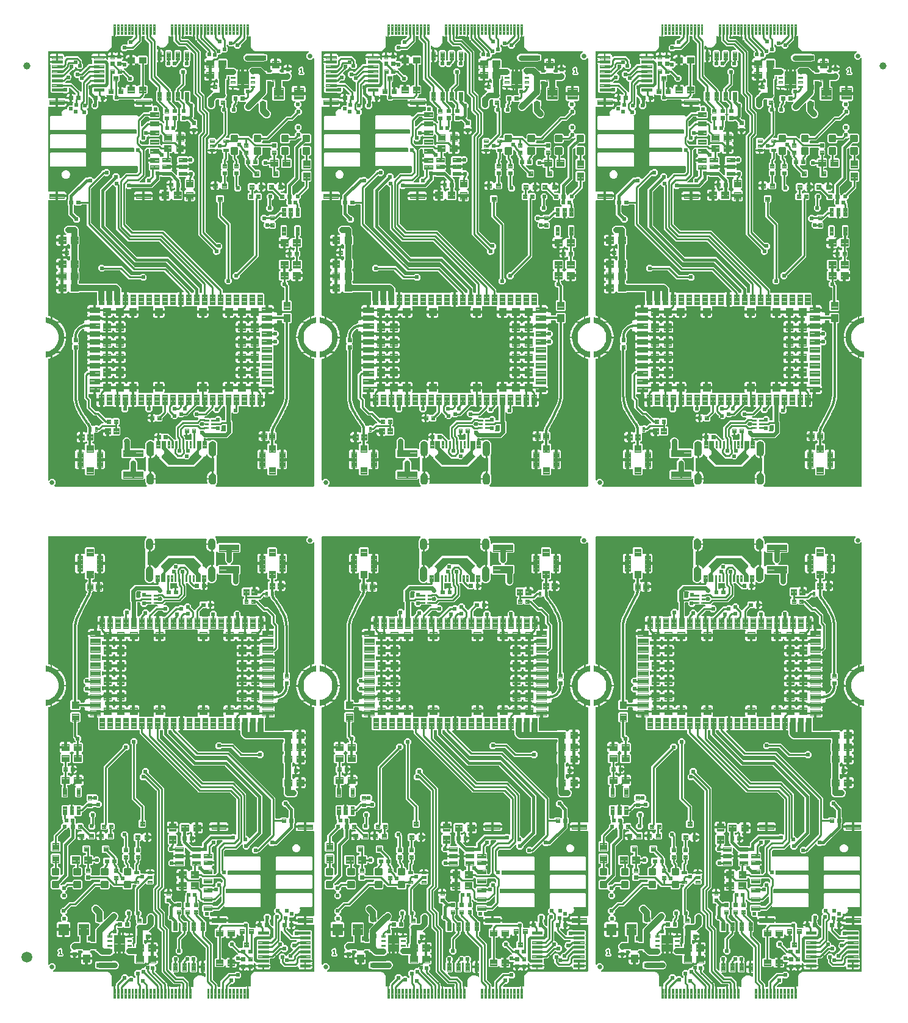
<source format=gtl>
G04 EAGLE Gerber RS-274X export*
G75*
%MOMM*%
%FSLAX34Y34*%
%LPD*%
%INTop Copper*%
%IPPOS*%
%AMOC8*
5,1,8,0,0,1.08239X$1,22.5*%
G01*
%ADD10C,0.127000*%
%ADD11C,0.101500*%
%ADD12C,0.609600*%
%ADD13C,0.203200*%
%ADD14C,0.102000*%
%ADD15C,0.600000*%
%ADD16C,0.635000*%
%ADD17C,0.100800*%
%ADD18C,0.096000*%
%ADD19C,0.100000*%
%ADD20C,0.098000*%
%ADD21C,0.105000*%
%ADD22C,0.300000*%
%ADD23C,0.103500*%
%ADD24C,0.099000*%
%ADD25C,0.104000*%
%ADD26C,0.103122*%
%ADD27C,0.102500*%
%ADD28C,1.000000*%
%ADD29C,1.500000*%
%ADD30C,0.812800*%
%ADD31C,0.406400*%
%ADD32C,0.762000*%
%ADD33C,0.254000*%
%ADD34C,0.240000*%
%ADD35C,0.558800*%
%ADD36C,0.312419*%
%ADD37C,0.304800*%

G36*
X854986Y11743D02*
X854986Y11743D01*
X855044Y11742D01*
X855126Y11763D01*
X855210Y11775D01*
X855263Y11799D01*
X855320Y11814D01*
X855392Y11857D01*
X855469Y11891D01*
X855514Y11929D01*
X855564Y11959D01*
X855622Y12020D01*
X855686Y12075D01*
X855718Y12123D01*
X855758Y12166D01*
X855797Y12241D01*
X855844Y12311D01*
X855861Y12367D01*
X855888Y12419D01*
X855899Y12487D01*
X855929Y12582D01*
X855932Y12682D01*
X855943Y12750D01*
X855943Y22548D01*
X855980Y22547D01*
X856062Y22569D01*
X856146Y22581D01*
X856199Y22604D01*
X856255Y22619D01*
X856328Y22662D01*
X856405Y22697D01*
X856450Y22735D01*
X856500Y22764D01*
X856558Y22826D01*
X856622Y22880D01*
X856654Y22929D01*
X856694Y22972D01*
X856733Y23047D01*
X856780Y23117D01*
X856797Y23173D01*
X856824Y23225D01*
X856835Y23293D01*
X856865Y23388D01*
X856868Y23488D01*
X856879Y23556D01*
X856879Y26623D01*
X864064Y33808D01*
X864116Y33878D01*
X864176Y33941D01*
X864202Y33991D01*
X864235Y34035D01*
X864266Y34117D01*
X864306Y34194D01*
X864314Y34242D01*
X864336Y34300D01*
X864348Y34448D01*
X864361Y34526D01*
X864361Y36620D01*
X867189Y39447D01*
X871187Y39447D01*
X874021Y36613D01*
X874039Y36524D01*
X874055Y36412D01*
X874067Y36386D01*
X874072Y36357D01*
X874125Y36256D01*
X874171Y36153D01*
X874190Y36130D01*
X874203Y36104D01*
X874281Y36022D01*
X874354Y35936D01*
X874379Y35920D01*
X874399Y35898D01*
X874497Y35841D01*
X874591Y35778D01*
X874619Y35769D01*
X874644Y35755D01*
X874754Y35727D01*
X874862Y35692D01*
X874892Y35692D01*
X874920Y35685D01*
X875033Y35688D01*
X875146Y35685D01*
X875175Y35693D01*
X875204Y35694D01*
X875312Y35728D01*
X875421Y35757D01*
X875447Y35772D01*
X875475Y35781D01*
X875539Y35827D01*
X875666Y35902D01*
X875709Y35948D01*
X875748Y35976D01*
X876349Y36577D01*
X880347Y36577D01*
X882593Y34331D01*
X882616Y34314D01*
X882635Y34291D01*
X882729Y34229D01*
X882820Y34161D01*
X882847Y34150D01*
X882872Y34134D01*
X882980Y34100D01*
X883085Y34059D01*
X883115Y34057D01*
X883143Y34048D01*
X883256Y34045D01*
X883369Y34036D01*
X883397Y34042D01*
X883427Y34041D01*
X883536Y34069D01*
X883647Y34092D01*
X883674Y34105D01*
X883702Y34113D01*
X883799Y34170D01*
X883900Y34223D01*
X883921Y34243D01*
X883946Y34258D01*
X884024Y34340D01*
X884106Y34418D01*
X884121Y34444D01*
X884141Y34465D01*
X884192Y34566D01*
X884250Y34664D01*
X884257Y34692D01*
X884270Y34718D01*
X884283Y34796D01*
X884320Y34939D01*
X884318Y35002D01*
X884326Y35049D01*
X884326Y35985D01*
X884313Y36072D01*
X884311Y36159D01*
X884294Y36212D01*
X884286Y36266D01*
X884250Y36346D01*
X884223Y36429D01*
X884195Y36469D01*
X884170Y36526D01*
X884074Y36639D01*
X884028Y36703D01*
X882548Y38183D01*
X882548Y42182D01*
X885375Y45010D01*
X889461Y45010D01*
X889466Y45008D01*
X889516Y44978D01*
X889598Y44957D01*
X889677Y44927D01*
X889735Y44922D01*
X889792Y44908D01*
X889876Y44911D01*
X889960Y44904D01*
X890017Y44915D01*
X890076Y44917D01*
X890156Y44943D01*
X890239Y44960D01*
X890291Y44987D01*
X890346Y45005D01*
X890402Y45045D01*
X890491Y45091D01*
X890563Y45159D01*
X890620Y45199D01*
X893147Y47727D01*
X895020Y47727D01*
X895078Y47736D01*
X895136Y47734D01*
X895218Y47755D01*
X895301Y47767D01*
X895355Y47791D01*
X895411Y47806D01*
X895484Y47849D01*
X895561Y47883D01*
X895605Y47921D01*
X895656Y47951D01*
X895713Y48013D01*
X895778Y48067D01*
X895810Y48116D01*
X895850Y48158D01*
X895889Y48233D01*
X895935Y48304D01*
X895953Y48360D01*
X895980Y48412D01*
X895991Y48480D01*
X896021Y48575D01*
X896024Y48675D01*
X896035Y48743D01*
X896035Y50463D01*
X899109Y53537D01*
X899150Y53591D01*
X899199Y53640D01*
X899235Y53704D01*
X899280Y53764D01*
X899305Y53828D01*
X899338Y53888D01*
X899355Y53960D01*
X899381Y54029D01*
X899387Y54098D01*
X899403Y54165D01*
X899399Y54239D01*
X899405Y54313D01*
X899391Y54380D01*
X899388Y54449D01*
X899372Y54490D01*
X899369Y54522D01*
X899342Y54623D01*
X899327Y54659D01*
X899319Y54697D01*
X899271Y54789D01*
X899231Y54884D01*
X899206Y54915D01*
X899188Y54949D01*
X899117Y55025D01*
X899051Y55105D01*
X899019Y55127D01*
X898992Y55156D01*
X898903Y55208D01*
X898818Y55267D01*
X898781Y55280D01*
X898747Y55299D01*
X898647Y55325D01*
X898548Y55358D01*
X898509Y55360D01*
X898472Y55369D01*
X898368Y55366D01*
X898264Y55371D01*
X898226Y55362D01*
X898187Y55360D01*
X898089Y55328D01*
X897988Y55304D01*
X897954Y55285D01*
X897917Y55273D01*
X897854Y55228D01*
X897741Y55164D01*
X897689Y55110D01*
X897644Y55078D01*
X896112Y53546D01*
X884224Y53546D01*
X882889Y54881D01*
X882889Y64672D01*
X882881Y64730D01*
X882883Y64788D01*
X882861Y64870D01*
X882849Y64954D01*
X882826Y65007D01*
X882811Y65063D01*
X882768Y65136D01*
X882733Y65213D01*
X882695Y65258D01*
X882666Y65308D01*
X882604Y65366D01*
X882550Y65430D01*
X882501Y65462D01*
X882458Y65502D01*
X882383Y65541D01*
X882313Y65588D01*
X882257Y65605D01*
X882205Y65632D01*
X882137Y65643D01*
X882042Y65673D01*
X881942Y65676D01*
X881874Y65687D01*
X874426Y65687D01*
X872278Y66577D01*
X870833Y68022D01*
X870771Y68069D01*
X870715Y68123D01*
X870657Y68154D01*
X870606Y68193D01*
X870533Y68221D01*
X870464Y68258D01*
X870401Y68271D01*
X870340Y68294D01*
X870262Y68301D01*
X870186Y68317D01*
X870131Y68312D01*
X870057Y68318D01*
X869930Y68293D01*
X869852Y68285D01*
X869756Y68259D01*
X863869Y68259D01*
X863869Y81534D01*
X863861Y81592D01*
X863862Y81650D01*
X863841Y81732D01*
X863829Y81815D01*
X863805Y81869D01*
X863791Y81925D01*
X863748Y81998D01*
X863713Y82075D01*
X863675Y82119D01*
X863645Y82170D01*
X863584Y82227D01*
X863529Y82292D01*
X863481Y82324D01*
X863438Y82364D01*
X863363Y82403D01*
X863293Y82449D01*
X863237Y82467D01*
X863185Y82494D01*
X863117Y82505D01*
X863022Y82535D01*
X862922Y82538D01*
X862854Y82549D01*
X860822Y82549D01*
X860764Y82541D01*
X860706Y82542D01*
X860624Y82521D01*
X860541Y82509D01*
X860487Y82485D01*
X860431Y82471D01*
X860358Y82428D01*
X860281Y82393D01*
X860236Y82355D01*
X860186Y82325D01*
X860128Y82264D01*
X860064Y82209D01*
X860032Y82161D01*
X859992Y82118D01*
X859953Y82043D01*
X859907Y81973D01*
X859889Y81917D01*
X859862Y81865D01*
X859851Y81797D01*
X859821Y81702D01*
X859818Y81602D01*
X859807Y81534D01*
X859807Y68259D01*
X854140Y68259D01*
X854138Y68259D01*
X854136Y68259D01*
X853994Y68239D01*
X853858Y68219D01*
X853857Y68219D01*
X853855Y68219D01*
X853722Y68158D01*
X853599Y68103D01*
X853597Y68102D01*
X853596Y68101D01*
X853487Y68008D01*
X853382Y67920D01*
X853381Y67918D01*
X853380Y67917D01*
X853371Y67904D01*
X853224Y67683D01*
X853215Y67654D01*
X853202Y67632D01*
X853041Y67245D01*
X851398Y65602D01*
X849250Y64712D01*
X837181Y64712D01*
X835033Y65602D01*
X833247Y67388D01*
X830861Y69774D01*
X830791Y69826D01*
X830728Y69886D01*
X830678Y69912D01*
X830634Y69945D01*
X830552Y69976D01*
X830474Y70016D01*
X830427Y70024D01*
X830368Y70046D01*
X830221Y70058D01*
X830143Y70071D01*
X829306Y70071D01*
X827969Y71408D01*
X827969Y71492D01*
X827961Y71550D01*
X827963Y71608D01*
X827941Y71690D01*
X827929Y71774D01*
X827906Y71827D01*
X827891Y71883D01*
X827848Y71956D01*
X827813Y72033D01*
X827775Y72078D01*
X827746Y72128D01*
X827684Y72186D01*
X827630Y72250D01*
X827581Y72282D01*
X827538Y72322D01*
X827463Y72361D01*
X827393Y72408D01*
X827337Y72425D01*
X827285Y72452D01*
X827217Y72463D01*
X827122Y72493D01*
X827022Y72496D01*
X826954Y72507D01*
X823418Y72507D01*
X823332Y72495D01*
X823244Y72492D01*
X823192Y72475D01*
X823137Y72467D01*
X823057Y72432D01*
X822974Y72405D01*
X822935Y72377D01*
X822878Y72351D01*
X822764Y72255D01*
X822701Y72210D01*
X821365Y70874D01*
X821342Y70843D01*
X821312Y70817D01*
X821256Y70730D01*
X821194Y70647D01*
X821180Y70611D01*
X821159Y70578D01*
X821130Y70478D01*
X821093Y70382D01*
X821090Y70342D01*
X821079Y70305D01*
X821078Y70201D01*
X821069Y70098D01*
X821077Y70060D01*
X821077Y70021D01*
X821105Y69921D01*
X821125Y69820D01*
X821143Y69785D01*
X821154Y69747D01*
X821209Y69659D01*
X821256Y69567D01*
X821283Y69539D01*
X821304Y69506D01*
X821381Y69436D01*
X821452Y69361D01*
X821486Y69341D01*
X821515Y69315D01*
X821586Y69283D01*
X821697Y69217D01*
X821761Y69201D01*
X822485Y68783D01*
X823051Y68217D01*
X823452Y67524D01*
X823659Y66750D01*
X823659Y63381D01*
X817134Y63381D01*
X817076Y63373D01*
X817018Y63374D01*
X816936Y63353D01*
X816853Y63341D01*
X816799Y63317D01*
X816743Y63303D01*
X816670Y63260D01*
X816593Y63225D01*
X816549Y63187D01*
X816498Y63157D01*
X816441Y63096D01*
X816376Y63041D01*
X816344Y62993D01*
X816304Y62950D01*
X816265Y62875D01*
X816219Y62805D01*
X816201Y62749D01*
X816174Y62697D01*
X816163Y62629D01*
X816133Y62534D01*
X816130Y62434D01*
X816119Y62366D01*
X816119Y61349D01*
X816117Y61349D01*
X816117Y62366D01*
X816109Y62424D01*
X816110Y62482D01*
X816089Y62564D01*
X816077Y62647D01*
X816053Y62701D01*
X816039Y62757D01*
X815996Y62830D01*
X815961Y62907D01*
X815923Y62951D01*
X815893Y63002D01*
X815832Y63059D01*
X815777Y63124D01*
X815729Y63156D01*
X815686Y63196D01*
X815611Y63235D01*
X815541Y63281D01*
X815485Y63299D01*
X815433Y63326D01*
X815365Y63337D01*
X815270Y63367D01*
X815170Y63370D01*
X815102Y63381D01*
X808577Y63381D01*
X808577Y66750D01*
X808784Y67524D01*
X809185Y68217D01*
X809751Y68783D01*
X810461Y69193D01*
X810490Y69199D01*
X810582Y69247D01*
X810677Y69287D01*
X810708Y69312D01*
X810742Y69330D01*
X810818Y69401D01*
X810898Y69466D01*
X810920Y69499D01*
X810949Y69526D01*
X811001Y69615D01*
X811060Y69700D01*
X811072Y69737D01*
X811092Y69771D01*
X811118Y69871D01*
X811151Y69969D01*
X811153Y70008D01*
X811162Y70046D01*
X811159Y70150D01*
X811164Y70253D01*
X811155Y70291D01*
X811153Y70331D01*
X811121Y70429D01*
X811097Y70530D01*
X811078Y70564D01*
X811066Y70601D01*
X811021Y70664D01*
X810957Y70777D01*
X810903Y70829D01*
X810871Y70874D01*
X809536Y72210D01*
X809466Y72262D01*
X809402Y72322D01*
X809353Y72348D01*
X809308Y72381D01*
X809227Y72412D01*
X809149Y72452D01*
X809101Y72460D01*
X809043Y72482D01*
X808895Y72494D01*
X808818Y72507D01*
X805743Y72507D01*
X805695Y72500D01*
X805646Y72503D01*
X805555Y72481D01*
X805462Y72467D01*
X805418Y72448D01*
X805370Y72436D01*
X805288Y72390D01*
X805203Y72351D01*
X805165Y72320D01*
X805123Y72296D01*
X805057Y72228D01*
X804986Y72168D01*
X804959Y72127D01*
X804924Y72092D01*
X804880Y72009D01*
X804828Y71931D01*
X804813Y71884D01*
X804790Y71841D01*
X804771Y71749D01*
X804742Y71660D01*
X804741Y71611D01*
X804731Y71563D01*
X804738Y71489D01*
X804735Y71376D01*
X804757Y71292D01*
X804763Y71229D01*
X804996Y70358D01*
X804996Y68965D01*
X799940Y68965D01*
X799882Y68957D01*
X799823Y68959D01*
X799742Y68937D01*
X799658Y68926D01*
X799605Y68902D01*
X799548Y68887D01*
X799476Y68844D01*
X799456Y68835D01*
X799410Y68866D01*
X799354Y68883D01*
X799302Y68910D01*
X799234Y68921D01*
X799139Y68952D01*
X799039Y68954D01*
X798971Y68965D01*
X793915Y68965D01*
X793915Y70358D01*
X794123Y71134D01*
X794524Y71829D01*
X794959Y72264D01*
X794994Y72311D01*
X795037Y72351D01*
X795079Y72424D01*
X795130Y72491D01*
X795151Y72546D01*
X795180Y72596D01*
X795201Y72678D01*
X795231Y72757D01*
X795236Y72815D01*
X795250Y72872D01*
X795248Y72956D01*
X795255Y73040D01*
X795243Y73098D01*
X795241Y73156D01*
X795215Y73236D01*
X795199Y73319D01*
X795172Y73371D01*
X795154Y73427D01*
X795114Y73483D01*
X795068Y73571D01*
X794999Y73644D01*
X794959Y73700D01*
X794502Y74157D01*
X793613Y76304D01*
X793613Y78628D01*
X794502Y80776D01*
X797030Y83303D01*
X799177Y84193D01*
X805480Y84193D01*
X805538Y84201D01*
X805596Y84199D01*
X805678Y84221D01*
X805762Y84233D01*
X805815Y84256D01*
X805871Y84271D01*
X805944Y84314D01*
X806021Y84349D01*
X806066Y84387D01*
X806116Y84416D01*
X806174Y84478D01*
X806238Y84532D01*
X806270Y84581D01*
X806310Y84624D01*
X806349Y84699D01*
X806396Y84769D01*
X806413Y84825D01*
X806440Y84877D01*
X806451Y84945D01*
X806481Y85040D01*
X806484Y85140D01*
X806495Y85208D01*
X806495Y90806D01*
X806487Y90864D01*
X806489Y90922D01*
X806467Y91004D01*
X806455Y91088D01*
X806432Y91141D01*
X806417Y91197D01*
X806374Y91270D01*
X806339Y91347D01*
X806301Y91392D01*
X806272Y91442D01*
X806210Y91500D01*
X806156Y91564D01*
X806107Y91596D01*
X806064Y91636D01*
X805989Y91675D01*
X805919Y91722D01*
X805863Y91739D01*
X805811Y91766D01*
X805743Y91777D01*
X805648Y91807D01*
X805548Y91810D01*
X805480Y91821D01*
X804888Y91821D01*
X803559Y93150D01*
X803559Y110050D01*
X804888Y111379D01*
X819788Y111379D01*
X821117Y110050D01*
X821117Y93150D01*
X819788Y91821D01*
X819196Y91821D01*
X819138Y91813D01*
X819080Y91815D01*
X818998Y91793D01*
X818914Y91781D01*
X818861Y91758D01*
X818805Y91743D01*
X818732Y91700D01*
X818655Y91665D01*
X818610Y91627D01*
X818560Y91598D01*
X818502Y91536D01*
X818438Y91482D01*
X818406Y91433D01*
X818366Y91390D01*
X818327Y91315D01*
X818280Y91245D01*
X818263Y91189D01*
X818236Y91137D01*
X818225Y91069D01*
X818195Y90974D01*
X818192Y90874D01*
X818181Y90806D01*
X818181Y86644D01*
X818189Y86586D01*
X818187Y86528D01*
X818209Y86446D01*
X818221Y86362D01*
X818244Y86309D01*
X818259Y86253D01*
X818302Y86180D01*
X818337Y86103D01*
X818375Y86058D01*
X818404Y86008D01*
X818466Y85950D01*
X818520Y85886D01*
X818569Y85854D01*
X818612Y85814D01*
X818687Y85775D01*
X818757Y85728D01*
X818813Y85711D01*
X818865Y85684D01*
X818933Y85673D01*
X819028Y85643D01*
X819128Y85640D01*
X819196Y85629D01*
X821562Y85629D01*
X822701Y84490D01*
X822770Y84438D01*
X822834Y84378D01*
X822884Y84352D01*
X822928Y84319D01*
X823009Y84288D01*
X823087Y84248D01*
X823135Y84240D01*
X823193Y84218D01*
X823341Y84206D01*
X823418Y84193D01*
X827040Y84193D01*
X827098Y84201D01*
X827156Y84199D01*
X827238Y84221D01*
X827322Y84233D01*
X827375Y84256D01*
X827431Y84271D01*
X827504Y84314D01*
X827581Y84349D01*
X827626Y84387D01*
X827676Y84416D01*
X827734Y84478D01*
X827798Y84532D01*
X827830Y84581D01*
X827870Y84624D01*
X827909Y84699D01*
X827956Y84769D01*
X827973Y84825D01*
X828000Y84877D01*
X828011Y84945D01*
X828041Y85040D01*
X828044Y85140D01*
X828055Y85208D01*
X828055Y88542D01*
X828043Y88629D01*
X828040Y88716D01*
X828023Y88769D01*
X828015Y88823D01*
X827980Y88903D01*
X827969Y88935D01*
X827969Y96347D01*
X828000Y96407D01*
X828008Y96455D01*
X828030Y96513D01*
X828042Y96661D01*
X828055Y96738D01*
X828055Y100626D01*
X828945Y102774D01*
X834235Y108064D01*
X834253Y108088D01*
X834275Y108107D01*
X834338Y108201D01*
X834406Y108291D01*
X834416Y108319D01*
X834433Y108343D01*
X834467Y108451D01*
X834507Y108557D01*
X834510Y108586D01*
X834518Y108614D01*
X834521Y108728D01*
X834531Y108840D01*
X834525Y108869D01*
X834526Y108898D01*
X834497Y109008D01*
X834475Y109119D01*
X834461Y109145D01*
X834454Y109173D01*
X834396Y109271D01*
X834344Y109371D01*
X834324Y109393D01*
X834309Y109418D01*
X834226Y109495D01*
X834148Y109577D01*
X834123Y109592D01*
X834101Y109612D01*
X834001Y109664D01*
X833903Y109721D01*
X833874Y109728D01*
X833848Y109742D01*
X833771Y109755D01*
X833627Y109791D01*
X833565Y109789D01*
X833517Y109797D01*
X832736Y109797D01*
X830716Y110634D01*
X830686Y110642D01*
X830658Y110656D01*
X830581Y110669D01*
X830440Y110705D01*
X830376Y110703D01*
X830327Y110711D01*
X829306Y110711D01*
X827969Y112048D01*
X827969Y119347D01*
X828000Y119407D01*
X828008Y119454D01*
X828030Y119513D01*
X828042Y119661D01*
X828055Y119738D01*
X828055Y122254D01*
X828043Y122341D01*
X828040Y122428D01*
X828023Y122481D01*
X828015Y122536D01*
X827980Y122616D01*
X827953Y122699D01*
X827925Y122738D01*
X827899Y122795D01*
X827803Y122909D01*
X827758Y122972D01*
X823865Y126865D01*
X822975Y129013D01*
X822975Y131337D01*
X823865Y133485D01*
X825508Y135128D01*
X827656Y136018D01*
X829980Y136018D01*
X832128Y135128D01*
X838851Y128405D01*
X839741Y126257D01*
X839741Y119738D01*
X839753Y119651D01*
X839756Y119564D01*
X839773Y119511D01*
X839781Y119457D01*
X839816Y119377D01*
X839827Y119345D01*
X839827Y116107D01*
X839831Y116078D01*
X839828Y116049D01*
X839851Y115937D01*
X839867Y115825D01*
X839879Y115799D01*
X839884Y115770D01*
X839936Y115669D01*
X839983Y115566D01*
X840002Y115543D01*
X840015Y115517D01*
X840093Y115435D01*
X840166Y115349D01*
X840191Y115333D01*
X840211Y115311D01*
X840309Y115254D01*
X840403Y115191D01*
X840431Y115182D01*
X840456Y115168D01*
X840566Y115140D01*
X840674Y115106D01*
X840704Y115105D01*
X840732Y115098D01*
X840845Y115101D01*
X840958Y115098D01*
X840987Y115106D01*
X841016Y115107D01*
X841124Y115141D01*
X841233Y115170D01*
X841259Y115185D01*
X841287Y115194D01*
X841350Y115240D01*
X841478Y115315D01*
X841521Y115361D01*
X841560Y115389D01*
X848462Y122291D01*
X848581Y122361D01*
X848626Y122408D01*
X848666Y122437D01*
X851019Y124790D01*
X853167Y125680D01*
X855491Y125680D01*
X857639Y124790D01*
X859282Y123147D01*
X860172Y120999D01*
X860172Y118675D01*
X859282Y116528D01*
X857775Y115021D01*
X857758Y114997D01*
X857735Y114978D01*
X857673Y114884D01*
X857604Y114794D01*
X857594Y114766D01*
X857578Y114742D01*
X857544Y114634D01*
X857503Y114528D01*
X857501Y114499D01*
X857492Y114471D01*
X857489Y114357D01*
X857480Y114245D01*
X857485Y114216D01*
X857485Y114186D01*
X857513Y114077D01*
X857536Y113966D01*
X857549Y113940D01*
X857556Y113911D01*
X857614Y113814D01*
X857667Y113713D01*
X857687Y113692D01*
X857702Y113667D01*
X857784Y113590D01*
X857862Y113507D01*
X857888Y113493D01*
X857909Y113472D01*
X858010Y113421D01*
X858108Y113364D01*
X858136Y113356D01*
X858162Y113343D01*
X858240Y113330D01*
X858383Y113294D01*
X858446Y113296D01*
X858493Y113288D01*
X865654Y113288D01*
X866498Y112443D01*
X866545Y112408D01*
X866585Y112366D01*
X866658Y112323D01*
X866725Y112273D01*
X866780Y112252D01*
X866831Y112222D01*
X866912Y112201D01*
X866991Y112171D01*
X867049Y112167D01*
X867106Y112152D01*
X867190Y112155D01*
X867274Y112148D01*
X867332Y112159D01*
X867390Y112161D01*
X867470Y112187D01*
X867553Y112204D01*
X867605Y112231D01*
X867661Y112249D01*
X867717Y112289D01*
X867805Y112335D01*
X867878Y112403D01*
X867934Y112443D01*
X868870Y113380D01*
X868923Y113449D01*
X868983Y113513D01*
X869008Y113563D01*
X869041Y113607D01*
X869072Y113688D01*
X869112Y113766D01*
X869120Y113814D01*
X869142Y113872D01*
X869154Y114020D01*
X869167Y114097D01*
X869167Y116298D01*
X871205Y118335D01*
X871257Y118405D01*
X871317Y118469D01*
X871342Y118519D01*
X871376Y118563D01*
X871407Y118644D01*
X871447Y118722D01*
X871455Y118770D01*
X871477Y118828D01*
X871489Y118976D01*
X871502Y119053D01*
X871502Y119751D01*
X871490Y119837D01*
X871487Y119925D01*
X871470Y119978D01*
X871462Y120032D01*
X871426Y120112D01*
X871400Y120195D01*
X871372Y120235D01*
X871346Y120292D01*
X871250Y120405D01*
X871205Y120469D01*
X869724Y121949D01*
X869724Y125948D01*
X872551Y128775D01*
X876550Y128775D01*
X879378Y125948D01*
X879378Y121949D01*
X877897Y120469D01*
X877844Y120399D01*
X877784Y120335D01*
X877759Y120286D01*
X877726Y120242D01*
X877695Y120160D01*
X877655Y120082D01*
X877647Y120034D01*
X877625Y119976D01*
X877612Y119828D01*
X877600Y119751D01*
X877600Y116107D01*
X875935Y114443D01*
X875900Y114396D01*
X875857Y114356D01*
X875815Y114283D01*
X875764Y114215D01*
X875743Y114161D01*
X875714Y114110D01*
X875693Y114029D01*
X875663Y113950D01*
X875658Y113891D01*
X875644Y113835D01*
X875646Y113751D01*
X875639Y113666D01*
X875651Y113609D01*
X875653Y113551D01*
X875679Y113470D01*
X875695Y113388D01*
X875722Y113336D01*
X875740Y113280D01*
X875780Y113224D01*
X875826Y113135D01*
X875895Y113063D01*
X875935Y113007D01*
X876995Y111947D01*
X876995Y105071D01*
X875654Y103730D01*
X868778Y103730D01*
X867934Y104574D01*
X867887Y104609D01*
X867847Y104652D01*
X867774Y104694D01*
X867707Y104745D01*
X867652Y104766D01*
X867602Y104795D01*
X867520Y104816D01*
X867441Y104846D01*
X867383Y104851D01*
X867326Y104866D01*
X867242Y104863D01*
X867158Y104870D01*
X867101Y104858D01*
X867042Y104856D01*
X866962Y104831D01*
X866879Y104814D01*
X866827Y104787D01*
X866772Y104769D01*
X866715Y104729D01*
X866627Y104683D01*
X866555Y104614D01*
X866498Y104574D01*
X865654Y103730D01*
X859841Y103730D01*
X859812Y103726D01*
X859783Y103728D01*
X859672Y103706D01*
X859559Y103690D01*
X859533Y103678D01*
X859504Y103673D01*
X859403Y103620D01*
X859300Y103574D01*
X859278Y103555D01*
X859252Y103542D01*
X859169Y103463D01*
X859083Y103390D01*
X859067Y103366D01*
X859046Y103346D01*
X858988Y103248D01*
X858925Y103154D01*
X858917Y103126D01*
X858902Y103100D01*
X858874Y102991D01*
X858840Y102883D01*
X858839Y102853D01*
X858832Y102825D01*
X858835Y102712D01*
X858832Y102598D01*
X858840Y102570D01*
X858841Y102541D01*
X858876Y102433D01*
X858904Y102323D01*
X858919Y102298D01*
X858928Y102270D01*
X858974Y102206D01*
X859049Y102079D01*
X859095Y102036D01*
X859123Y101997D01*
X860112Y101008D01*
X860112Y97010D01*
X860104Y97003D01*
X860052Y96933D01*
X859992Y96869D01*
X859966Y96820D01*
X859933Y96775D01*
X859902Y96694D01*
X859862Y96616D01*
X859854Y96568D01*
X859832Y96510D01*
X859820Y96362D01*
X859807Y96285D01*
X859807Y83566D01*
X859815Y83508D01*
X859813Y83450D01*
X859835Y83368D01*
X859847Y83285D01*
X859871Y83231D01*
X859885Y83175D01*
X859928Y83102D01*
X859963Y83025D01*
X860001Y82981D01*
X860031Y82930D01*
X860092Y82873D01*
X860147Y82808D01*
X860195Y82776D01*
X860238Y82736D01*
X860313Y82697D01*
X860383Y82651D01*
X860439Y82633D01*
X860491Y82606D01*
X860559Y82595D01*
X860654Y82565D01*
X860754Y82562D01*
X860822Y82551D01*
X862854Y82551D01*
X862912Y82559D01*
X862970Y82558D01*
X863052Y82579D01*
X863135Y82591D01*
X863189Y82615D01*
X863245Y82629D01*
X863318Y82672D01*
X863395Y82707D01*
X863439Y82745D01*
X863490Y82775D01*
X863547Y82836D01*
X863612Y82891D01*
X863644Y82939D01*
X863684Y82982D01*
X863723Y83057D01*
X863769Y83127D01*
X863787Y83183D01*
X863814Y83235D01*
X863825Y83303D01*
X863855Y83398D01*
X863858Y83498D01*
X863869Y83566D01*
X863869Y96841D01*
X869756Y96841D01*
X870524Y96635D01*
X871117Y96292D01*
X871198Y96260D01*
X871275Y96218D01*
X871330Y96207D01*
X871381Y96186D01*
X871468Y96177D01*
X871553Y96159D01*
X871601Y96164D01*
X871664Y96157D01*
X871809Y96183D01*
X871888Y96191D01*
X872446Y96341D01*
X874573Y96341D01*
X874573Y92300D01*
X874581Y92242D01*
X874579Y92184D01*
X874601Y92102D01*
X874612Y92019D01*
X874636Y91965D01*
X874651Y91909D01*
X874694Y91836D01*
X874729Y91759D01*
X874766Y91715D01*
X874796Y91665D01*
X874797Y91664D01*
X874858Y91607D01*
X874912Y91542D01*
X874913Y91542D01*
X874961Y91510D01*
X875004Y91469D01*
X875079Y91431D01*
X875149Y91384D01*
X875205Y91367D01*
X875257Y91340D01*
X875325Y91329D01*
X875420Y91299D01*
X875520Y91296D01*
X875588Y91285D01*
X881379Y91285D01*
X881379Y90908D01*
X881171Y90132D01*
X880769Y89437D01*
X880561Y89229D01*
X880526Y89182D01*
X880484Y89142D01*
X880441Y89069D01*
X880391Y89002D01*
X880370Y88947D01*
X880340Y88897D01*
X880319Y88815D01*
X880289Y88736D01*
X880285Y88678D01*
X880270Y88621D01*
X880273Y88537D01*
X880266Y88453D01*
X880277Y88396D01*
X880279Y88337D01*
X880305Y88257D01*
X880322Y88174D01*
X880349Y88122D01*
X880367Y88067D01*
X880407Y88010D01*
X880453Y87922D01*
X880521Y87849D01*
X880562Y87793D01*
X880617Y87738D01*
X880617Y83862D01*
X880023Y83268D01*
X879988Y83221D01*
X879945Y83181D01*
X879902Y83108D01*
X879852Y83041D01*
X879831Y82986D01*
X879801Y82936D01*
X879781Y82854D01*
X879751Y82775D01*
X879746Y82717D01*
X879731Y82660D01*
X879734Y82576D01*
X879727Y82492D01*
X879738Y82434D01*
X879740Y82376D01*
X879766Y82296D01*
X879783Y82213D01*
X879810Y82161D01*
X879828Y82105D01*
X879868Y82049D01*
X879914Y81961D01*
X879983Y81888D01*
X880023Y81832D01*
X880617Y81238D01*
X880617Y78388D01*
X880625Y78330D01*
X880623Y78272D01*
X880645Y78190D01*
X880657Y78106D01*
X880680Y78053D01*
X880695Y77997D01*
X880738Y77924D01*
X880773Y77847D01*
X880811Y77802D01*
X880840Y77752D01*
X880902Y77694D01*
X880956Y77630D01*
X881005Y77598D01*
X881048Y77558D01*
X881123Y77519D01*
X881193Y77472D01*
X881249Y77455D01*
X881301Y77428D01*
X881369Y77417D01*
X881464Y77387D01*
X881564Y77384D01*
X881632Y77373D01*
X881874Y77373D01*
X881932Y77381D01*
X881990Y77379D01*
X882072Y77401D01*
X882156Y77413D01*
X882209Y77436D01*
X882265Y77451D01*
X882338Y77494D01*
X882415Y77529D01*
X882460Y77567D01*
X882510Y77596D01*
X882568Y77658D01*
X882632Y77712D01*
X882664Y77761D01*
X882704Y77804D01*
X882743Y77879D01*
X882790Y77949D01*
X882807Y78005D01*
X882834Y78057D01*
X882845Y78125D01*
X882875Y78220D01*
X882878Y78320D01*
X882889Y78388D01*
X882889Y81644D01*
X884028Y82782D01*
X884080Y82852D01*
X884140Y82916D01*
X884166Y82965D01*
X884199Y83010D01*
X884230Y83091D01*
X884270Y83169D01*
X884278Y83217D01*
X884300Y83275D01*
X884312Y83423D01*
X884325Y83500D01*
X884325Y92595D01*
X884502Y93021D01*
X884510Y93051D01*
X884524Y93079D01*
X884537Y93156D01*
X884573Y93296D01*
X884571Y93361D01*
X884579Y93410D01*
X884579Y101313D01*
X884575Y101344D01*
X884577Y101374D01*
X884560Y101451D01*
X884539Y101595D01*
X884513Y101653D01*
X884502Y101702D01*
X884222Y102377D01*
X884206Y102404D01*
X884197Y102433D01*
X884151Y102497D01*
X884078Y102622D01*
X884058Y102640D01*
X884048Y102688D01*
X884027Y102831D01*
X884001Y102890D01*
X883990Y102938D01*
X883919Y103108D01*
X883919Y105332D01*
X883990Y105502D01*
X883997Y105532D01*
X884012Y105559D01*
X884025Y105637D01*
X884061Y105777D01*
X884060Y105803D01*
X884086Y105845D01*
X884173Y105961D01*
X884196Y106021D01*
X884222Y106063D01*
X884652Y107101D01*
X884660Y107131D01*
X884674Y107158D01*
X884687Y107235D01*
X884723Y107376D01*
X884721Y107440D01*
X884729Y107489D01*
X884729Y107658D01*
X885573Y108502D01*
X885584Y108517D01*
X885592Y108524D01*
X885611Y108551D01*
X885651Y108589D01*
X885694Y108662D01*
X885744Y108729D01*
X885765Y108784D01*
X885795Y108834D01*
X885815Y108916D01*
X885845Y108995D01*
X885850Y109053D01*
X885865Y109110D01*
X885862Y109194D01*
X885869Y109278D01*
X885858Y109336D01*
X885856Y109394D01*
X885830Y109474D01*
X885813Y109557D01*
X885786Y109609D01*
X885768Y109665D01*
X885728Y109721D01*
X885682Y109809D01*
X885613Y109882D01*
X885573Y109938D01*
X884729Y110782D01*
X884729Y114267D01*
X884717Y114353D01*
X884714Y114441D01*
X884697Y114493D01*
X884689Y114548D01*
X884654Y114628D01*
X884646Y114652D01*
X884642Y114667D01*
X884640Y114670D01*
X884627Y114711D01*
X884599Y114750D01*
X884573Y114808D01*
X884554Y114830D01*
X884554Y117941D01*
X884545Y118008D01*
X884545Y119881D01*
X884533Y119968D01*
X884530Y120055D01*
X884513Y120108D01*
X884505Y120163D01*
X884469Y120242D01*
X884442Y120326D01*
X884414Y120365D01*
X884389Y120422D01*
X884293Y120535D01*
X884247Y120599D01*
X882767Y122080D01*
X882767Y126126D01*
X882793Y126161D01*
X882824Y126242D01*
X882864Y126320D01*
X882872Y126368D01*
X882894Y126426D01*
X882906Y126574D01*
X882919Y126651D01*
X882919Y159403D01*
X885002Y161486D01*
X885003Y161486D01*
X885395Y161878D01*
X885412Y161902D01*
X885435Y161921D01*
X885497Y162015D01*
X885565Y162105D01*
X885576Y162133D01*
X885592Y162157D01*
X885626Y162265D01*
X885667Y162371D01*
X885669Y162400D01*
X885678Y162428D01*
X885681Y162541D01*
X885690Y162654D01*
X885685Y162683D01*
X885685Y162712D01*
X885657Y162822D01*
X885634Y162933D01*
X885621Y162959D01*
X885613Y162987D01*
X885556Y163085D01*
X885503Y163185D01*
X885483Y163207D01*
X885468Y163232D01*
X885386Y163309D01*
X885308Y163391D01*
X885282Y163406D01*
X885261Y163426D01*
X885160Y163478D01*
X885062Y163535D01*
X885034Y163542D01*
X885008Y163556D01*
X884931Y163569D01*
X884787Y163605D01*
X884724Y163603D01*
X884677Y163611D01*
X881062Y163611D01*
X881004Y163603D01*
X880946Y163605D01*
X880864Y163583D01*
X880780Y163571D01*
X880727Y163548D01*
X880671Y163533D01*
X880598Y163490D01*
X880521Y163455D01*
X880476Y163417D01*
X880426Y163388D01*
X880368Y163326D01*
X880304Y163272D01*
X880272Y163223D01*
X880232Y163180D01*
X880193Y163105D01*
X880146Y163035D01*
X880129Y162979D01*
X880102Y162927D01*
X880091Y162859D01*
X880061Y162764D01*
X880058Y162664D01*
X880047Y162596D01*
X880047Y159092D01*
X878126Y157171D01*
X868410Y157171D01*
X866489Y159092D01*
X866489Y159886D01*
X866481Y159944D01*
X866483Y160002D01*
X866461Y160084D01*
X866449Y160168D01*
X866426Y160221D01*
X866411Y160277D01*
X866368Y160350D01*
X866333Y160427D01*
X866295Y160472D01*
X866266Y160522D01*
X866204Y160580D01*
X866150Y160644D01*
X866101Y160676D01*
X866058Y160716D01*
X865983Y160755D01*
X865913Y160802D01*
X865857Y160819D01*
X865805Y160846D01*
X865737Y160857D01*
X865642Y160887D01*
X865542Y160890D01*
X865474Y160901D01*
X853270Y160901D01*
X850030Y164141D01*
X850006Y164159D01*
X849987Y164181D01*
X849893Y164244D01*
X849803Y164312D01*
X849775Y164323D01*
X849751Y164339D01*
X849643Y164373D01*
X849537Y164413D01*
X849508Y164416D01*
X849480Y164425D01*
X849366Y164427D01*
X849254Y164437D01*
X849225Y164431D01*
X849196Y164432D01*
X849086Y164403D01*
X848975Y164381D01*
X848949Y164367D01*
X848921Y164360D01*
X848823Y164302D01*
X848723Y164250D01*
X848701Y164230D01*
X848676Y164215D01*
X848599Y164132D01*
X848517Y164054D01*
X848502Y164029D01*
X848482Y164007D01*
X848430Y163907D01*
X848373Y163809D01*
X848366Y163780D01*
X848352Y163754D01*
X848339Y163677D01*
X848303Y163533D01*
X848305Y163471D01*
X848297Y163423D01*
X848297Y159092D01*
X846376Y157171D01*
X836660Y157171D01*
X834739Y159092D01*
X834739Y159886D01*
X834731Y159944D01*
X834733Y160002D01*
X834711Y160084D01*
X834699Y160168D01*
X834676Y160221D01*
X834661Y160277D01*
X834618Y160350D01*
X834583Y160427D01*
X834545Y160472D01*
X834516Y160522D01*
X834454Y160580D01*
X834400Y160644D01*
X834351Y160676D01*
X834308Y160716D01*
X834233Y160755D01*
X834163Y160802D01*
X834107Y160819D01*
X834055Y160846D01*
X833987Y160857D01*
X833892Y160887D01*
X833792Y160890D01*
X833724Y160901D01*
X829158Y160901D01*
X829071Y160889D01*
X828984Y160886D01*
X828931Y160869D01*
X828876Y160861D01*
X828796Y160826D01*
X828713Y160799D01*
X828674Y160771D01*
X828617Y160745D01*
X828503Y160649D01*
X828440Y160604D01*
X801388Y133552D01*
X795687Y133552D01*
X795601Y133540D01*
X795513Y133537D01*
X795461Y133520D01*
X795406Y133513D01*
X795326Y133477D01*
X795243Y133450D01*
X795204Y133422D01*
X795146Y133396D01*
X795033Y133300D01*
X794969Y133255D01*
X789756Y128041D01*
X789703Y127971D01*
X789643Y127907D01*
X789618Y127858D01*
X789585Y127814D01*
X789553Y127732D01*
X789514Y127654D01*
X789506Y127607D01*
X789483Y127548D01*
X789471Y127401D01*
X789458Y127323D01*
X789458Y125229D01*
X787387Y123158D01*
X787352Y123112D01*
X787310Y123071D01*
X787267Y122999D01*
X787216Y122931D01*
X787195Y122877D01*
X787166Y122826D01*
X787145Y122744D01*
X787115Y122666D01*
X787110Y122607D01*
X787096Y122551D01*
X787099Y122466D01*
X787092Y122382D01*
X787103Y122325D01*
X787105Y122266D01*
X787131Y122186D01*
X787147Y122104D01*
X787174Y122052D01*
X787192Y121996D01*
X787232Y121940D01*
X787278Y121851D01*
X787345Y121781D01*
X787357Y121762D01*
X787365Y121754D01*
X787387Y121723D01*
X790262Y118848D01*
X790262Y114850D01*
X789286Y113874D01*
X789268Y113850D01*
X789246Y113831D01*
X789183Y113737D01*
X789115Y113647D01*
X789104Y113619D01*
X789088Y113595D01*
X789054Y113487D01*
X789014Y113381D01*
X789011Y113352D01*
X789002Y113324D01*
X788999Y113210D01*
X788990Y113098D01*
X788996Y113069D01*
X788995Y113040D01*
X789024Y112930D01*
X789046Y112819D01*
X789059Y112793D01*
X789067Y112765D01*
X789125Y112667D01*
X789177Y112567D01*
X789197Y112545D01*
X789212Y112520D01*
X789295Y112443D01*
X789373Y112361D01*
X789398Y112346D01*
X789419Y112326D01*
X789520Y112274D01*
X789618Y112217D01*
X789646Y112210D01*
X789672Y112196D01*
X789750Y112183D01*
X789893Y112147D01*
X789956Y112149D01*
X790004Y112141D01*
X791247Y112141D01*
X792018Y111934D01*
X792709Y111535D01*
X793273Y110971D01*
X793672Y110280D01*
X793879Y109509D01*
X793879Y103631D01*
X785354Y103631D01*
X785296Y103623D01*
X785238Y103624D01*
X785156Y103603D01*
X785073Y103591D01*
X785019Y103567D01*
X784963Y103553D01*
X784890Y103510D01*
X784813Y103475D01*
X784769Y103437D01*
X784718Y103407D01*
X784661Y103346D01*
X784596Y103291D01*
X784564Y103243D01*
X784524Y103200D01*
X784485Y103125D01*
X784439Y103055D01*
X784421Y102999D01*
X784394Y102947D01*
X784383Y102879D01*
X784353Y102784D01*
X784350Y102684D01*
X784339Y102616D01*
X784339Y101599D01*
X784337Y101599D01*
X784337Y102616D01*
X784329Y102674D01*
X784330Y102732D01*
X784309Y102814D01*
X784297Y102897D01*
X784273Y102951D01*
X784259Y103007D01*
X784216Y103080D01*
X784181Y103157D01*
X784143Y103201D01*
X784113Y103252D01*
X784052Y103309D01*
X783997Y103374D01*
X783949Y103406D01*
X783906Y103446D01*
X783831Y103485D01*
X783761Y103531D01*
X783705Y103549D01*
X783653Y103576D01*
X783585Y103587D01*
X783490Y103617D01*
X783390Y103620D01*
X783322Y103631D01*
X774797Y103631D01*
X774797Y109509D01*
X775004Y110280D01*
X775403Y110971D01*
X775967Y111535D01*
X776658Y111934D01*
X777429Y112141D01*
X780866Y112141D01*
X780895Y112145D01*
X780924Y112142D01*
X781035Y112165D01*
X781148Y112181D01*
X781174Y112193D01*
X781203Y112198D01*
X781304Y112251D01*
X781407Y112297D01*
X781429Y112316D01*
X781455Y112329D01*
X781538Y112407D01*
X781624Y112480D01*
X781640Y112505D01*
X781662Y112525D01*
X781719Y112623D01*
X781782Y112717D01*
X781790Y112745D01*
X781805Y112770D01*
X781833Y112880D01*
X781867Y112988D01*
X781868Y113018D01*
X781875Y113046D01*
X781872Y113159D01*
X781875Y113272D01*
X781867Y113301D01*
X781866Y113330D01*
X781831Y113438D01*
X781803Y113547D01*
X781788Y113573D01*
X781779Y113601D01*
X781733Y113665D01*
X781658Y113792D01*
X781612Y113835D01*
X781584Y113874D01*
X780608Y114850D01*
X780608Y118848D01*
X782679Y120919D01*
X782714Y120966D01*
X782757Y121006D01*
X782799Y121079D01*
X782850Y121146D01*
X782871Y121201D01*
X782900Y121251D01*
X782921Y121333D01*
X782951Y121412D01*
X782956Y121470D01*
X782970Y121527D01*
X782968Y121611D01*
X782975Y121695D01*
X782963Y121753D01*
X782961Y121811D01*
X782935Y121891D01*
X782919Y121974D01*
X782892Y122026D01*
X782874Y122082D01*
X782834Y122138D01*
X782788Y122226D01*
X782719Y122299D01*
X782679Y122355D01*
X779805Y125229D01*
X779805Y129228D01*
X782632Y132055D01*
X784726Y132055D01*
X784813Y132068D01*
X784900Y132070D01*
X784953Y132087D01*
X785008Y132095D01*
X785087Y132131D01*
X785171Y132158D01*
X785210Y132186D01*
X785267Y132211D01*
X785380Y132307D01*
X785444Y132353D01*
X792741Y139650D01*
X798442Y139650D01*
X798529Y139662D01*
X798616Y139665D01*
X798669Y139682D01*
X798724Y139690D01*
X798803Y139726D01*
X798887Y139752D01*
X798926Y139780D01*
X798983Y139806D01*
X799096Y139902D01*
X799160Y139947D01*
X826211Y166999D01*
X833724Y166999D01*
X833782Y167007D01*
X833840Y167005D01*
X833922Y167027D01*
X834006Y167039D01*
X834059Y167062D01*
X834115Y167077D01*
X834188Y167120D01*
X834265Y167155D01*
X834310Y167193D01*
X834360Y167222D01*
X834418Y167284D01*
X834482Y167338D01*
X834514Y167387D01*
X834554Y167430D01*
X834593Y167505D01*
X834640Y167575D01*
X834657Y167631D01*
X834684Y167683D01*
X834695Y167751D01*
X834725Y167846D01*
X834728Y167946D01*
X834739Y168014D01*
X834739Y168808D01*
X834864Y168933D01*
X834881Y168956D01*
X834904Y168975D01*
X834966Y169069D01*
X835035Y169160D01*
X835045Y169187D01*
X835061Y169212D01*
X835095Y169319D01*
X835136Y169425D01*
X835138Y169455D01*
X835147Y169483D01*
X835150Y169596D01*
X835159Y169709D01*
X835154Y169737D01*
X835154Y169767D01*
X835126Y169876D01*
X835104Y169987D01*
X835090Y170013D01*
X835083Y170042D01*
X835025Y170139D01*
X834973Y170240D01*
X834952Y170261D01*
X834937Y170286D01*
X834855Y170364D01*
X834777Y170446D01*
X834751Y170461D01*
X834730Y170481D01*
X834629Y170532D01*
X834531Y170590D01*
X834503Y170597D01*
X834477Y170610D01*
X834400Y170623D01*
X834256Y170660D01*
X834193Y170658D01*
X834146Y170666D01*
X824018Y170666D01*
X823931Y170653D01*
X823844Y170651D01*
X823791Y170634D01*
X823736Y170626D01*
X823657Y170590D01*
X823573Y170563D01*
X823534Y170535D01*
X823477Y170510D01*
X823364Y170414D01*
X823300Y170368D01*
X821867Y168936D01*
X814991Y168936D01*
X813651Y170276D01*
X813651Y177152D01*
X814495Y177997D01*
X814530Y178043D01*
X814572Y178084D01*
X814615Y178156D01*
X814666Y178224D01*
X814686Y178278D01*
X814716Y178329D01*
X814737Y178410D01*
X814767Y178489D01*
X814772Y178548D01*
X814786Y178604D01*
X814783Y178689D01*
X814790Y178773D01*
X814779Y178830D01*
X814777Y178888D01*
X814751Y178969D01*
X814735Y179051D01*
X814708Y179103D01*
X814690Y179159D01*
X814649Y179215D01*
X814604Y179304D01*
X814535Y179376D01*
X814495Y179432D01*
X813651Y180276D01*
X813651Y187152D01*
X815083Y188585D01*
X815136Y188655D01*
X815196Y188719D01*
X815221Y188768D01*
X815254Y188812D01*
X815285Y188894D01*
X815325Y188972D01*
X815333Y189019D01*
X815355Y189078D01*
X815368Y189226D01*
X815381Y189303D01*
X815381Y190326D01*
X815372Y190384D01*
X815374Y190442D01*
X815353Y190524D01*
X815341Y190608D01*
X815317Y190661D01*
X815302Y190717D01*
X815259Y190790D01*
X815225Y190867D01*
X815187Y190912D01*
X815157Y190962D01*
X815095Y191020D01*
X815041Y191084D01*
X814992Y191116D01*
X814950Y191156D01*
X814874Y191195D01*
X814804Y191242D01*
X814748Y191259D01*
X814696Y191286D01*
X814628Y191297D01*
X814533Y191327D01*
X814433Y191330D01*
X814365Y191341D01*
X812324Y191341D01*
X810989Y192676D01*
X810989Y203564D01*
X812324Y204899D01*
X814204Y204899D01*
X814262Y204907D01*
X814320Y204905D01*
X814402Y204927D01*
X814486Y204939D01*
X814539Y204962D01*
X814595Y204977D01*
X814668Y205020D01*
X814745Y205055D01*
X814790Y205093D01*
X814840Y205122D01*
X814898Y205184D01*
X814962Y205238D01*
X814994Y205287D01*
X815034Y205330D01*
X815073Y205405D01*
X815120Y205475D01*
X815137Y205531D01*
X815164Y205583D01*
X815175Y205651D01*
X815205Y205746D01*
X815208Y205846D01*
X815219Y205914D01*
X815219Y206706D01*
X815212Y206757D01*
X815213Y206779D01*
X815212Y206783D01*
X815213Y206822D01*
X815191Y206904D01*
X815179Y206988D01*
X815156Y207041D01*
X815141Y207097D01*
X815098Y207170D01*
X815063Y207247D01*
X815025Y207292D01*
X814996Y207342D01*
X814934Y207400D01*
X814880Y207464D01*
X814831Y207496D01*
X814788Y207536D01*
X814713Y207575D01*
X814643Y207622D01*
X814587Y207639D01*
X814535Y207666D01*
X814467Y207677D01*
X814372Y207707D01*
X814272Y207710D01*
X814204Y207721D01*
X812189Y207721D01*
X810839Y209071D01*
X810839Y216929D01*
X812189Y218279D01*
X820047Y218279D01*
X821397Y216929D01*
X821397Y208949D01*
X821372Y208901D01*
X821364Y208854D01*
X821342Y208795D01*
X821330Y208648D01*
X821317Y208570D01*
X821317Y205914D01*
X821325Y205856D01*
X821323Y205798D01*
X821345Y205716D01*
X821357Y205632D01*
X821380Y205579D01*
X821395Y205523D01*
X821438Y205450D01*
X821473Y205373D01*
X821511Y205328D01*
X821540Y205278D01*
X821602Y205220D01*
X821656Y205156D01*
X821705Y205124D01*
X821748Y205084D01*
X821823Y205045D01*
X821893Y204998D01*
X821949Y204981D01*
X822001Y204954D01*
X822069Y204943D01*
X822164Y204913D01*
X822264Y204910D01*
X822332Y204899D01*
X824212Y204899D01*
X825547Y203564D01*
X825547Y201992D01*
X825551Y201963D01*
X825548Y201934D01*
X825571Y201823D01*
X825587Y201711D01*
X825599Y201684D01*
X825604Y201655D01*
X825657Y201554D01*
X825703Y201451D01*
X825722Y201429D01*
X825735Y201403D01*
X825813Y201321D01*
X825886Y201234D01*
X825911Y201218D01*
X825931Y201197D01*
X826029Y201140D01*
X826123Y201077D01*
X826151Y201068D01*
X826176Y201053D01*
X826286Y201025D01*
X826394Y200991D01*
X826424Y200990D01*
X826452Y200983D01*
X826565Y200987D01*
X826678Y200984D01*
X826707Y200991D01*
X826736Y200992D01*
X826844Y201027D01*
X826953Y201055D01*
X826979Y201070D01*
X827007Y201079D01*
X827071Y201125D01*
X827198Y201201D01*
X827241Y201246D01*
X827280Y201274D01*
X828470Y202464D01*
X832468Y202464D01*
X835296Y199637D01*
X835296Y195638D01*
X832468Y192811D01*
X828470Y192811D01*
X827280Y194001D01*
X827256Y194018D01*
X827237Y194041D01*
X827143Y194103D01*
X827053Y194171D01*
X827025Y194182D01*
X827001Y194198D01*
X826893Y194232D01*
X826787Y194273D01*
X826758Y194275D01*
X826730Y194284D01*
X826616Y194287D01*
X826504Y194296D01*
X826475Y194290D01*
X826446Y194291D01*
X826336Y194263D01*
X826225Y194240D01*
X826199Y194227D01*
X826171Y194219D01*
X826073Y194162D01*
X825973Y194109D01*
X825951Y194089D01*
X825926Y194074D01*
X825849Y193992D01*
X825767Y193914D01*
X825752Y193888D01*
X825732Y193867D01*
X825680Y193766D01*
X825623Y193668D01*
X825616Y193640D01*
X825602Y193614D01*
X825589Y193536D01*
X825553Y193393D01*
X825555Y193330D01*
X825547Y193283D01*
X825547Y192676D01*
X824212Y191341D01*
X822493Y191341D01*
X822435Y191333D01*
X822377Y191335D01*
X822295Y191313D01*
X822212Y191301D01*
X822158Y191278D01*
X822102Y191263D01*
X822030Y191220D01*
X821952Y191185D01*
X821908Y191147D01*
X821858Y191118D01*
X821800Y191056D01*
X821735Y191002D01*
X821703Y190953D01*
X821663Y190910D01*
X821625Y190835D01*
X821578Y190765D01*
X821560Y190709D01*
X821534Y190657D01*
X821522Y190589D01*
X821492Y190494D01*
X821490Y190394D01*
X821478Y190326D01*
X821478Y189303D01*
X821490Y189216D01*
X821493Y189129D01*
X821510Y189076D01*
X821518Y189021D01*
X821554Y188942D01*
X821581Y188858D01*
X821609Y188819D01*
X821634Y188762D01*
X821730Y188649D01*
X821775Y188585D01*
X823208Y187152D01*
X823208Y180276D01*
X822364Y179432D01*
X822329Y179386D01*
X822286Y179345D01*
X822244Y179272D01*
X822193Y179205D01*
X822172Y179150D01*
X822143Y179100D01*
X822122Y179018D01*
X822092Y178939D01*
X822087Y178881D01*
X822073Y178825D01*
X822075Y178740D01*
X822068Y178656D01*
X822080Y178599D01*
X822082Y178540D01*
X822108Y178460D01*
X822124Y178377D01*
X822151Y178325D01*
X822169Y178270D01*
X822209Y178214D01*
X822255Y178125D01*
X822324Y178053D01*
X822364Y177997D01*
X823300Y177061D01*
X823370Y177008D01*
X823434Y176948D01*
X823483Y176923D01*
X823527Y176890D01*
X823609Y176858D01*
X823687Y176819D01*
X823734Y176811D01*
X823793Y176788D01*
X823941Y176776D01*
X824018Y176763D01*
X833724Y176763D01*
X833782Y176771D01*
X833840Y176770D01*
X833922Y176791D01*
X834006Y176803D01*
X834059Y176827D01*
X834115Y176842D01*
X834188Y176885D01*
X834265Y176919D01*
X834310Y176957D01*
X834360Y176987D01*
X834418Y177048D01*
X834482Y177103D01*
X834514Y177152D01*
X834554Y177194D01*
X834593Y177269D01*
X834640Y177340D01*
X834657Y177395D01*
X834684Y177447D01*
X834695Y177515D01*
X834725Y177611D01*
X834728Y177710D01*
X834739Y177778D01*
X834739Y186348D01*
X836660Y188269D01*
X837454Y188269D01*
X837512Y188277D01*
X837570Y188275D01*
X837652Y188297D01*
X837736Y188309D01*
X837789Y188332D01*
X837845Y188347D01*
X837918Y188390D01*
X837995Y188425D01*
X838040Y188463D01*
X838090Y188492D01*
X838148Y188554D01*
X838212Y188608D01*
X838244Y188657D01*
X838284Y188700D01*
X838323Y188775D01*
X838370Y188845D01*
X838387Y188901D01*
X838414Y188953D01*
X838425Y189021D01*
X838455Y189116D01*
X838458Y189216D01*
X838469Y189284D01*
X838469Y189357D01*
X840211Y191099D01*
X840246Y191145D01*
X840289Y191186D01*
X840331Y191259D01*
X840382Y191326D01*
X840403Y191381D01*
X840433Y191431D01*
X840453Y191513D01*
X840483Y191592D01*
X840488Y191650D01*
X840503Y191707D01*
X840500Y191791D01*
X840507Y191875D01*
X840495Y191932D01*
X840494Y191991D01*
X840468Y192071D01*
X840451Y192154D01*
X840424Y192206D01*
X840406Y192261D01*
X840366Y192318D01*
X840320Y192406D01*
X840251Y192478D01*
X840211Y192535D01*
X839715Y193031D01*
X839715Y199907D01*
X841055Y201248D01*
X847778Y201248D01*
X847807Y201252D01*
X847836Y201249D01*
X847947Y201272D01*
X848059Y201288D01*
X848086Y201300D01*
X848115Y201305D01*
X848215Y201357D01*
X848319Y201404D01*
X848341Y201423D01*
X848367Y201436D01*
X848449Y201514D01*
X848536Y201587D01*
X848552Y201612D01*
X848573Y201632D01*
X848630Y201730D01*
X848693Y201824D01*
X848702Y201852D01*
X848717Y201877D01*
X848745Y201987D01*
X848779Y202095D01*
X848780Y202125D01*
X848787Y202153D01*
X848783Y202266D01*
X848786Y202379D01*
X848779Y202408D01*
X848778Y202437D01*
X848743Y202545D01*
X848714Y202654D01*
X848699Y202680D01*
X848690Y202708D01*
X848645Y202771D01*
X848569Y202899D01*
X848524Y202942D01*
X848496Y202981D01*
X844053Y207424D01*
X843983Y207476D01*
X843919Y207536D01*
X843869Y207562D01*
X843825Y207595D01*
X843744Y207626D01*
X843666Y207666D01*
X843618Y207674D01*
X843560Y207696D01*
X843412Y207708D01*
X843335Y207721D01*
X838859Y207721D01*
X837509Y209071D01*
X837509Y216929D01*
X838859Y218279D01*
X846717Y218279D01*
X848067Y216929D01*
X848067Y212453D01*
X848079Y212367D01*
X848082Y212279D01*
X848099Y212227D01*
X848107Y212172D01*
X848142Y212092D01*
X848169Y212009D01*
X848197Y211970D01*
X848223Y211912D01*
X848319Y211799D01*
X848364Y211735D01*
X857542Y202557D01*
X857542Y202058D01*
X857555Y201971D01*
X857557Y201883D01*
X857574Y201831D01*
X857582Y201776D01*
X857618Y201696D01*
X857645Y201613D01*
X857673Y201574D01*
X857698Y201517D01*
X857794Y201404D01*
X857840Y201340D01*
X859272Y199907D01*
X859272Y193031D01*
X859018Y192777D01*
X858983Y192730D01*
X858941Y192690D01*
X858898Y192617D01*
X858848Y192550D01*
X858827Y192495D01*
X858797Y192445D01*
X858776Y192363D01*
X858746Y192284D01*
X858741Y192226D01*
X858727Y192169D01*
X858730Y192085D01*
X858723Y192001D01*
X858734Y191944D01*
X858736Y191885D01*
X858762Y191805D01*
X858779Y191722D01*
X858806Y191670D01*
X858824Y191615D01*
X858864Y191559D01*
X858910Y191470D01*
X858978Y191397D01*
X859018Y191341D01*
X860604Y189756D01*
X860604Y188684D01*
X860616Y188597D01*
X860619Y188510D01*
X860636Y188457D01*
X860643Y188402D01*
X860679Y188323D01*
X860706Y188239D01*
X860734Y188200D01*
X860760Y188143D01*
X860855Y188030D01*
X860901Y187966D01*
X862172Y186695D01*
X862172Y183392D01*
X862184Y183306D01*
X862187Y183218D01*
X862204Y183165D01*
X862212Y183111D01*
X862247Y183031D01*
X862274Y182948D01*
X862302Y182908D01*
X862328Y182851D01*
X862424Y182738D01*
X862469Y182674D01*
X864226Y180918D01*
X864756Y180387D01*
X864780Y180370D01*
X864799Y180347D01*
X864893Y180284D01*
X864983Y180216D01*
X865011Y180206D01*
X865035Y180190D01*
X865143Y180155D01*
X865249Y180115D01*
X865278Y180113D01*
X865306Y180104D01*
X865419Y180101D01*
X865532Y180092D01*
X865561Y180097D01*
X865590Y180097D01*
X865700Y180125D01*
X865811Y180147D01*
X865837Y180161D01*
X865865Y180168D01*
X865963Y180226D01*
X866063Y180278D01*
X866085Y180299D01*
X866110Y180314D01*
X866187Y180396D01*
X866269Y180474D01*
X866284Y180499D01*
X866304Y180521D01*
X866356Y180622D01*
X866413Y180719D01*
X866420Y180748D01*
X866434Y180774D01*
X866447Y180851D01*
X866483Y180995D01*
X866481Y181057D01*
X866489Y181105D01*
X866489Y186348D01*
X868410Y188269D01*
X869204Y188269D01*
X869262Y188277D01*
X869320Y188275D01*
X869402Y188297D01*
X869486Y188309D01*
X869539Y188332D01*
X869595Y188347D01*
X869668Y188390D01*
X869745Y188425D01*
X869790Y188463D01*
X869840Y188492D01*
X869898Y188554D01*
X869962Y188608D01*
X869994Y188657D01*
X870034Y188700D01*
X870073Y188775D01*
X870120Y188845D01*
X870137Y188901D01*
X870164Y188953D01*
X870175Y189021D01*
X870205Y189116D01*
X870208Y189216D01*
X870219Y189284D01*
X870219Y189989D01*
X870207Y190075D01*
X870204Y190163D01*
X870187Y190216D01*
X870179Y190270D01*
X870144Y190350D01*
X870117Y190433D01*
X870089Y190473D01*
X870063Y190530D01*
X869967Y190643D01*
X869922Y190707D01*
X867679Y192949D01*
X867679Y196421D01*
X867667Y196508D01*
X867664Y196596D01*
X867647Y196648D01*
X867639Y196703D01*
X867604Y196783D01*
X867577Y196866D01*
X867549Y196905D01*
X867523Y196962D01*
X867427Y197075D01*
X867382Y197139D01*
X865949Y198572D01*
X865949Y205448D01*
X866793Y206292D01*
X866828Y206339D01*
X866871Y206379D01*
X866914Y206452D01*
X866964Y206519D01*
X866985Y206574D01*
X867015Y206624D01*
X867035Y206706D01*
X867065Y206785D01*
X867070Y206843D01*
X867085Y206900D01*
X867082Y206984D01*
X867089Y207068D01*
X867078Y207126D01*
X867076Y207184D01*
X867050Y207264D01*
X867033Y207347D01*
X867006Y207399D01*
X866988Y207455D01*
X866948Y207511D01*
X866902Y207599D01*
X866833Y207672D01*
X866793Y207728D01*
X865949Y208572D01*
X865949Y215448D01*
X867382Y216881D01*
X867434Y216950D01*
X867494Y217014D01*
X867520Y217064D01*
X867553Y217108D01*
X867584Y217190D01*
X867624Y217268D01*
X867632Y217315D01*
X867654Y217374D01*
X867666Y217521D01*
X867679Y217599D01*
X867679Y227203D01*
X867671Y227261D01*
X867673Y227319D01*
X867651Y227401D01*
X867639Y227485D01*
X867616Y227538D01*
X867601Y227594D01*
X867558Y227667D01*
X867523Y227744D01*
X867485Y227789D01*
X867456Y227839D01*
X867394Y227897D01*
X867340Y227961D01*
X867291Y227993D01*
X867248Y228033D01*
X867173Y228072D01*
X867103Y228119D01*
X867047Y228136D01*
X866995Y228163D01*
X866927Y228174D01*
X866840Y228202D01*
X863996Y231046D01*
X863996Y235044D01*
X866824Y237872D01*
X870822Y237872D01*
X873650Y235044D01*
X873650Y232950D01*
X873662Y232864D01*
X873665Y232776D01*
X873682Y232724D01*
X873690Y232669D01*
X873725Y232589D01*
X873752Y232506D01*
X873777Y232471D01*
X873777Y217599D01*
X873789Y217512D01*
X873792Y217425D01*
X873809Y217372D01*
X873817Y217317D01*
X873852Y217237D01*
X873879Y217154D01*
X873907Y217115D01*
X873933Y217058D01*
X874029Y216944D01*
X874074Y216881D01*
X875507Y215448D01*
X875507Y208572D01*
X874663Y207728D01*
X874628Y207681D01*
X874585Y207641D01*
X874542Y207568D01*
X874492Y207501D01*
X874471Y207446D01*
X874441Y207396D01*
X874421Y207314D01*
X874391Y207235D01*
X874386Y207177D01*
X874371Y207120D01*
X874374Y207036D01*
X874367Y206952D01*
X874378Y206894D01*
X874380Y206836D01*
X874406Y206756D01*
X874423Y206673D01*
X874450Y206621D01*
X874468Y206565D01*
X874508Y206509D01*
X874554Y206421D01*
X874623Y206348D01*
X874663Y206292D01*
X875507Y205448D01*
X875507Y198572D01*
X874074Y197139D01*
X874022Y197069D01*
X873962Y197006D01*
X873936Y196956D01*
X873903Y196912D01*
X873872Y196830D01*
X873832Y196753D01*
X873824Y196705D01*
X873802Y196647D01*
X873790Y196499D01*
X873777Y196421D01*
X873777Y195896D01*
X873789Y195809D01*
X873792Y195722D01*
X873809Y195669D01*
X873817Y195614D01*
X873852Y195534D01*
X873879Y195451D01*
X873907Y195412D01*
X873933Y195355D01*
X874029Y195241D01*
X874074Y195178D01*
X876317Y192935D01*
X876317Y189284D01*
X876325Y189226D01*
X876323Y189168D01*
X876345Y189086D01*
X876357Y189002D01*
X876380Y188949D01*
X876395Y188893D01*
X876438Y188820D01*
X876473Y188743D01*
X876511Y188698D01*
X876540Y188648D01*
X876602Y188590D01*
X876656Y188526D01*
X876705Y188494D01*
X876748Y188454D01*
X876823Y188415D01*
X876893Y188368D01*
X876949Y188351D01*
X877001Y188324D01*
X877069Y188313D01*
X877164Y188283D01*
X877264Y188280D01*
X877332Y188269D01*
X878126Y188269D01*
X880047Y186348D01*
X880047Y185384D01*
X880055Y185326D01*
X880053Y185268D01*
X880075Y185186D01*
X880087Y185102D01*
X880110Y185049D01*
X880125Y184993D01*
X880168Y184920D01*
X880203Y184843D01*
X880241Y184798D01*
X880270Y184748D01*
X880332Y184690D01*
X880386Y184626D01*
X880435Y184594D01*
X880478Y184554D01*
X880553Y184515D01*
X880623Y184468D01*
X880679Y184451D01*
X880731Y184424D01*
X880799Y184413D01*
X880894Y184383D01*
X880994Y184380D01*
X881062Y184369D01*
X881294Y184369D01*
X881352Y184377D01*
X881410Y184375D01*
X881492Y184397D01*
X881576Y184409D01*
X881629Y184432D01*
X881685Y184447D01*
X881758Y184490D01*
X881835Y184525D01*
X881880Y184563D01*
X881930Y184592D01*
X881988Y184654D01*
X882052Y184708D01*
X882084Y184757D01*
X882124Y184800D01*
X882163Y184875D01*
X882210Y184945D01*
X882227Y185001D01*
X882254Y185053D01*
X882265Y185121D01*
X882295Y185216D01*
X882298Y185316D01*
X882309Y185384D01*
X882309Y193493D01*
X883892Y195076D01*
X883944Y195146D01*
X884004Y195210D01*
X884030Y195259D01*
X884063Y195303D01*
X884094Y195385D01*
X884134Y195463D01*
X884142Y195510D01*
X884164Y195569D01*
X884176Y195717D01*
X884189Y195794D01*
X884189Y196421D01*
X884177Y196508D01*
X884174Y196595D01*
X884157Y196648D01*
X884149Y196703D01*
X884114Y196783D01*
X884087Y196866D01*
X884059Y196905D01*
X884033Y196962D01*
X883937Y197076D01*
X883892Y197139D01*
X882459Y198572D01*
X882459Y205448D01*
X883303Y206292D01*
X883338Y206339D01*
X883381Y206379D01*
X883424Y206452D01*
X883474Y206519D01*
X883495Y206574D01*
X883525Y206624D01*
X883545Y206706D01*
X883575Y206785D01*
X883580Y206843D01*
X883595Y206900D01*
X883592Y206984D01*
X883599Y207068D01*
X883588Y207126D01*
X883586Y207184D01*
X883560Y207264D01*
X883543Y207347D01*
X883516Y207399D01*
X883498Y207455D01*
X883458Y207511D01*
X883412Y207599D01*
X883343Y207672D01*
X883303Y207728D01*
X882459Y208572D01*
X882459Y215448D01*
X883892Y216881D01*
X883944Y216950D01*
X884004Y217014D01*
X884030Y217064D01*
X884063Y217108D01*
X884094Y217190D01*
X884134Y217268D01*
X884142Y217315D01*
X884164Y217374D01*
X884176Y217521D01*
X884189Y217599D01*
X884189Y223216D01*
X884181Y223274D01*
X884183Y223332D01*
X884161Y223414D01*
X884149Y223498D01*
X884126Y223551D01*
X884111Y223607D01*
X884068Y223680D01*
X884033Y223757D01*
X883995Y223802D01*
X883966Y223852D01*
X883904Y223910D01*
X883850Y223974D01*
X883801Y224006D01*
X883758Y224046D01*
X883683Y224085D01*
X883613Y224132D01*
X883557Y224149D01*
X883505Y224176D01*
X883437Y224187D01*
X883342Y224217D01*
X883242Y224220D01*
X883174Y224231D01*
X883159Y224231D01*
X881809Y225581D01*
X881809Y233439D01*
X883159Y234789D01*
X891017Y234789D01*
X892565Y233241D01*
X892596Y233217D01*
X892622Y233188D01*
X892709Y233132D01*
X892792Y233070D01*
X892829Y233056D01*
X892862Y233035D01*
X892961Y233006D01*
X893058Y232969D01*
X893097Y232966D01*
X893134Y232954D01*
X893238Y232954D01*
X893341Y232945D01*
X893379Y232953D01*
X893419Y232953D01*
X893518Y232981D01*
X893620Y233001D01*
X893655Y233019D01*
X893692Y233030D01*
X893780Y233084D01*
X893872Y233132D01*
X893901Y233159D01*
X893934Y233180D01*
X894003Y233256D01*
X894078Y233328D01*
X894098Y233362D01*
X894124Y233391D01*
X894156Y233461D01*
X894222Y233573D01*
X894239Y233638D01*
X894660Y234367D01*
X895230Y234938D01*
X895930Y235342D01*
X896709Y235551D01*
X898339Y235551D01*
X898339Y230244D01*
X898347Y230186D01*
X898345Y230128D01*
X898367Y230046D01*
X898379Y229963D01*
X898402Y229909D01*
X898417Y229853D01*
X898460Y229780D01*
X898495Y229703D01*
X898533Y229659D01*
X898562Y229608D01*
X898624Y229551D01*
X898661Y229507D01*
X898660Y229506D01*
X898596Y229451D01*
X898564Y229403D01*
X898524Y229360D01*
X898485Y229285D01*
X898438Y229215D01*
X898421Y229159D01*
X898394Y229107D01*
X898383Y229039D01*
X898353Y228944D01*
X898350Y228844D01*
X898339Y228776D01*
X898339Y223469D01*
X896709Y223469D01*
X895930Y223678D01*
X895231Y224082D01*
X894660Y224653D01*
X894247Y225368D01*
X894241Y225398D01*
X894193Y225490D01*
X894152Y225586D01*
X894128Y225616D01*
X894110Y225651D01*
X894038Y225726D01*
X893973Y225806D01*
X893941Y225828D01*
X893914Y225857D01*
X893824Y225909D01*
X893739Y225968D01*
X893702Y225981D01*
X893669Y226000D01*
X893568Y226026D01*
X893470Y226059D01*
X893431Y226061D01*
X893393Y226070D01*
X893290Y226067D01*
X893186Y226072D01*
X893148Y226063D01*
X893109Y226061D01*
X893010Y226030D01*
X892909Y226005D01*
X892876Y225986D01*
X892838Y225974D01*
X892775Y225929D01*
X892662Y225865D01*
X892610Y225811D01*
X892565Y225779D01*
X890949Y224163D01*
X890911Y224153D01*
X890838Y224110D01*
X890761Y224075D01*
X890716Y224037D01*
X890666Y224008D01*
X890608Y223946D01*
X890544Y223892D01*
X890512Y223843D01*
X890472Y223800D01*
X890433Y223725D01*
X890386Y223655D01*
X890369Y223599D01*
X890342Y223547D01*
X890331Y223479D01*
X890301Y223384D01*
X890298Y223284D01*
X890287Y223216D01*
X890287Y217599D01*
X890299Y217512D01*
X890302Y217425D01*
X890319Y217372D01*
X890327Y217317D01*
X890362Y217237D01*
X890389Y217154D01*
X890417Y217115D01*
X890443Y217058D01*
X890539Y216944D01*
X890584Y216881D01*
X892017Y215448D01*
X892017Y208572D01*
X891173Y207728D01*
X891138Y207681D01*
X891095Y207641D01*
X891052Y207568D01*
X891002Y207501D01*
X890981Y207446D01*
X890951Y207396D01*
X890931Y207314D01*
X890901Y207235D01*
X890896Y207177D01*
X890881Y207120D01*
X890884Y207036D01*
X890877Y206952D01*
X890888Y206894D01*
X890890Y206836D01*
X890916Y206756D01*
X890933Y206673D01*
X890960Y206621D01*
X890978Y206565D01*
X891018Y206509D01*
X891064Y206421D01*
X891133Y206348D01*
X891173Y206292D01*
X892017Y205448D01*
X892017Y198572D01*
X890584Y197139D01*
X890532Y197070D01*
X890472Y197006D01*
X890446Y196956D01*
X890413Y196912D01*
X890382Y196830D01*
X890342Y196752D01*
X890334Y196705D01*
X890312Y196646D01*
X890300Y196499D01*
X890287Y196421D01*
X890287Y192848D01*
X888704Y191265D01*
X888652Y191195D01*
X888592Y191131D01*
X888566Y191082D01*
X888533Y191038D01*
X888502Y190956D01*
X888462Y190878D01*
X888454Y190831D01*
X888432Y190772D01*
X888420Y190625D01*
X888407Y190547D01*
X888407Y185384D01*
X888415Y185326D01*
X888413Y185268D01*
X888435Y185186D01*
X888447Y185102D01*
X888470Y185049D01*
X888485Y184993D01*
X888528Y184920D01*
X888563Y184843D01*
X888601Y184798D01*
X888630Y184748D01*
X888692Y184690D01*
X888746Y184626D01*
X888795Y184594D01*
X888838Y184554D01*
X888913Y184515D01*
X888983Y184468D01*
X889039Y184451D01*
X889091Y184424D01*
X889159Y184413D01*
X889254Y184383D01*
X889286Y184382D01*
X890637Y183032D01*
X890637Y180527D01*
X890645Y180469D01*
X890643Y180410D01*
X890665Y180329D01*
X890677Y180245D01*
X890700Y180192D01*
X890715Y180135D01*
X890758Y180063D01*
X890793Y179986D01*
X890831Y179941D01*
X890860Y179891D01*
X890922Y179833D01*
X890976Y179769D01*
X891025Y179736D01*
X891068Y179696D01*
X891143Y179658D01*
X891213Y179611D01*
X891269Y179594D01*
X891321Y179567D01*
X891389Y179556D01*
X891484Y179526D01*
X891584Y179523D01*
X891652Y179512D01*
X895867Y179512D01*
X896584Y178794D01*
X896608Y178776D01*
X896627Y178754D01*
X896721Y178691D01*
X896811Y178623D01*
X896839Y178613D01*
X896863Y178596D01*
X896971Y178562D01*
X897077Y178522D01*
X897106Y178520D01*
X897134Y178511D01*
X897248Y178508D01*
X897360Y178498D01*
X897389Y178504D01*
X897418Y178503D01*
X897528Y178532D01*
X897639Y178554D01*
X897665Y178568D01*
X897693Y178575D01*
X897791Y178633D01*
X897891Y178685D01*
X897913Y178706D01*
X897938Y178720D01*
X898015Y178803D01*
X898097Y178881D01*
X898112Y178906D01*
X898132Y178928D01*
X898184Y179029D01*
X898241Y179126D01*
X898248Y179155D01*
X898262Y179181D01*
X898275Y179258D01*
X898311Y179402D01*
X898310Y179441D01*
X904324Y179441D01*
X904361Y179446D01*
X904392Y179441D01*
X910399Y179441D01*
X910399Y178493D01*
X910191Y177719D01*
X909773Y176994D01*
X909736Y176904D01*
X909692Y176817D01*
X909686Y176778D01*
X909666Y176730D01*
X909649Y176559D01*
X909637Y176486D01*
X909637Y171445D01*
X909611Y171411D01*
X909569Y171371D01*
X909526Y171298D01*
X909475Y171231D01*
X909454Y171176D01*
X909425Y171126D01*
X909404Y171044D01*
X909374Y170965D01*
X909369Y170907D01*
X909355Y170850D01*
X909357Y170766D01*
X909350Y170682D01*
X909362Y170624D01*
X909364Y170566D01*
X909390Y170486D01*
X909406Y170403D01*
X909433Y170351D01*
X909451Y170295D01*
X909491Y170239D01*
X909537Y170151D01*
X909606Y170078D01*
X909637Y170035D01*
X909637Y164948D01*
X908300Y163611D01*
X900416Y163611D01*
X898802Y165226D01*
X898755Y165261D01*
X898715Y165304D01*
X898642Y165346D01*
X898574Y165397D01*
X898520Y165418D01*
X898469Y165447D01*
X898388Y165468D01*
X898309Y165498D01*
X898250Y165503D01*
X898194Y165518D01*
X898109Y165515D01*
X898025Y165522D01*
X897968Y165510D01*
X897910Y165509D01*
X897829Y165483D01*
X897747Y165466D01*
X897695Y165439D01*
X897639Y165421D01*
X897583Y165381D01*
X897494Y165335D01*
X897422Y165266D01*
X897366Y165226D01*
X889314Y157175D01*
X889262Y157105D01*
X889202Y157041D01*
X889176Y156991D01*
X889143Y156947D01*
X889112Y156866D01*
X889072Y156788D01*
X889064Y156740D01*
X889042Y156682D01*
X889030Y156534D01*
X889017Y156457D01*
X889017Y129902D01*
X889029Y129816D01*
X889032Y129728D01*
X889049Y129676D01*
X889057Y129621D01*
X889092Y129541D01*
X889119Y129458D01*
X889147Y129419D01*
X889173Y129362D01*
X889269Y129248D01*
X889314Y129185D01*
X892420Y126078D01*
X892420Y122080D01*
X891072Y120732D01*
X891055Y120708D01*
X891032Y120689D01*
X890970Y120595D01*
X890902Y120505D01*
X890891Y120477D01*
X890875Y120453D01*
X890841Y120345D01*
X890800Y120239D01*
X890798Y120210D01*
X890789Y120182D01*
X890786Y120068D01*
X890777Y119956D01*
X890783Y119927D01*
X890782Y119898D01*
X890810Y119788D01*
X890833Y119677D01*
X890846Y119651D01*
X890854Y119623D01*
X890911Y119525D01*
X890964Y119425D01*
X890984Y119403D01*
X890999Y119378D01*
X891081Y119301D01*
X891159Y119219D01*
X891185Y119204D01*
X891206Y119184D01*
X891307Y119132D01*
X891405Y119075D01*
X891433Y119068D01*
X891459Y119054D01*
X891537Y119041D01*
X891680Y119005D01*
X891743Y119007D01*
X891790Y118999D01*
X892946Y118999D01*
X894287Y117658D01*
X894287Y110824D01*
X894295Y110766D01*
X894293Y110708D01*
X894315Y110626D01*
X894327Y110542D01*
X894350Y110489D01*
X894365Y110433D01*
X894408Y110360D01*
X894443Y110283D01*
X894481Y110238D01*
X894510Y110188D01*
X894572Y110130D01*
X894626Y110066D01*
X894675Y110034D01*
X894718Y109994D01*
X894793Y109955D01*
X894863Y109908D01*
X894919Y109891D01*
X894971Y109864D01*
X895039Y109853D01*
X895134Y109823D01*
X895234Y109820D01*
X895302Y109809D01*
X897528Y109809D01*
X897614Y109821D01*
X897702Y109824D01*
X897754Y109841D01*
X897809Y109849D01*
X897889Y109884D01*
X897972Y109911D01*
X898011Y109939D01*
X898068Y109965D01*
X898182Y110061D01*
X898245Y110106D01*
X899513Y111374D01*
X899565Y111443D01*
X899625Y111507D01*
X899651Y111557D01*
X899684Y111601D01*
X899715Y111682D01*
X899755Y111760D01*
X899763Y111808D01*
X899785Y111866D01*
X899797Y112014D01*
X899810Y112091D01*
X899810Y119027D01*
X900700Y121175D01*
X902343Y122818D01*
X904491Y123708D01*
X906815Y123708D01*
X908963Y122818D01*
X910606Y121175D01*
X911496Y119027D01*
X911496Y108448D01*
X910606Y106300D01*
X908963Y104657D01*
X908536Y104480D01*
X908509Y104464D01*
X908480Y104455D01*
X908416Y104409D01*
X908291Y104336D01*
X908247Y104289D01*
X908207Y104260D01*
X905144Y101197D01*
X903291Y99345D01*
X903268Y99314D01*
X903239Y99288D01*
X903183Y99201D01*
X903121Y99118D01*
X903107Y99081D01*
X903086Y99048D01*
X903056Y98949D01*
X903019Y98852D01*
X903016Y98813D01*
X903005Y98776D01*
X903004Y98672D01*
X902996Y98569D01*
X903003Y98530D01*
X903003Y98491D01*
X903031Y98391D01*
X903052Y98290D01*
X903070Y98255D01*
X903080Y98218D01*
X903135Y98129D01*
X903183Y98038D01*
X903209Y98009D01*
X903230Y97976D01*
X903307Y97907D01*
X903378Y97831D01*
X903412Y97812D01*
X903441Y97786D01*
X903512Y97753D01*
X903624Y97688D01*
X903696Y97669D01*
X903747Y97646D01*
X904541Y97433D01*
X905237Y97032D01*
X905805Y96464D01*
X906207Y95768D01*
X906415Y94992D01*
X906415Y93600D01*
X901358Y93600D01*
X901300Y93591D01*
X901242Y93593D01*
X901160Y93572D01*
X901077Y93560D01*
X901023Y93536D01*
X900967Y93521D01*
X900894Y93478D01*
X900817Y93444D01*
X900773Y93406D01*
X900722Y93376D01*
X900665Y93314D01*
X900600Y93260D01*
X900568Y93211D01*
X900528Y93169D01*
X900489Y93094D01*
X900443Y93023D01*
X900425Y92967D01*
X900398Y92915D01*
X900387Y92847D01*
X900357Y92752D01*
X900354Y92652D01*
X900350Y92626D01*
X900332Y92623D01*
X900274Y92625D01*
X900192Y92603D01*
X900108Y92592D01*
X900055Y92568D01*
X899999Y92553D01*
X899926Y92510D01*
X899849Y92475D01*
X899804Y92438D01*
X899754Y92408D01*
X899696Y92346D01*
X899632Y92292D01*
X899600Y92243D01*
X899560Y92200D01*
X899521Y92125D01*
X899474Y92055D01*
X899457Y91999D01*
X899430Y91947D01*
X899419Y91879D01*
X899389Y91784D01*
X899386Y91684D01*
X899375Y91616D01*
X899375Y86560D01*
X897982Y86560D01*
X897289Y86746D01*
X897240Y86751D01*
X897194Y86766D01*
X897100Y86769D01*
X897007Y86780D01*
X896958Y86772D01*
X896910Y86773D01*
X896819Y86750D01*
X896726Y86735D01*
X896682Y86714D01*
X896635Y86702D01*
X896554Y86654D01*
X896469Y86614D01*
X896432Y86581D01*
X896390Y86556D01*
X896326Y86488D01*
X896255Y86426D01*
X896229Y86385D01*
X896196Y86349D01*
X896153Y86265D01*
X896102Y86186D01*
X896088Y86139D01*
X896066Y86096D01*
X896054Y86023D01*
X896022Y85914D01*
X896021Y85827D01*
X896011Y85765D01*
X896011Y83500D01*
X896023Y83414D01*
X896026Y83326D01*
X896043Y83274D01*
X896051Y83219D01*
X896086Y83139D01*
X896113Y83056D01*
X896141Y83017D01*
X896167Y82959D01*
X896263Y82846D01*
X896308Y82783D01*
X897644Y81447D01*
X897675Y81423D01*
X897701Y81394D01*
X897788Y81338D01*
X897871Y81276D01*
X897907Y81262D01*
X897940Y81241D01*
X898040Y81212D01*
X898136Y81175D01*
X898176Y81172D01*
X898213Y81161D01*
X898317Y81160D01*
X898420Y81151D01*
X898458Y81159D01*
X898497Y81159D01*
X898597Y81187D01*
X898698Y81207D01*
X898733Y81225D01*
X898771Y81236D01*
X898859Y81291D01*
X898951Y81338D01*
X898979Y81365D01*
X899013Y81386D01*
X899082Y81463D01*
X899157Y81534D01*
X899177Y81568D01*
X899203Y81597D01*
X899235Y81668D01*
X899301Y81779D01*
X899317Y81843D01*
X899735Y82567D01*
X900301Y83133D01*
X900994Y83534D01*
X901768Y83741D01*
X905137Y83741D01*
X905137Y77216D01*
X905145Y77158D01*
X905143Y77100D01*
X905165Y77018D01*
X905177Y76935D01*
X905201Y76881D01*
X905215Y76825D01*
X905258Y76752D01*
X905293Y76675D01*
X905331Y76631D01*
X905361Y76580D01*
X905422Y76523D01*
X905477Y76458D01*
X905525Y76426D01*
X905568Y76386D01*
X905643Y76347D01*
X905713Y76301D01*
X905769Y76283D01*
X905821Y76256D01*
X905889Y76245D01*
X905984Y76215D01*
X906084Y76212D01*
X906152Y76201D01*
X907169Y76201D01*
X907169Y76199D01*
X906152Y76199D01*
X906094Y76191D01*
X906036Y76192D01*
X905954Y76171D01*
X905871Y76159D01*
X905817Y76135D01*
X905761Y76121D01*
X905688Y76078D01*
X905611Y76043D01*
X905566Y76005D01*
X905516Y75975D01*
X905458Y75914D01*
X905394Y75859D01*
X905362Y75811D01*
X905322Y75768D01*
X905283Y75693D01*
X905237Y75623D01*
X905219Y75567D01*
X905192Y75515D01*
X905181Y75447D01*
X905151Y75352D01*
X905148Y75252D01*
X905137Y75184D01*
X905137Y61341D01*
X905145Y61283D01*
X905143Y61225D01*
X905165Y61143D01*
X905177Y61060D01*
X905201Y61006D01*
X905215Y60950D01*
X905258Y60877D01*
X905293Y60800D01*
X905331Y60756D01*
X905361Y60705D01*
X905422Y60648D01*
X905477Y60583D01*
X905525Y60551D01*
X905568Y60511D01*
X905643Y60472D01*
X905713Y60426D01*
X905769Y60408D01*
X905821Y60381D01*
X905889Y60370D01*
X905984Y60340D01*
X906084Y60337D01*
X906152Y60326D01*
X907169Y60326D01*
X907169Y59309D01*
X907177Y59251D01*
X907176Y59193D01*
X907197Y59111D01*
X907209Y59028D01*
X907233Y58974D01*
X907247Y58918D01*
X907290Y58845D01*
X907325Y58768D01*
X907363Y58723D01*
X907393Y58673D01*
X907454Y58615D01*
X907509Y58551D01*
X907557Y58519D01*
X907600Y58479D01*
X907675Y58440D01*
X907745Y58394D01*
X907801Y58376D01*
X907853Y58349D01*
X907921Y58338D01*
X908016Y58308D01*
X908116Y58305D01*
X908184Y58294D01*
X915209Y58294D01*
X915209Y55425D01*
X915002Y54651D01*
X914601Y53958D01*
X914035Y53392D01*
X913342Y52991D01*
X912568Y52784D01*
X912371Y52784D01*
X912342Y52780D01*
X912313Y52783D01*
X912202Y52760D01*
X912089Y52744D01*
X912063Y52732D01*
X912034Y52727D01*
X911933Y52674D01*
X911830Y52628D01*
X911808Y52609D01*
X911782Y52596D01*
X911699Y52518D01*
X911613Y52445D01*
X911597Y52420D01*
X911576Y52400D01*
X911518Y52302D01*
X911455Y52208D01*
X911447Y52180D01*
X911432Y52155D01*
X911404Y52045D01*
X911370Y51937D01*
X911369Y51907D01*
X911362Y51879D01*
X911365Y51766D01*
X911362Y51653D01*
X911370Y51624D01*
X911371Y51595D01*
X911406Y51487D01*
X911434Y51378D01*
X911449Y51352D01*
X911458Y51324D01*
X911504Y51260D01*
X911579Y51133D01*
X911625Y51090D01*
X911653Y51051D01*
X913131Y49574D01*
X913131Y45575D01*
X911825Y44270D01*
X911790Y44223D01*
X911748Y44183D01*
X911705Y44110D01*
X911655Y44042D01*
X911634Y43988D01*
X911604Y43937D01*
X911583Y43856D01*
X911553Y43777D01*
X911548Y43718D01*
X911534Y43662D01*
X911537Y43577D01*
X911530Y43493D01*
X911541Y43436D01*
X911543Y43378D01*
X911569Y43297D01*
X911586Y43215D01*
X911613Y43163D01*
X911631Y43107D01*
X911671Y43051D01*
X911717Y42962D01*
X911785Y42890D01*
X911825Y42834D01*
X927902Y26758D01*
X927902Y23556D01*
X927910Y23498D01*
X927908Y23440D01*
X927930Y23358D01*
X927942Y23274D01*
X927965Y23221D01*
X927980Y23165D01*
X928023Y23092D01*
X928058Y23015D01*
X928096Y22970D01*
X928125Y22920D01*
X928187Y22862D01*
X928241Y22798D01*
X928290Y22766D01*
X928333Y22726D01*
X928408Y22687D01*
X928478Y22640D01*
X928534Y22623D01*
X928586Y22596D01*
X928654Y22585D01*
X928749Y22555D01*
X928849Y22552D01*
X928913Y22541D01*
X928913Y12750D01*
X928921Y12692D01*
X928919Y12634D01*
X928941Y12552D01*
X928952Y12469D01*
X928976Y12415D01*
X928991Y12359D01*
X929034Y12286D01*
X929069Y12209D01*
X929106Y12165D01*
X929136Y12115D01*
X929198Y12057D01*
X929252Y11992D01*
X929301Y11960D01*
X929344Y11920D01*
X929419Y11882D01*
X929489Y11835D01*
X929545Y11817D01*
X929597Y11791D01*
X929665Y11779D01*
X929760Y11749D01*
X929860Y11746D01*
X929928Y11735D01*
X929986Y11743D01*
X930044Y11742D01*
X930126Y11763D01*
X930210Y11775D01*
X930263Y11799D01*
X930320Y11814D01*
X930392Y11857D01*
X930469Y11891D01*
X930514Y11929D01*
X930564Y11959D01*
X930622Y12020D01*
X930686Y12075D01*
X930718Y12123D01*
X930758Y12166D01*
X930797Y12241D01*
X930844Y12311D01*
X930861Y12367D01*
X930888Y12419D01*
X930899Y12487D01*
X930929Y12582D01*
X930932Y12682D01*
X930943Y12750D01*
X930943Y22541D01*
X931572Y22541D01*
X932347Y22333D01*
X933072Y21915D01*
X933162Y21878D01*
X933248Y21834D01*
X933288Y21828D01*
X933335Y21808D01*
X933506Y21791D01*
X933579Y21779D01*
X941277Y21779D01*
X941373Y21792D01*
X941470Y21797D01*
X941508Y21811D01*
X941558Y21819D01*
X941716Y21889D01*
X941784Y21915D01*
X942509Y22333D01*
X943284Y22541D01*
X943913Y22541D01*
X943913Y12750D01*
X943921Y12692D01*
X943919Y12634D01*
X943941Y12552D01*
X943952Y12469D01*
X943976Y12415D01*
X943991Y12359D01*
X944034Y12286D01*
X944069Y12209D01*
X944106Y12165D01*
X944136Y12115D01*
X944198Y12057D01*
X944252Y11992D01*
X944301Y11960D01*
X944344Y11920D01*
X944419Y11882D01*
X944489Y11835D01*
X944545Y11817D01*
X944597Y11791D01*
X944665Y11779D01*
X944760Y11749D01*
X944860Y11746D01*
X944928Y11735D01*
X944986Y11743D01*
X945044Y11742D01*
X945126Y11763D01*
X945210Y11775D01*
X945263Y11799D01*
X945320Y11814D01*
X945392Y11857D01*
X945469Y11891D01*
X945514Y11929D01*
X945564Y11959D01*
X945622Y12020D01*
X945686Y12075D01*
X945718Y12123D01*
X945758Y12166D01*
X945797Y12241D01*
X945844Y12311D01*
X945861Y12367D01*
X945888Y12419D01*
X945899Y12487D01*
X945929Y12582D01*
X945932Y12682D01*
X945943Y12750D01*
X945943Y22542D01*
X945992Y22549D01*
X946050Y22547D01*
X946132Y22569D01*
X946216Y22581D01*
X946269Y22604D01*
X946325Y22619D01*
X946398Y22662D01*
X946475Y22697D01*
X946520Y22735D01*
X946570Y22764D01*
X946628Y22826D01*
X946692Y22880D01*
X946724Y22929D01*
X946764Y22972D01*
X946803Y23047D01*
X946850Y23117D01*
X946867Y23173D01*
X946894Y23225D01*
X946905Y23293D01*
X946935Y23388D01*
X946938Y23488D01*
X946949Y23556D01*
X946949Y24759D01*
X946941Y24817D01*
X946943Y24875D01*
X946921Y24957D01*
X946909Y25040D01*
X946886Y25094D01*
X946871Y25150D01*
X946828Y25223D01*
X946793Y25300D01*
X946755Y25344D01*
X946726Y25395D01*
X946664Y25452D01*
X946610Y25517D01*
X946561Y25549D01*
X946518Y25589D01*
X946443Y25628D01*
X946373Y25674D01*
X946317Y25692D01*
X946265Y25719D01*
X946197Y25730D01*
X946102Y25760D01*
X946002Y25763D01*
X945934Y25774D01*
X937360Y25774D01*
X920454Y42679D01*
X920454Y97732D01*
X920442Y97819D01*
X920439Y97906D01*
X920422Y97959D01*
X920414Y98014D01*
X920379Y98094D01*
X920352Y98177D01*
X920324Y98216D01*
X920298Y98273D01*
X920202Y98386D01*
X920157Y98450D01*
X916782Y101826D01*
X916781Y101826D01*
X914739Y103868D01*
X914739Y121053D01*
X914727Y121140D01*
X914724Y121227D01*
X914707Y121280D01*
X914699Y121335D01*
X914664Y121414D01*
X914637Y121498D01*
X914609Y121537D01*
X914583Y121594D01*
X914487Y121707D01*
X914442Y121771D01*
X908389Y127824D01*
X908389Y158714D01*
X910431Y160756D01*
X910432Y160756D01*
X913326Y163650D01*
X913379Y163720D01*
X913438Y163784D01*
X913464Y163833D01*
X913497Y163878D01*
X913528Y163959D01*
X913568Y164037D01*
X913576Y164085D01*
X913598Y164143D01*
X913610Y164291D01*
X913623Y164368D01*
X913623Y293298D01*
X913611Y293385D01*
X913608Y293472D01*
X913591Y293525D01*
X913584Y293580D01*
X913548Y293660D01*
X913521Y293743D01*
X913493Y293782D01*
X913467Y293839D01*
X913372Y293952D01*
X913326Y294016D01*
X898505Y308837D01*
X898458Y308872D01*
X898418Y308915D01*
X898345Y308957D01*
X898278Y309008D01*
X898223Y309029D01*
X898173Y309058D01*
X898091Y309079D01*
X898012Y309109D01*
X897954Y309114D01*
X897897Y309129D01*
X897813Y309126D01*
X897729Y309133D01*
X897672Y309121D01*
X897613Y309119D01*
X897533Y309094D01*
X897450Y309077D01*
X897398Y309050D01*
X897343Y309032D01*
X897286Y308992D01*
X897198Y308946D01*
X897125Y308877D01*
X897069Y308837D01*
X896943Y308711D01*
X892944Y308711D01*
X890117Y311538D01*
X890117Y315537D01*
X892842Y318262D01*
X892895Y318332D01*
X892954Y318396D01*
X892980Y318445D01*
X893013Y318489D01*
X893044Y318571D01*
X893084Y318649D01*
X893092Y318696D01*
X893114Y318755D01*
X893126Y318903D01*
X893139Y318980D01*
X893139Y322827D01*
X895967Y325654D01*
X899965Y325654D01*
X902793Y322827D01*
X902793Y319338D01*
X902801Y319283D01*
X902800Y319239D01*
X902806Y319214D01*
X902808Y319164D01*
X902825Y319112D01*
X902833Y319057D01*
X902867Y318979D01*
X902871Y318964D01*
X902874Y318960D01*
X902895Y318894D01*
X902923Y318855D01*
X902949Y318798D01*
X903045Y318684D01*
X903090Y318621D01*
X923772Y297939D01*
X923772Y159728D01*
X918835Y154791D01*
X918783Y154721D01*
X918723Y154657D01*
X918697Y154608D01*
X918664Y154564D01*
X918633Y154482D01*
X918593Y154404D01*
X918585Y154357D01*
X918563Y154298D01*
X918551Y154150D01*
X918538Y154073D01*
X918538Y132493D01*
X918545Y132444D01*
X918544Y132433D01*
X918548Y132419D01*
X918550Y132406D01*
X918553Y132319D01*
X918570Y132266D01*
X918578Y132212D01*
X918613Y132132D01*
X918640Y132049D01*
X918668Y132009D01*
X918694Y131952D01*
X918790Y131839D01*
X918835Y131775D01*
X924888Y125723D01*
X924888Y108487D01*
X924900Y108400D01*
X924903Y108313D01*
X924920Y108260D01*
X924928Y108205D01*
X924963Y108125D01*
X924990Y108042D01*
X925018Y108003D01*
X925044Y107946D01*
X925140Y107833D01*
X925185Y107769D01*
X930603Y102351D01*
X930603Y47349D01*
X930615Y47262D01*
X930618Y47175D01*
X930635Y47122D01*
X930643Y47067D01*
X930678Y46988D01*
X930705Y46904D01*
X930733Y46865D01*
X930759Y46808D01*
X930855Y46695D01*
X930900Y46631D01*
X932796Y44735D01*
X932820Y44717D01*
X932839Y44695D01*
X932933Y44632D01*
X933023Y44564D01*
X933051Y44554D01*
X933075Y44537D01*
X933183Y44503D01*
X933289Y44463D01*
X933318Y44460D01*
X933346Y44452D01*
X933460Y44449D01*
X933572Y44439D01*
X933601Y44445D01*
X933630Y44444D01*
X933740Y44473D01*
X933851Y44495D01*
X933877Y44509D01*
X933905Y44516D01*
X934003Y44574D01*
X934103Y44626D01*
X934125Y44646D01*
X934150Y44661D01*
X934227Y44744D01*
X934309Y44822D01*
X934324Y44847D01*
X934344Y44869D01*
X934396Y44970D01*
X934453Y45067D01*
X934460Y45096D01*
X934474Y45122D01*
X934487Y45199D01*
X934523Y45343D01*
X934521Y45405D01*
X934529Y45453D01*
X934529Y55908D01*
X935263Y56642D01*
X935298Y56688D01*
X935340Y56729D01*
X935383Y56801D01*
X935434Y56869D01*
X935455Y56923D01*
X935484Y56974D01*
X935505Y57056D01*
X935535Y57135D01*
X935540Y57193D01*
X935554Y57249D01*
X935552Y57334D01*
X935559Y57418D01*
X935547Y57475D01*
X935545Y57534D01*
X935519Y57614D01*
X935503Y57697D01*
X935476Y57748D01*
X935458Y57804D01*
X935418Y57860D01*
X935372Y57949D01*
X935303Y58021D01*
X935263Y58077D01*
X934938Y58402D01*
X934938Y62401D01*
X937766Y65228D01*
X941774Y65228D01*
X941795Y65209D01*
X941823Y65170D01*
X944592Y62401D01*
X944592Y58402D01*
X943810Y57620D01*
X943775Y57574D01*
X943733Y57533D01*
X943690Y57461D01*
X943639Y57393D01*
X943619Y57338D01*
X943589Y57288D01*
X943568Y57206D01*
X943538Y57127D01*
X943533Y57069D01*
X943519Y57012D01*
X943522Y56928D01*
X943515Y56844D01*
X943526Y56787D01*
X943528Y56728D01*
X943554Y56648D01*
X943570Y56565D01*
X943597Y56513D01*
X943615Y56458D01*
X943655Y56402D01*
X943701Y56313D01*
X943770Y56241D01*
X943810Y56184D01*
X944087Y55908D01*
X944087Y43032D01*
X942746Y41691D01*
X938291Y41691D01*
X938262Y41687D01*
X938233Y41690D01*
X938122Y41667D01*
X938009Y41651D01*
X937983Y41639D01*
X937954Y41634D01*
X937853Y41582D01*
X937750Y41535D01*
X937728Y41516D01*
X937702Y41503D01*
X937620Y41425D01*
X937533Y41352D01*
X937517Y41327D01*
X937495Y41307D01*
X937438Y41209D01*
X937375Y41115D01*
X937367Y41087D01*
X937352Y41062D01*
X937324Y40952D01*
X937290Y40844D01*
X937289Y40814D01*
X937282Y40786D01*
X937285Y40673D01*
X937282Y40560D01*
X937290Y40531D01*
X937291Y40502D01*
X937326Y40394D01*
X937354Y40285D01*
X937369Y40259D01*
X937378Y40231D01*
X937424Y40168D01*
X937499Y40040D01*
X937545Y39997D01*
X937573Y39958D01*
X941286Y36245D01*
X941356Y36193D01*
X941420Y36133D01*
X941469Y36108D01*
X941513Y36074D01*
X941595Y36043D01*
X941673Y36003D01*
X941720Y35995D01*
X941779Y35973D01*
X941926Y35961D01*
X942004Y35948D01*
X950905Y35948D01*
X957907Y28946D01*
X957907Y23556D01*
X957915Y23498D01*
X957913Y23440D01*
X957935Y23358D01*
X957947Y23274D01*
X957970Y23221D01*
X957985Y23165D01*
X958028Y23092D01*
X958063Y23015D01*
X958101Y22970D01*
X958130Y22920D01*
X958192Y22862D01*
X958246Y22798D01*
X958295Y22766D01*
X958338Y22726D01*
X958413Y22687D01*
X958483Y22640D01*
X958539Y22623D01*
X958591Y22596D01*
X958659Y22585D01*
X958754Y22555D01*
X958854Y22552D01*
X958913Y22542D01*
X958913Y12750D01*
X958921Y12692D01*
X958919Y12634D01*
X958941Y12552D01*
X958952Y12469D01*
X958976Y12415D01*
X958991Y12359D01*
X959034Y12286D01*
X959069Y12209D01*
X959106Y12165D01*
X959136Y12115D01*
X959198Y12057D01*
X959252Y11992D01*
X959301Y11960D01*
X959344Y11920D01*
X959419Y11882D01*
X959489Y11835D01*
X959545Y11817D01*
X959597Y11791D01*
X959665Y11779D01*
X959760Y11749D01*
X959860Y11746D01*
X959928Y11735D01*
X959986Y11743D01*
X960044Y11742D01*
X960126Y11763D01*
X960210Y11775D01*
X960263Y11799D01*
X960320Y11814D01*
X960392Y11857D01*
X960469Y11891D01*
X960514Y11929D01*
X960564Y11959D01*
X960622Y12020D01*
X960686Y12075D01*
X960718Y12123D01*
X960758Y12166D01*
X960797Y12241D01*
X960844Y12311D01*
X960861Y12367D01*
X960888Y12419D01*
X960899Y12487D01*
X960929Y12582D01*
X960932Y12682D01*
X960943Y12750D01*
X960943Y22541D01*
X961572Y22541D01*
X962347Y22333D01*
X963042Y21932D01*
X963150Y21824D01*
X963174Y21806D01*
X963193Y21784D01*
X963287Y21721D01*
X963377Y21653D01*
X963405Y21642D01*
X963429Y21626D01*
X963537Y21592D01*
X963643Y21552D01*
X963672Y21549D01*
X963700Y21540D01*
X963813Y21537D01*
X963926Y21528D01*
X963955Y21534D01*
X963984Y21533D01*
X964094Y21562D01*
X964205Y21584D01*
X964231Y21597D01*
X964259Y21605D01*
X964357Y21663D01*
X964457Y21715D01*
X964479Y21735D01*
X964504Y21750D01*
X964581Y21833D01*
X964663Y21911D01*
X964678Y21936D01*
X964698Y21957D01*
X964750Y22058D01*
X964807Y22156D01*
X964814Y22184D01*
X964828Y22211D01*
X964841Y22288D01*
X964877Y22431D01*
X964875Y22494D01*
X964883Y22542D01*
X964883Y28997D01*
X964883Y28998D01*
X964881Y31355D01*
X967237Y35441D01*
X971320Y37800D01*
X976036Y37800D01*
X979667Y35702D01*
X979703Y35688D01*
X979736Y35666D01*
X979834Y35635D01*
X979930Y35596D01*
X979969Y35592D01*
X980007Y35580D01*
X980110Y35578D01*
X980213Y35567D01*
X980252Y35574D01*
X980291Y35573D01*
X980391Y35599D01*
X980493Y35617D01*
X980528Y35635D01*
X980566Y35645D01*
X980655Y35697D01*
X980748Y35743D01*
X980777Y35770D01*
X980810Y35790D01*
X980881Y35865D01*
X980957Y35935D01*
X980978Y35969D01*
X981005Y35997D01*
X981052Y36089D01*
X981106Y36178D01*
X981116Y36216D01*
X981134Y36250D01*
X981147Y36327D01*
X981181Y36452D01*
X981180Y36526D01*
X981190Y36581D01*
X981190Y39914D01*
X981182Y39972D01*
X981183Y40030D01*
X981162Y40112D01*
X981150Y40196D01*
X981126Y40249D01*
X981111Y40305D01*
X981068Y40378D01*
X981034Y40455D01*
X980996Y40500D01*
X980966Y40550D01*
X980904Y40608D01*
X980850Y40672D01*
X980801Y40704D01*
X980759Y40744D01*
X980684Y40783D01*
X980613Y40830D01*
X980558Y40847D01*
X980506Y40874D01*
X980437Y40885D01*
X980342Y40915D01*
X980243Y40918D01*
X980174Y40929D01*
X978907Y40929D01*
X978907Y48986D01*
X978899Y49044D01*
X978901Y49102D01*
X978879Y49184D01*
X978867Y49267D01*
X978844Y49321D01*
X978829Y49377D01*
X978786Y49450D01*
X978777Y49469D01*
X978808Y49515D01*
X978825Y49571D01*
X978852Y49623D01*
X978863Y49691D01*
X978893Y49786D01*
X978896Y49886D01*
X978907Y49954D01*
X978907Y58011D01*
X980174Y58011D01*
X980232Y58019D01*
X980291Y58017D01*
X980372Y58039D01*
X980456Y58051D01*
X980509Y58074D01*
X980566Y58089D01*
X980638Y58132D01*
X980715Y58167D01*
X980760Y58205D01*
X980810Y58234D01*
X980868Y58296D01*
X980932Y58350D01*
X980965Y58399D01*
X981005Y58442D01*
X981043Y58517D01*
X981090Y58587D01*
X981108Y58643D01*
X981134Y58695D01*
X981146Y58763D01*
X981176Y58858D01*
X981178Y58958D01*
X981190Y59026D01*
X981190Y75941D01*
X981177Y76028D01*
X981175Y76115D01*
X981158Y76168D01*
X981150Y76223D01*
X981114Y76303D01*
X981087Y76386D01*
X981059Y76425D01*
X981034Y76482D01*
X980938Y76595D01*
X980892Y76659D01*
X963743Y93809D01*
X963742Y93809D01*
X961659Y95892D01*
X961659Y96881D01*
X961647Y96968D01*
X961644Y97055D01*
X961627Y97108D01*
X961619Y97163D01*
X961584Y97243D01*
X961557Y97326D01*
X961529Y97365D01*
X961503Y97422D01*
X961407Y97536D01*
X961362Y97599D01*
X959929Y99032D01*
X959929Y111961D01*
X959940Y111975D01*
X959961Y112030D01*
X959991Y112080D01*
X960011Y112162D01*
X960041Y112241D01*
X960046Y112299D01*
X960061Y112356D01*
X960058Y112440D01*
X960065Y112524D01*
X960054Y112582D01*
X960052Y112640D01*
X960026Y112720D01*
X960009Y112803D01*
X959982Y112855D01*
X959964Y112911D01*
X959924Y112967D01*
X959878Y113055D01*
X959809Y113128D01*
X959769Y113184D01*
X953150Y119803D01*
X953150Y120018D01*
X953138Y120105D01*
X953135Y120192D01*
X953118Y120245D01*
X953110Y120300D01*
X953075Y120380D01*
X953048Y120463D01*
X953020Y120502D01*
X952994Y120559D01*
X952898Y120672D01*
X952853Y120736D01*
X951420Y122169D01*
X951420Y129045D01*
X952264Y129889D01*
X952299Y129936D01*
X952342Y129976D01*
X952385Y130049D01*
X952435Y130116D01*
X952456Y130171D01*
X952486Y130221D01*
X952506Y130303D01*
X952536Y130382D01*
X952541Y130440D01*
X952556Y130497D01*
X952553Y130581D01*
X952560Y130665D01*
X952548Y130722D01*
X952547Y130781D01*
X952521Y130861D01*
X952504Y130944D01*
X952477Y130996D01*
X952459Y131051D01*
X952419Y131107D01*
X952373Y131196D01*
X952304Y131269D01*
X952264Y131325D01*
X951420Y132169D01*
X951420Y139045D01*
X952853Y140477D01*
X952905Y140547D01*
X952965Y140611D01*
X952991Y140660D01*
X953024Y140705D01*
X953055Y140786D01*
X953095Y140864D01*
X953103Y140912D01*
X953125Y140970D01*
X953137Y141118D01*
X953150Y141195D01*
X953150Y148834D01*
X953176Y148868D01*
X953207Y148950D01*
X953247Y149028D01*
X953255Y149075D01*
X953277Y149134D01*
X953290Y149282D01*
X953303Y149359D01*
X953303Y151453D01*
X955237Y153388D01*
X955255Y153411D01*
X955278Y153430D01*
X955340Y153524D01*
X955408Y153615D01*
X955419Y153642D01*
X955435Y153667D01*
X955469Y153775D01*
X955510Y153881D01*
X955512Y153910D01*
X955521Y153938D01*
X955524Y154051D01*
X955533Y154164D01*
X955527Y154193D01*
X955528Y154222D01*
X955500Y154332D01*
X955477Y154443D01*
X955464Y154469D01*
X955456Y154497D01*
X955399Y154594D01*
X955346Y154695D01*
X955326Y154716D01*
X955311Y154741D01*
X955229Y154819D01*
X955151Y154901D01*
X955125Y154916D01*
X955104Y154936D01*
X955003Y154988D01*
X954905Y155045D01*
X954877Y155052D01*
X954851Y155065D01*
X954773Y155078D01*
X954630Y155115D01*
X954567Y155113D01*
X954520Y155121D01*
X951076Y155121D01*
X951076Y161645D01*
X951068Y161703D01*
X951070Y161762D01*
X951048Y161843D01*
X951037Y161927D01*
X951013Y161980D01*
X950998Y162037D01*
X950955Y162109D01*
X950920Y162186D01*
X950882Y162231D01*
X950853Y162281D01*
X950791Y162339D01*
X950737Y162403D01*
X950688Y162436D01*
X950645Y162476D01*
X950570Y162514D01*
X950500Y162561D01*
X950444Y162579D01*
X950392Y162605D01*
X950324Y162617D01*
X950229Y162647D01*
X950129Y162649D01*
X950061Y162661D01*
X949044Y162661D01*
X949044Y162662D01*
X950061Y162662D01*
X950119Y162671D01*
X950177Y162669D01*
X950259Y162690D01*
X950343Y162702D01*
X950396Y162726D01*
X950453Y162741D01*
X950525Y162784D01*
X950602Y162819D01*
X950647Y162856D01*
X950697Y162886D01*
X950755Y162948D01*
X950819Y163002D01*
X950851Y163051D01*
X950891Y163094D01*
X950930Y163169D01*
X950977Y163239D01*
X950994Y163295D01*
X951021Y163347D01*
X951032Y163415D01*
X951062Y163510D01*
X951065Y163610D01*
X951076Y163678D01*
X951076Y170697D01*
X951082Y170708D01*
X951129Y170779D01*
X951147Y170835D01*
X951173Y170887D01*
X951185Y170955D01*
X951215Y171050D01*
X951217Y171150D01*
X951229Y171218D01*
X951229Y176581D01*
X951221Y176639D01*
X951222Y176697D01*
X951201Y176779D01*
X951189Y176862D01*
X951165Y176916D01*
X951150Y176972D01*
X951107Y177045D01*
X951073Y177122D01*
X951035Y177166D01*
X951005Y177217D01*
X950944Y177274D01*
X950889Y177339D01*
X950840Y177371D01*
X950798Y177411D01*
X950723Y177449D01*
X950652Y177496D01*
X950597Y177514D01*
X950545Y177540D01*
X950477Y177552D01*
X950381Y177582D01*
X950282Y177585D01*
X950214Y177596D01*
X949197Y177596D01*
X949197Y177598D01*
X950214Y177598D01*
X950271Y177606D01*
X950330Y177604D01*
X950412Y177626D01*
X950495Y177637D01*
X950548Y177661D01*
X950605Y177676D01*
X950677Y177719D01*
X950754Y177754D01*
X950799Y177792D01*
X950849Y177821D01*
X950907Y177883D01*
X950971Y177937D01*
X951004Y177986D01*
X951044Y178029D01*
X951082Y178104D01*
X951129Y178174D01*
X951147Y178230D01*
X951173Y178282D01*
X951185Y178350D01*
X951215Y178445D01*
X951217Y178545D01*
X951229Y178613D01*
X951229Y185138D01*
X954598Y185138D01*
X955371Y184930D01*
X956065Y184530D01*
X956631Y183964D01*
X957041Y183254D01*
X957046Y183225D01*
X957094Y183133D01*
X957135Y183037D01*
X957159Y183007D01*
X957177Y182972D01*
X957249Y182897D01*
X957314Y182817D01*
X957346Y182795D01*
X957373Y182766D01*
X957463Y182714D01*
X957548Y182655D01*
X957585Y182642D01*
X957619Y182623D01*
X957719Y182597D01*
X957817Y182564D01*
X957856Y182562D01*
X957894Y182552D01*
X957998Y182556D01*
X958101Y182551D01*
X958139Y182560D01*
X958178Y182562D01*
X958277Y182593D01*
X958378Y182618D01*
X958412Y182637D01*
X958449Y182649D01*
X958512Y182694D01*
X958625Y182758D01*
X958677Y182812D01*
X958722Y182844D01*
X960254Y184376D01*
X962134Y184376D01*
X962192Y184384D01*
X962250Y184382D01*
X962332Y184404D01*
X962415Y184415D01*
X962469Y184439D01*
X962525Y184454D01*
X962597Y184497D01*
X962675Y184532D01*
X962719Y184569D01*
X962769Y184599D01*
X962827Y184661D01*
X962892Y184715D01*
X962924Y184764D01*
X962964Y184807D01*
X963002Y184882D01*
X963049Y184952D01*
X963067Y185008D01*
X963093Y185060D01*
X963105Y185128D01*
X963135Y185223D01*
X963137Y185323D01*
X963149Y185391D01*
X963149Y188008D01*
X963141Y188066D01*
X963142Y188124D01*
X963121Y188206D01*
X963109Y188289D01*
X963085Y188343D01*
X963070Y188399D01*
X963027Y188471D01*
X962993Y188549D01*
X962955Y188593D01*
X962925Y188643D01*
X962864Y188701D01*
X962809Y188766D01*
X962761Y188798D01*
X962718Y188838D01*
X962643Y188876D01*
X962573Y188923D01*
X962517Y188941D01*
X962465Y188967D01*
X962397Y188979D01*
X962301Y189009D01*
X962202Y189011D01*
X962134Y189023D01*
X961667Y189023D01*
X960327Y190364D01*
X960327Y197240D01*
X960382Y197295D01*
X960417Y197342D01*
X960459Y197382D01*
X960502Y197455D01*
X960553Y197522D01*
X960574Y197577D01*
X960603Y197627D01*
X960624Y197709D01*
X960654Y197788D01*
X960659Y197846D01*
X960673Y197903D01*
X960671Y197987D01*
X960678Y198071D01*
X960666Y198128D01*
X960664Y198187D01*
X960638Y198267D01*
X960622Y198350D01*
X960595Y198402D01*
X960577Y198457D01*
X960537Y198514D01*
X960491Y198602D01*
X960422Y198675D01*
X960382Y198731D01*
X960174Y198938D01*
X959773Y199634D01*
X959565Y200410D01*
X959565Y201802D01*
X967621Y201802D01*
X967679Y201811D01*
X967738Y201809D01*
X967819Y201830D01*
X967903Y201842D01*
X967956Y201866D01*
X968013Y201881D01*
X968085Y201924D01*
X968162Y201958D01*
X968207Y201996D01*
X968257Y202026D01*
X968315Y202088D01*
X968379Y202142D01*
X968412Y202191D01*
X968452Y202233D01*
X968490Y202308D01*
X968537Y202379D01*
X968554Y202435D01*
X968581Y202487D01*
X968592Y202555D01*
X968622Y202650D01*
X968625Y202750D01*
X968636Y202818D01*
X968636Y203786D01*
X968628Y203844D01*
X968630Y203902D01*
X968608Y203984D01*
X968597Y204067D01*
X968573Y204121D01*
X968558Y204177D01*
X968515Y204249D01*
X968480Y204327D01*
X968443Y204371D01*
X968413Y204421D01*
X968351Y204479D01*
X968297Y204544D01*
X968248Y204576D01*
X968205Y204616D01*
X968130Y204654D01*
X968060Y204701D01*
X968004Y204719D01*
X967952Y204745D01*
X967884Y204757D01*
X967789Y204787D01*
X967689Y204789D01*
X967621Y204801D01*
X959565Y204801D01*
X959565Y206193D01*
X959773Y206969D01*
X960174Y207665D01*
X960192Y207682D01*
X960227Y207729D01*
X960269Y207769D01*
X960312Y207842D01*
X960363Y207910D01*
X960384Y207964D01*
X960413Y208015D01*
X960434Y208096D01*
X960464Y208175D01*
X960469Y208234D01*
X960483Y208290D01*
X960481Y208374D01*
X960488Y208458D01*
X960476Y208516D01*
X960474Y208574D01*
X960448Y208655D01*
X960432Y208737D01*
X960405Y208789D01*
X960387Y208845D01*
X960347Y208901D01*
X960301Y208990D01*
X960232Y209062D01*
X960192Y209118D01*
X957789Y211521D01*
X954617Y214693D01*
X954594Y214710D01*
X954575Y214733D01*
X954480Y214796D01*
X954390Y214864D01*
X954363Y214874D01*
X954338Y214890D01*
X954230Y214925D01*
X954124Y214965D01*
X954095Y214967D01*
X954067Y214976D01*
X953954Y214979D01*
X953841Y214988D01*
X953812Y214983D01*
X953783Y214983D01*
X953673Y214955D01*
X953562Y214933D01*
X953536Y214919D01*
X953508Y214912D01*
X953411Y214854D01*
X953310Y214802D01*
X953289Y214781D01*
X953264Y214766D01*
X953186Y214684D01*
X953104Y214606D01*
X953089Y214580D01*
X953069Y214559D01*
X953017Y214458D01*
X952960Y214361D01*
X952953Y214332D01*
X952940Y214306D01*
X952927Y214229D01*
X952890Y214085D01*
X952892Y214023D01*
X952884Y213975D01*
X952884Y209364D01*
X952829Y209308D01*
X952794Y209262D01*
X952751Y209221D01*
X952709Y209148D01*
X952658Y209081D01*
X952637Y209027D01*
X952608Y208976D01*
X952587Y208894D01*
X952557Y208815D01*
X952552Y208757D01*
X952537Y208700D01*
X952540Y208616D01*
X952533Y208532D01*
X952545Y208475D01*
X952547Y208416D01*
X952573Y208336D01*
X952589Y208253D01*
X952616Y208201D01*
X952634Y208146D01*
X952674Y208090D01*
X952720Y208001D01*
X952789Y207929D01*
X952829Y207872D01*
X953037Y207665D01*
X953438Y206969D01*
X953646Y206193D01*
X953646Y204801D01*
X945590Y204801D01*
X945532Y204793D01*
X945473Y204794D01*
X945392Y204773D01*
X945308Y204761D01*
X945255Y204737D01*
X945198Y204722D01*
X945126Y204679D01*
X945106Y204671D01*
X945060Y204701D01*
X945004Y204719D01*
X944952Y204745D01*
X944884Y204757D01*
X944789Y204787D01*
X944689Y204789D01*
X944621Y204801D01*
X936565Y204801D01*
X936565Y206193D01*
X936776Y206982D01*
X936782Y206996D01*
X936803Y207028D01*
X936835Y207127D01*
X936873Y207223D01*
X936877Y207262D01*
X936889Y207299D01*
X936892Y207403D01*
X936902Y207506D01*
X936895Y207544D01*
X936896Y207584D01*
X936870Y207683D01*
X936852Y207786D01*
X936834Y207821D01*
X936825Y207859D01*
X936772Y207948D01*
X936726Y208040D01*
X936699Y208069D01*
X936679Y208103D01*
X936604Y208174D01*
X936534Y208250D01*
X936501Y208271D01*
X936472Y208298D01*
X936380Y208345D01*
X936292Y208399D01*
X936254Y208409D01*
X936219Y208427D01*
X936142Y208440D01*
X936018Y208474D01*
X935943Y208473D01*
X935888Y208482D01*
X931517Y208482D01*
X928690Y211310D01*
X928690Y215309D01*
X930171Y216789D01*
X930223Y216859D01*
X930283Y216923D01*
X930308Y216972D01*
X930342Y217016D01*
X930373Y217098D01*
X930413Y217176D01*
X930421Y217224D01*
X930443Y217282D01*
X930455Y217430D01*
X930468Y217507D01*
X930468Y218336D01*
X930467Y218345D01*
X930468Y218357D01*
X930456Y218433D01*
X930453Y218510D01*
X930436Y218566D01*
X930428Y218617D01*
X930425Y218625D01*
X930423Y218638D01*
X930390Y218708D01*
X930366Y218781D01*
X930336Y218822D01*
X930312Y218877D01*
X930307Y218883D01*
X930301Y218895D01*
X930216Y218991D01*
X930171Y219054D01*
X928719Y220506D01*
X928719Y232394D01*
X930251Y233926D01*
X930274Y233957D01*
X930304Y233983D01*
X930359Y234070D01*
X930422Y234153D01*
X930436Y234189D01*
X930457Y234222D01*
X930486Y234321D01*
X930523Y234418D01*
X930526Y234457D01*
X930537Y234495D01*
X930538Y234599D01*
X930547Y234702D01*
X930539Y234740D01*
X930539Y234779D01*
X930511Y234879D01*
X930491Y234980D01*
X930473Y235015D01*
X930462Y235053D01*
X930407Y235141D01*
X930360Y235233D01*
X930333Y235261D01*
X930312Y235294D01*
X930235Y235364D01*
X930164Y235439D01*
X930130Y235459D01*
X930101Y235485D01*
X930031Y235517D01*
X929919Y235583D01*
X929855Y235599D01*
X929131Y236017D01*
X928565Y236583D01*
X928164Y237276D01*
X927957Y238050D01*
X927957Y241419D01*
X934482Y241419D01*
X934540Y241427D01*
X934598Y241425D01*
X934680Y241447D01*
X934763Y241459D01*
X934817Y241483D01*
X934873Y241497D01*
X934946Y241540D01*
X935023Y241575D01*
X935067Y241613D01*
X935118Y241643D01*
X935175Y241704D01*
X935240Y241759D01*
X935272Y241807D01*
X935312Y241850D01*
X935351Y241925D01*
X935397Y241995D01*
X935415Y242051D01*
X935442Y242103D01*
X935453Y242171D01*
X935483Y242266D01*
X935486Y242366D01*
X935497Y242434D01*
X935497Y243451D01*
X935499Y243451D01*
X935499Y242434D01*
X935507Y242376D01*
X935506Y242318D01*
X935527Y242236D01*
X935539Y242153D01*
X935563Y242099D01*
X935577Y242043D01*
X935620Y241970D01*
X935655Y241893D01*
X935693Y241848D01*
X935723Y241798D01*
X935784Y241740D01*
X935839Y241676D01*
X935887Y241644D01*
X935930Y241604D01*
X936005Y241565D01*
X936075Y241519D01*
X936131Y241501D01*
X936183Y241474D01*
X936251Y241463D01*
X936346Y241433D01*
X936446Y241430D01*
X936514Y241419D01*
X943039Y241419D01*
X943039Y238050D01*
X942832Y237276D01*
X942431Y236583D01*
X941865Y236017D01*
X941155Y235607D01*
X941126Y235601D01*
X941034Y235553D01*
X940939Y235513D01*
X940908Y235488D01*
X940874Y235470D01*
X940799Y235399D01*
X940718Y235334D01*
X940696Y235301D01*
X940667Y235274D01*
X940615Y235185D01*
X940556Y235100D01*
X940544Y235063D01*
X940524Y235029D01*
X940498Y234929D01*
X940465Y234831D01*
X940463Y234791D01*
X940454Y234754D01*
X940457Y234650D01*
X940452Y234547D01*
X940461Y234509D01*
X940463Y234469D01*
X940495Y234371D01*
X940519Y234270D01*
X940538Y234236D01*
X940550Y234199D01*
X940595Y234136D01*
X940659Y234023D01*
X940713Y233971D01*
X940745Y233926D01*
X942277Y232394D01*
X942277Y220506D01*
X941084Y219314D01*
X941066Y219290D01*
X941044Y219271D01*
X940981Y219177D01*
X940913Y219086D01*
X940903Y219059D01*
X940886Y219034D01*
X940852Y218927D01*
X940812Y218821D01*
X940810Y218791D01*
X940801Y218763D01*
X940798Y218650D01*
X940788Y218537D01*
X940794Y218509D01*
X940793Y218479D01*
X940822Y218370D01*
X940844Y218259D01*
X940858Y218233D01*
X940865Y218204D01*
X940923Y218107D01*
X940975Y218006D01*
X940996Y217985D01*
X941010Y217960D01*
X941093Y217882D01*
X941171Y217800D01*
X941196Y217785D01*
X941218Y217765D01*
X941319Y217714D01*
X941416Y217656D01*
X941445Y217649D01*
X941471Y217636D01*
X941548Y217623D01*
X941692Y217586D01*
X941754Y217588D01*
X941802Y217580D01*
X949279Y217580D01*
X949308Y217584D01*
X949337Y217582D01*
X949448Y217604D01*
X949560Y217620D01*
X949587Y217632D01*
X949616Y217638D01*
X949716Y217690D01*
X949820Y217736D01*
X949842Y217755D01*
X949868Y217769D01*
X949950Y217847D01*
X950037Y217920D01*
X950053Y217945D01*
X950074Y217965D01*
X950131Y218062D01*
X950194Y218157D01*
X950203Y218185D01*
X950218Y218210D01*
X950246Y218319D01*
X950280Y218428D01*
X950281Y218457D01*
X950288Y218486D01*
X950284Y218599D01*
X950287Y218712D01*
X950280Y218740D01*
X950279Y218770D01*
X950244Y218878D01*
X950215Y218987D01*
X950200Y219012D01*
X950191Y219040D01*
X950146Y219104D01*
X950070Y219231D01*
X950025Y219274D01*
X949997Y219314D01*
X948023Y221287D01*
X948023Y223392D01*
X948011Y223479D01*
X948008Y223566D01*
X947991Y223619D01*
X947983Y223674D01*
X947948Y223754D01*
X947921Y223837D01*
X947893Y223876D01*
X947867Y223933D01*
X947771Y224047D01*
X947726Y224110D01*
X947055Y224781D01*
X947055Y231657D01*
X947726Y232328D01*
X947778Y232397D01*
X947838Y232461D01*
X947864Y232511D01*
X947897Y232555D01*
X947920Y232615D01*
X947924Y232621D01*
X947930Y232640D01*
X947968Y232715D01*
X947976Y232762D01*
X947998Y232821D01*
X948002Y232869D01*
X948009Y232892D01*
X948011Y232975D01*
X948023Y233046D01*
X948023Y234827D01*
X948015Y234885D01*
X948017Y234943D01*
X947995Y235025D01*
X947983Y235108D01*
X947960Y235162D01*
X947945Y235218D01*
X947902Y235291D01*
X947867Y235368D01*
X947829Y235412D01*
X947800Y235463D01*
X947738Y235520D01*
X947684Y235585D01*
X947635Y235617D01*
X947592Y235657D01*
X947517Y235696D01*
X947447Y235742D01*
X947391Y235760D01*
X947339Y235787D01*
X947271Y235798D01*
X947176Y235828D01*
X947076Y235831D01*
X947008Y235842D01*
X946606Y235842D01*
X945272Y237177D01*
X945272Y248065D01*
X946606Y249400D01*
X958494Y249400D01*
X960026Y247868D01*
X960057Y247844D01*
X960083Y247815D01*
X960171Y247759D01*
X960253Y247697D01*
X960290Y247683D01*
X960323Y247662D01*
X960422Y247633D01*
X960519Y247596D01*
X960558Y247592D01*
X960595Y247581D01*
X960699Y247581D01*
X960802Y247572D01*
X960840Y247580D01*
X960880Y247580D01*
X960980Y247608D01*
X961081Y247628D01*
X961116Y247646D01*
X961153Y247657D01*
X961241Y247711D01*
X961333Y247759D01*
X961362Y247786D01*
X961395Y247807D01*
X961464Y247883D01*
X961539Y247955D01*
X961559Y247989D01*
X961585Y248018D01*
X961618Y248088D01*
X961683Y248200D01*
X961699Y248264D01*
X962117Y248988D01*
X962683Y249554D01*
X963377Y249954D01*
X964150Y250162D01*
X967519Y250162D01*
X967519Y243637D01*
X967527Y243579D01*
X967526Y243521D01*
X967547Y243439D01*
X967559Y243355D01*
X967583Y243302D01*
X967598Y243246D01*
X967641Y243173D01*
X967675Y243096D01*
X967713Y243051D01*
X967743Y243001D01*
X967804Y242943D01*
X967859Y242879D01*
X967908Y242847D01*
X967950Y242807D01*
X968025Y242768D01*
X968096Y242721D01*
X968151Y242704D01*
X968203Y242677D01*
X968271Y242666D01*
X968367Y242636D01*
X968466Y242633D01*
X968534Y242622D01*
X969551Y242622D01*
X969551Y242620D01*
X968534Y242620D01*
X968477Y242612D01*
X968418Y242613D01*
X968336Y242592D01*
X968253Y242580D01*
X968200Y242556D01*
X968143Y242541D01*
X968071Y242498D01*
X967994Y242464D01*
X967949Y242426D01*
X967899Y242396D01*
X967841Y242335D01*
X967777Y242280D01*
X967744Y242232D01*
X967704Y242189D01*
X967666Y242114D01*
X967619Y242044D01*
X967601Y241988D01*
X967575Y241936D01*
X967563Y241868D01*
X967533Y241773D01*
X967531Y241673D01*
X967519Y241605D01*
X967519Y235080D01*
X966643Y235080D01*
X966624Y235077D01*
X966605Y235079D01*
X966483Y235057D01*
X966362Y235040D01*
X966344Y235032D01*
X966325Y235029D01*
X966215Y234974D01*
X966103Y234924D01*
X966088Y234911D01*
X966070Y234903D01*
X965979Y234820D01*
X965886Y234740D01*
X965875Y234724D01*
X965860Y234711D01*
X965796Y234606D01*
X965728Y234504D01*
X965722Y234485D01*
X965712Y234468D01*
X965679Y234350D01*
X965642Y234233D01*
X965642Y234213D01*
X965637Y234194D01*
X965638Y234072D01*
X965635Y233948D01*
X965640Y233929D01*
X965640Y233910D01*
X965676Y233792D01*
X965707Y233673D01*
X965717Y233657D01*
X965722Y233638D01*
X965789Y233534D01*
X965852Y233429D01*
X965866Y233416D01*
X965877Y233399D01*
X965934Y233352D01*
X966059Y233234D01*
X966105Y233211D01*
X966136Y233186D01*
X966197Y233150D01*
X966765Y232582D01*
X967167Y231887D01*
X967375Y231111D01*
X967375Y229718D01*
X963333Y229718D01*
X963333Y234726D01*
X963322Y234803D01*
X963321Y234881D01*
X963303Y234943D01*
X963293Y235008D01*
X963262Y235079D01*
X963239Y235153D01*
X963204Y235208D01*
X963177Y235267D01*
X963127Y235326D01*
X963085Y235392D01*
X963041Y235427D01*
X962994Y235484D01*
X962886Y235556D01*
X962826Y235606D01*
X962683Y235688D01*
X962117Y236254D01*
X961707Y236963D01*
X961702Y236993D01*
X961654Y237085D01*
X961613Y237180D01*
X961589Y237210D01*
X961571Y237245D01*
X961499Y237320D01*
X961434Y237401D01*
X961402Y237423D01*
X961375Y237451D01*
X961285Y237504D01*
X961200Y237563D01*
X961163Y237575D01*
X961130Y237595D01*
X961029Y237621D01*
X960931Y237654D01*
X960892Y237655D01*
X960854Y237665D01*
X960751Y237662D01*
X960647Y237667D01*
X960609Y237657D01*
X960570Y237656D01*
X960471Y237624D01*
X960371Y237600D01*
X960337Y237581D01*
X960299Y237569D01*
X960236Y237524D01*
X960124Y237460D01*
X960071Y237406D01*
X960026Y237374D01*
X958494Y235842D01*
X956660Y235842D01*
X956602Y235834D01*
X956544Y235835D01*
X956462Y235814D01*
X956378Y235802D01*
X956325Y235778D01*
X956269Y235764D01*
X956196Y235721D01*
X956119Y235686D01*
X956074Y235648D01*
X956024Y235618D01*
X955966Y235557D01*
X955902Y235502D01*
X955870Y235454D01*
X955830Y235411D01*
X955791Y235336D01*
X955744Y235266D01*
X955727Y235210D01*
X955700Y235158D01*
X955689Y235090D01*
X955659Y234995D01*
X955656Y234895D01*
X955645Y234827D01*
X955645Y233775D01*
X955649Y233746D01*
X955646Y233717D01*
X955669Y233606D01*
X955685Y233494D01*
X955697Y233467D01*
X955702Y233438D01*
X955755Y233337D01*
X955801Y233234D01*
X955820Y233212D01*
X955833Y233186D01*
X955911Y233104D01*
X955984Y233017D01*
X956009Y233001D01*
X956029Y232980D01*
X956127Y232923D01*
X956221Y232860D01*
X956249Y232851D01*
X956274Y232836D01*
X956384Y232808D01*
X956492Y232774D01*
X956521Y232773D01*
X956550Y232766D01*
X956663Y232769D01*
X956776Y232767D01*
X956805Y232774D01*
X956834Y232775D01*
X956942Y232810D01*
X957051Y232838D01*
X957077Y232853D01*
X957105Y232862D01*
X957169Y232908D01*
X957296Y232984D01*
X957339Y233029D01*
X957378Y233057D01*
X957471Y233150D01*
X958166Y233552D01*
X958942Y233760D01*
X960335Y233760D01*
X960335Y228703D01*
X960343Y228645D01*
X960341Y228587D01*
X960363Y228505D01*
X960375Y228422D01*
X960398Y228368D01*
X960413Y228312D01*
X960456Y228239D01*
X960465Y228220D01*
X960434Y228174D01*
X960417Y228118D01*
X960390Y228066D01*
X960379Y227998D01*
X960349Y227903D01*
X960346Y227803D01*
X960335Y227735D01*
X960335Y222678D01*
X959861Y222678D01*
X959832Y222674D01*
X959803Y222677D01*
X959692Y222654D01*
X959580Y222638D01*
X959553Y222626D01*
X959524Y222621D01*
X959424Y222569D01*
X959320Y222522D01*
X959298Y222503D01*
X959272Y222490D01*
X959190Y222412D01*
X959103Y222339D01*
X959087Y222314D01*
X959066Y222294D01*
X959008Y222196D01*
X958946Y222102D01*
X958937Y222074D01*
X958922Y222049D01*
X958894Y221939D01*
X958860Y221831D01*
X958859Y221801D01*
X958852Y221773D01*
X958855Y221660D01*
X958853Y221547D01*
X958860Y221518D01*
X958861Y221489D01*
X958896Y221381D01*
X958924Y221272D01*
X958939Y221246D01*
X958948Y221218D01*
X958994Y221155D01*
X959070Y221027D01*
X959115Y220984D01*
X959143Y220945D01*
X962211Y217878D01*
X962280Y217825D01*
X962344Y217765D01*
X962394Y217740D01*
X962438Y217707D01*
X962520Y217676D01*
X962597Y217636D01*
X962645Y217628D01*
X962704Y217606D01*
X962851Y217593D01*
X962929Y217580D01*
X974543Y217580D01*
X974922Y217202D01*
X974945Y217185D01*
X974964Y217162D01*
X975058Y217099D01*
X975149Y217031D01*
X975176Y217021D01*
X975201Y217005D01*
X975309Y216970D01*
X975414Y216930D01*
X975444Y216928D01*
X975472Y216919D01*
X975585Y216916D01*
X975698Y216907D01*
X975726Y216912D01*
X975756Y216912D01*
X975865Y216940D01*
X975976Y216962D01*
X976003Y216976D01*
X976031Y216983D01*
X976128Y217041D01*
X976229Y217093D01*
X976250Y217114D01*
X976275Y217129D01*
X976353Y217211D01*
X976435Y217289D01*
X976450Y217315D01*
X976470Y217336D01*
X976521Y217437D01*
X976579Y217535D01*
X976586Y217563D01*
X976599Y217589D01*
X976612Y217666D01*
X976649Y217810D01*
X976647Y217873D01*
X976655Y217920D01*
X976655Y221923D01*
X987828Y233097D01*
X1016196Y233097D01*
X1016283Y233109D01*
X1016370Y233112D01*
X1016423Y233129D01*
X1016478Y233136D01*
X1016558Y233172D01*
X1016641Y233199D01*
X1016680Y233227D01*
X1016737Y233253D01*
X1016851Y233349D01*
X1016914Y233394D01*
X1017633Y234113D01*
X1021631Y234113D01*
X1022334Y233410D01*
X1022357Y233392D01*
X1022376Y233370D01*
X1022471Y233307D01*
X1022561Y233239D01*
X1022589Y233229D01*
X1022613Y233212D01*
X1022721Y233178D01*
X1022827Y233138D01*
X1022856Y233136D01*
X1022884Y233127D01*
X1022997Y233124D01*
X1023110Y233114D01*
X1023139Y233120D01*
X1023168Y233119D01*
X1023278Y233148D01*
X1023389Y233170D01*
X1023415Y233184D01*
X1023443Y233191D01*
X1023540Y233249D01*
X1023641Y233301D01*
X1023662Y233321D01*
X1023688Y233336D01*
X1023765Y233419D01*
X1023847Y233497D01*
X1023862Y233522D01*
X1023882Y233544D01*
X1023934Y233645D01*
X1023991Y233742D01*
X1023998Y233771D01*
X1024012Y233797D01*
X1024025Y233874D01*
X1024061Y234018D01*
X1024059Y234080D01*
X1024067Y234128D01*
X1024067Y281908D01*
X1024055Y281994D01*
X1024052Y282082D01*
X1024035Y282134D01*
X1024027Y282189D01*
X1023991Y282269D01*
X1023965Y282352D01*
X1023937Y282391D01*
X1023911Y282449D01*
X1023815Y282562D01*
X1023770Y282626D01*
X1015076Y291319D01*
X1015006Y291372D01*
X1014942Y291432D01*
X1014893Y291457D01*
X1014849Y291490D01*
X1014767Y291521D01*
X1014689Y291561D01*
X1014642Y291569D01*
X1014583Y291591D01*
X1014435Y291604D01*
X1014358Y291617D01*
X971760Y291617D01*
X889879Y373498D01*
X889879Y377406D01*
X889871Y377464D01*
X889873Y377522D01*
X889851Y377604D01*
X889839Y377688D01*
X889816Y377741D01*
X889801Y377797D01*
X889758Y377870D01*
X889723Y377947D01*
X889685Y377992D01*
X889656Y378042D01*
X889594Y378100D01*
X889540Y378164D01*
X889491Y378196D01*
X889448Y378236D01*
X889373Y378275D01*
X889303Y378322D01*
X889247Y378339D01*
X889195Y378366D01*
X889127Y378377D01*
X889032Y378407D01*
X888932Y378410D01*
X888864Y378421D01*
X888603Y378421D01*
X888516Y378409D01*
X888504Y378409D01*
X886328Y378409D01*
X886253Y378421D01*
X877603Y378421D01*
X877516Y378409D01*
X877504Y378409D01*
X875328Y378409D01*
X875253Y378421D01*
X866603Y378421D01*
X866516Y378409D01*
X866504Y378409D01*
X864328Y378409D01*
X864253Y378421D01*
X855603Y378421D01*
X855516Y378409D01*
X855504Y378409D01*
X853328Y378409D01*
X853253Y378421D01*
X844603Y378421D01*
X844516Y378409D01*
X844504Y378409D01*
X842328Y378409D01*
X842253Y378421D01*
X833496Y378421D01*
X832149Y379768D01*
X832149Y394644D01*
X832141Y394702D01*
X832143Y394760D01*
X832121Y394842D01*
X832109Y394926D01*
X832086Y394979D01*
X832071Y395035D01*
X832028Y395108D01*
X831993Y395185D01*
X831955Y395230D01*
X831926Y395280D01*
X831864Y395338D01*
X831810Y395402D01*
X831761Y395434D01*
X831718Y395474D01*
X831643Y395513D01*
X831573Y395560D01*
X831517Y395577D01*
X831465Y395604D01*
X831397Y395615D01*
X831302Y395645D01*
X831202Y395648D01*
X831134Y395659D01*
X830427Y395659D01*
X830427Y401216D01*
X830419Y401274D01*
X830421Y401332D01*
X830399Y401414D01*
X830387Y401497D01*
X830364Y401551D01*
X830349Y401607D01*
X830306Y401680D01*
X830271Y401757D01*
X830233Y401801D01*
X830204Y401852D01*
X830142Y401909D01*
X830088Y401974D01*
X830039Y402006D01*
X829996Y402046D01*
X829921Y402085D01*
X829851Y402131D01*
X829795Y402149D01*
X829743Y402176D01*
X829675Y402187D01*
X829580Y402217D01*
X829480Y402220D01*
X829412Y402231D01*
X828459Y402231D01*
X828459Y403184D01*
X828451Y403242D01*
X828452Y403300D01*
X828431Y403382D01*
X828419Y403466D01*
X828395Y403519D01*
X828381Y403575D01*
X828337Y403648D01*
X828303Y403725D01*
X828265Y403770D01*
X828235Y403820D01*
X828174Y403878D01*
X828119Y403942D01*
X828071Y403974D01*
X828028Y404014D01*
X827953Y404053D01*
X827883Y404100D01*
X827827Y404117D01*
X827775Y404144D01*
X827707Y404155D01*
X827612Y404185D01*
X827512Y404188D01*
X827444Y404199D01*
X818387Y404199D01*
X818387Y404406D01*
X818379Y404464D01*
X818381Y404522D01*
X818359Y404604D01*
X818347Y404688D01*
X818324Y404741D01*
X818309Y404797D01*
X818266Y404870D01*
X818231Y404947D01*
X818193Y404992D01*
X818164Y405042D01*
X818102Y405100D01*
X818048Y405164D01*
X817999Y405196D01*
X817956Y405236D01*
X817881Y405275D01*
X817811Y405322D01*
X817755Y405339D01*
X817703Y405366D01*
X817635Y405377D01*
X817540Y405407D01*
X817440Y405410D01*
X817372Y405421D01*
X815191Y405421D01*
X814149Y406463D01*
X814149Y408844D01*
X814141Y408902D01*
X814143Y408960D01*
X814121Y409042D01*
X814109Y409125D01*
X814086Y409179D01*
X814071Y409235D01*
X814028Y409308D01*
X813993Y409385D01*
X813955Y409429D01*
X813926Y409480D01*
X813864Y409537D01*
X813810Y409602D01*
X813761Y409634D01*
X813718Y409674D01*
X813643Y409713D01*
X813573Y409759D01*
X813517Y409777D01*
X813465Y409804D01*
X813397Y409815D01*
X813302Y409845D01*
X813202Y409848D01*
X813134Y409859D01*
X808580Y409859D01*
X808522Y409851D01*
X808463Y409852D01*
X808382Y409831D01*
X808298Y409819D01*
X808245Y409795D01*
X808188Y409781D01*
X808116Y409738D01*
X808039Y409703D01*
X807994Y409665D01*
X807944Y409635D01*
X807886Y409574D01*
X807822Y409519D01*
X807789Y409471D01*
X807749Y409428D01*
X807711Y409353D01*
X807664Y409283D01*
X807647Y409227D01*
X807620Y409175D01*
X807609Y409107D01*
X807579Y409012D01*
X807576Y408912D01*
X807565Y408844D01*
X807565Y407254D01*
X806230Y405919D01*
X795342Y405919D01*
X794007Y407254D01*
X794007Y419142D01*
X795342Y420477D01*
X796252Y420477D01*
X796310Y420485D01*
X796368Y420484D01*
X796450Y420505D01*
X796533Y420517D01*
X796587Y420541D01*
X796643Y420555D01*
X796716Y420598D01*
X796793Y420633D01*
X796837Y420671D01*
X796888Y420701D01*
X796945Y420762D01*
X797010Y420817D01*
X797042Y420865D01*
X797082Y420908D01*
X797121Y420983D01*
X797167Y421053D01*
X797185Y421109D01*
X797212Y421161D01*
X797223Y421229D01*
X797253Y421324D01*
X797256Y421424D01*
X797267Y421492D01*
X797267Y525235D01*
X799347Y534064D01*
X801355Y538089D01*
X801358Y538098D01*
X801362Y538104D01*
X801898Y539226D01*
X802383Y540241D01*
X802384Y540242D01*
X802869Y541257D01*
X803839Y543287D01*
X804324Y544302D01*
X804324Y544303D01*
X804809Y545318D01*
X806265Y548363D01*
X806265Y548364D01*
X806750Y549379D01*
X807235Y550394D01*
X808043Y552084D01*
X814746Y564061D01*
X814746Y564062D01*
X815246Y564955D01*
X815627Y565636D01*
X815643Y565678D01*
X815664Y565709D01*
X816795Y568175D01*
X816843Y568337D01*
X816869Y568407D01*
X817118Y569704D01*
X817119Y569716D01*
X817122Y569728D01*
X817125Y569858D01*
X817132Y569988D01*
X817129Y570000D01*
X817129Y570012D01*
X817096Y570138D01*
X817067Y570265D01*
X817061Y570275D01*
X817058Y570287D01*
X816991Y570399D01*
X816927Y570513D01*
X816919Y570521D01*
X816912Y570531D01*
X816817Y570621D01*
X816724Y570712D01*
X816714Y570718D01*
X816705Y570726D01*
X816589Y570785D01*
X816474Y570847D01*
X816463Y570850D01*
X816452Y570855D01*
X816436Y570858D01*
X815043Y572252D01*
X815043Y582128D01*
X816384Y583468D01*
X816716Y583468D01*
X816773Y583477D01*
X816832Y583475D01*
X816914Y583496D01*
X816997Y583508D01*
X817050Y583532D01*
X817107Y583547D01*
X817179Y583590D01*
X817256Y583624D01*
X817301Y583662D01*
X817351Y583692D01*
X817409Y583754D01*
X817473Y583808D01*
X817506Y583857D01*
X817546Y583899D01*
X817584Y583974D01*
X817631Y584045D01*
X817649Y584101D01*
X817675Y584153D01*
X817687Y584221D01*
X817717Y584316D01*
X817719Y584416D01*
X817731Y584484D01*
X817731Y586306D01*
X817723Y586364D01*
X817724Y586422D01*
X817703Y586504D01*
X817691Y586588D01*
X817667Y586641D01*
X817652Y586697D01*
X817609Y586770D01*
X817575Y586847D01*
X817537Y586892D01*
X817507Y586942D01*
X817446Y587000D01*
X817391Y587064D01*
X817342Y587096D01*
X817300Y587136D01*
X817225Y587175D01*
X817154Y587222D01*
X817099Y587239D01*
X817047Y587266D01*
X816979Y587277D01*
X816883Y587307D01*
X816784Y587310D01*
X816716Y587321D01*
X815484Y587321D01*
X814149Y588656D01*
X814149Y595694D01*
X814144Y595733D01*
X814146Y595772D01*
X814124Y595873D01*
X814109Y595976D01*
X814093Y596012D01*
X814085Y596050D01*
X814036Y596141D01*
X813993Y596235D01*
X813968Y596265D01*
X813949Y596300D01*
X813876Y596373D01*
X813810Y596452D01*
X813777Y596474D01*
X813750Y596502D01*
X813659Y596552D01*
X813573Y596610D01*
X813536Y596622D01*
X813502Y596641D01*
X813401Y596664D01*
X813302Y596696D01*
X813263Y596697D01*
X813225Y596706D01*
X813121Y596700D01*
X813018Y596703D01*
X812980Y596693D01*
X812941Y596691D01*
X812868Y596664D01*
X812743Y596631D01*
X812679Y596593D01*
X812626Y596574D01*
X812096Y596267D01*
X811320Y596059D01*
X809209Y596059D01*
X809209Y608584D01*
X809201Y608642D01*
X809202Y608700D01*
X809181Y608782D01*
X809169Y608865D01*
X809145Y608919D01*
X809131Y608975D01*
X809088Y609048D01*
X809053Y609125D01*
X809015Y609169D01*
X808985Y609220D01*
X808924Y609277D01*
X808869Y609342D01*
X808821Y609374D01*
X808778Y609414D01*
X808703Y609453D01*
X808633Y609499D01*
X808577Y609517D01*
X808525Y609544D01*
X808457Y609555D01*
X808362Y609585D01*
X808262Y609588D01*
X808194Y609599D01*
X807177Y609599D01*
X807177Y609601D01*
X808194Y609601D01*
X808252Y609609D01*
X808310Y609608D01*
X808392Y609629D01*
X808475Y609641D01*
X808529Y609665D01*
X808585Y609679D01*
X808658Y609722D01*
X808735Y609757D01*
X808779Y609795D01*
X808830Y609825D01*
X808887Y609886D01*
X808952Y609941D01*
X808984Y609989D01*
X809024Y610032D01*
X809063Y610107D01*
X809109Y610177D01*
X809127Y610233D01*
X809154Y610285D01*
X809165Y610353D01*
X809195Y610448D01*
X809198Y610548D01*
X809209Y610616D01*
X809209Y623141D01*
X811320Y623141D01*
X812096Y622933D01*
X812626Y622626D01*
X812663Y622612D01*
X812695Y622590D01*
X812794Y622559D01*
X812890Y622520D01*
X812929Y622516D01*
X812966Y622504D01*
X813070Y622502D01*
X813173Y622491D01*
X813211Y622498D01*
X813250Y622497D01*
X813351Y622523D01*
X813453Y622542D01*
X813488Y622559D01*
X813525Y622569D01*
X813614Y622622D01*
X813707Y622668D01*
X813736Y622694D01*
X813770Y622714D01*
X813841Y622790D01*
X813917Y622860D01*
X813938Y622893D01*
X813964Y622921D01*
X814012Y623014D01*
X814066Y623102D01*
X814076Y623140D01*
X814094Y623174D01*
X814107Y623251D01*
X814141Y623376D01*
X814140Y623451D01*
X814149Y623506D01*
X814149Y630544D01*
X815484Y631879D01*
X826372Y631879D01*
X827707Y630544D01*
X827707Y623506D01*
X827712Y623467D01*
X827710Y623428D01*
X827732Y623327D01*
X827747Y623224D01*
X827763Y623188D01*
X827771Y623150D01*
X827820Y623059D01*
X827863Y622965D01*
X827888Y622935D01*
X827907Y622901D01*
X827980Y622827D01*
X828046Y622748D01*
X828079Y622726D01*
X828106Y622698D01*
X828197Y622647D01*
X828283Y622590D01*
X828320Y622578D01*
X828354Y622559D01*
X828455Y622536D01*
X828554Y622504D01*
X828593Y622503D01*
X828631Y622494D01*
X828735Y622500D01*
X828838Y622497D01*
X828876Y622507D01*
X828915Y622509D01*
X828988Y622536D01*
X829113Y622569D01*
X829177Y622607D01*
X829230Y622626D01*
X829760Y622933D01*
X830536Y623141D01*
X832647Y623141D01*
X832647Y610616D01*
X832655Y610558D01*
X832653Y610500D01*
X832675Y610418D01*
X832687Y610335D01*
X832711Y610281D01*
X832725Y610225D01*
X832768Y610152D01*
X832803Y610075D01*
X832841Y610031D01*
X832871Y609980D01*
X832932Y609923D01*
X832987Y609858D01*
X833035Y609826D01*
X833078Y609786D01*
X833153Y609747D01*
X833223Y609701D01*
X833279Y609683D01*
X833331Y609656D01*
X833399Y609645D01*
X833494Y609615D01*
X833594Y609612D01*
X833662Y609601D01*
X834679Y609601D01*
X834679Y609599D01*
X833662Y609599D01*
X833604Y609591D01*
X833546Y609592D01*
X833464Y609571D01*
X833381Y609559D01*
X833327Y609535D01*
X833271Y609521D01*
X833198Y609478D01*
X833121Y609443D01*
X833076Y609405D01*
X833026Y609375D01*
X832968Y609314D01*
X832904Y609259D01*
X832872Y609211D01*
X832832Y609168D01*
X832793Y609093D01*
X832747Y609023D01*
X832729Y608967D01*
X832702Y608915D01*
X832691Y608847D01*
X832661Y608752D01*
X832658Y608652D01*
X832647Y608584D01*
X832647Y596059D01*
X830536Y596059D01*
X829760Y596267D01*
X829230Y596574D01*
X829193Y596588D01*
X829161Y596610D01*
X829062Y596641D01*
X828966Y596680D01*
X828927Y596684D01*
X828890Y596696D01*
X828786Y596698D01*
X828683Y596709D01*
X828645Y596702D01*
X828606Y596703D01*
X828505Y596677D01*
X828403Y596658D01*
X828368Y596641D01*
X828331Y596631D01*
X828242Y596578D01*
X828149Y596532D01*
X828120Y596506D01*
X828086Y596486D01*
X828015Y596410D01*
X827939Y596340D01*
X827918Y596307D01*
X827892Y596279D01*
X827845Y596186D01*
X827790Y596098D01*
X827780Y596060D01*
X827762Y596025D01*
X827749Y595949D01*
X827715Y595824D01*
X827716Y595749D01*
X827707Y595694D01*
X827707Y588656D01*
X826372Y587321D01*
X825428Y587321D01*
X825370Y587313D01*
X825311Y587315D01*
X825230Y587293D01*
X825146Y587281D01*
X825093Y587258D01*
X825036Y587243D01*
X824964Y587200D01*
X824887Y587165D01*
X824842Y587127D01*
X824792Y587098D01*
X824734Y587036D01*
X824670Y586982D01*
X824637Y586933D01*
X824597Y586890D01*
X824559Y586815D01*
X824512Y586745D01*
X824495Y586689D01*
X824468Y586637D01*
X824457Y586569D01*
X824426Y586474D01*
X824424Y586374D01*
X824412Y586306D01*
X824412Y584484D01*
X824421Y584426D01*
X824419Y584367D01*
X824440Y584286D01*
X824452Y584202D01*
X824476Y584149D01*
X824491Y584092D01*
X824534Y584020D01*
X824569Y583943D01*
X824606Y583898D01*
X824636Y583848D01*
X824698Y583790D01*
X824752Y583726D01*
X824801Y583693D01*
X824844Y583653D01*
X824919Y583615D01*
X824989Y583568D01*
X825045Y583550D01*
X825097Y583524D01*
X825165Y583512D01*
X825260Y583482D01*
X825360Y583480D01*
X825428Y583468D01*
X825807Y583468D01*
X825842Y583442D01*
X825897Y583421D01*
X825947Y583392D01*
X825985Y583382D01*
X825997Y583376D01*
X826029Y583371D01*
X826108Y583341D01*
X826166Y583336D01*
X826223Y583322D01*
X826307Y583324D01*
X826328Y583321D01*
X826338Y583321D01*
X826342Y583321D01*
X826391Y583317D01*
X826448Y583329D01*
X826507Y583331D01*
X826584Y583356D01*
X826619Y583361D01*
X826630Y583365D01*
X826670Y583373D01*
X826722Y583400D01*
X826777Y583418D01*
X826827Y583454D01*
X826879Y583477D01*
X826894Y583489D01*
X826922Y583504D01*
X826995Y583573D01*
X827051Y583613D01*
X827058Y583621D01*
X827754Y584022D01*
X828530Y584230D01*
X830640Y584230D01*
X830640Y578206D01*
X830648Y578154D01*
X830647Y578128D01*
X830648Y578125D01*
X830647Y578089D01*
X830668Y578008D01*
X830680Y577924D01*
X830704Y577871D01*
X830719Y577814D01*
X830762Y577742D01*
X830797Y577665D01*
X830834Y577620D01*
X830864Y577570D01*
X830926Y577512D01*
X830980Y577448D01*
X831029Y577415D01*
X831071Y577375D01*
X831147Y577337D01*
X831217Y577290D01*
X831273Y577273D01*
X831325Y577246D01*
X831393Y577235D01*
X831488Y577204D01*
X831588Y577202D01*
X831656Y577190D01*
X832672Y577190D01*
X832672Y577189D01*
X831656Y577189D01*
X831598Y577181D01*
X831539Y577182D01*
X831458Y577161D01*
X831374Y577149D01*
X831321Y577125D01*
X831264Y577110D01*
X831192Y577067D01*
X831115Y577033D01*
X831070Y576995D01*
X831020Y576965D01*
X830962Y576903D01*
X830898Y576849D01*
X830865Y576800D01*
X830825Y576758D01*
X830787Y576683D01*
X830740Y576612D01*
X830723Y576557D01*
X830696Y576505D01*
X830685Y576437D01*
X830654Y576341D01*
X830652Y576242D01*
X830640Y576173D01*
X830640Y570149D01*
X828530Y570149D01*
X827754Y570357D01*
X827058Y570758D01*
X827051Y570766D01*
X827004Y570801D01*
X826964Y570844D01*
X826891Y570886D01*
X826823Y570937D01*
X826769Y570958D01*
X826718Y570987D01*
X826636Y571008D01*
X826558Y571038D01*
X826500Y571043D01*
X826443Y571058D01*
X826358Y571055D01*
X826275Y571062D01*
X826217Y571050D01*
X826159Y571048D01*
X826078Y571022D01*
X825996Y571006D01*
X825944Y570979D01*
X825888Y570961D01*
X825832Y570921D01*
X825813Y570911D01*
X825213Y570911D01*
X825109Y570896D01*
X825005Y570889D01*
X824969Y570876D01*
X824932Y570871D01*
X824836Y570828D01*
X824738Y570793D01*
X824707Y570770D01*
X824672Y570755D01*
X824592Y570687D01*
X824508Y570626D01*
X824484Y570596D01*
X824455Y570571D01*
X824397Y570484D01*
X824333Y570402D01*
X824321Y570370D01*
X824298Y570334D01*
X824238Y570145D01*
X824216Y570087D01*
X823403Y565850D01*
X822339Y563948D01*
X821457Y562373D01*
X821454Y562365D01*
X821450Y562359D01*
X814205Y548910D01*
X814199Y548893D01*
X814190Y548881D01*
X808155Y536757D01*
X808150Y536743D01*
X807367Y535173D01*
X807364Y535164D01*
X807359Y535158D01*
X807337Y535110D01*
X807330Y535089D01*
X807320Y535073D01*
X805899Y531757D01*
X805871Y531655D01*
X805844Y531590D01*
X804185Y524549D01*
X804176Y524445D01*
X804160Y524375D01*
X803951Y520759D01*
X803953Y520726D01*
X803949Y520700D01*
X803949Y421492D01*
X803957Y421434D01*
X803956Y421376D01*
X803977Y421294D01*
X803989Y421211D01*
X804013Y421157D01*
X804027Y421101D01*
X804070Y421028D01*
X804105Y420951D01*
X804143Y420907D01*
X804173Y420856D01*
X804234Y420799D01*
X804289Y420734D01*
X804337Y420702D01*
X804380Y420662D01*
X804455Y420623D01*
X804525Y420577D01*
X804581Y420559D01*
X804633Y420532D01*
X804701Y420521D01*
X804796Y420491D01*
X804896Y420488D01*
X804964Y420477D01*
X806230Y420477D01*
X807565Y419142D01*
X807565Y417556D01*
X807573Y417498D01*
X807571Y417440D01*
X807593Y417358D01*
X807604Y417275D01*
X807628Y417221D01*
X807643Y417165D01*
X807686Y417092D01*
X807721Y417015D01*
X807758Y416971D01*
X807788Y416920D01*
X807850Y416863D01*
X807904Y416798D01*
X807953Y416766D01*
X807996Y416726D01*
X808071Y416687D01*
X808141Y416641D01*
X808197Y416623D01*
X808249Y416596D01*
X808317Y416585D01*
X808412Y416555D01*
X808512Y416552D01*
X808580Y416541D01*
X813134Y416541D01*
X813192Y416549D01*
X813250Y416548D01*
X813332Y416569D01*
X813416Y416581D01*
X813469Y416605D01*
X813525Y416619D01*
X813598Y416662D01*
X813675Y416697D01*
X813720Y416735D01*
X813770Y416765D01*
X813828Y416826D01*
X813892Y416881D01*
X813924Y416929D01*
X813964Y416972D01*
X814003Y417047D01*
X814050Y417117D01*
X814067Y417173D01*
X814094Y417225D01*
X814105Y417293D01*
X814135Y417388D01*
X814138Y417488D01*
X814149Y417556D01*
X814149Y419937D01*
X815191Y420979D01*
X817372Y420979D01*
X817430Y420987D01*
X817488Y420985D01*
X817570Y421007D01*
X817654Y421019D01*
X817707Y421042D01*
X817763Y421057D01*
X817836Y421100D01*
X817913Y421135D01*
X817958Y421173D01*
X818008Y421202D01*
X818066Y421264D01*
X818130Y421318D01*
X818162Y421367D01*
X818202Y421410D01*
X818241Y421485D01*
X818288Y421555D01*
X818305Y421611D01*
X818332Y421663D01*
X818343Y421731D01*
X818373Y421826D01*
X818376Y421926D01*
X818387Y421994D01*
X818387Y422201D01*
X827444Y422201D01*
X827502Y422209D01*
X827560Y422207D01*
X827642Y422229D01*
X827725Y422241D01*
X827779Y422264D01*
X827835Y422279D01*
X827908Y422322D01*
X827985Y422357D01*
X828029Y422395D01*
X828080Y422424D01*
X828137Y422486D01*
X828202Y422540D01*
X828234Y422589D01*
X828274Y422632D01*
X828313Y422707D01*
X828359Y422777D01*
X828377Y422833D01*
X828404Y422885D01*
X828415Y422953D01*
X828428Y422995D01*
X828437Y422934D01*
X828461Y422881D01*
X828475Y422825D01*
X828519Y422752D01*
X828553Y422675D01*
X828591Y422630D01*
X828621Y422580D01*
X828682Y422522D01*
X828737Y422458D01*
X828785Y422426D01*
X828828Y422386D01*
X828903Y422347D01*
X828973Y422300D01*
X829029Y422283D01*
X829081Y422256D01*
X829149Y422245D01*
X829244Y422215D01*
X829344Y422212D01*
X829412Y422201D01*
X836372Y422201D01*
X836430Y422209D01*
X836488Y422207D01*
X836570Y422229D01*
X836654Y422241D01*
X836707Y422264D01*
X836763Y422279D01*
X836836Y422322D01*
X836913Y422357D01*
X836958Y422395D01*
X837008Y422424D01*
X837066Y422486D01*
X837130Y422540D01*
X837162Y422589D01*
X837202Y422632D01*
X837241Y422707D01*
X837288Y422777D01*
X837305Y422833D01*
X837332Y422885D01*
X837343Y422953D01*
X837373Y423048D01*
X837376Y423148D01*
X837387Y423216D01*
X837387Y423669D01*
X843397Y423669D01*
X843397Y417659D01*
X842722Y417659D01*
X842664Y417651D01*
X842606Y417653D01*
X842524Y417631D01*
X842440Y417619D01*
X842387Y417596D01*
X842331Y417581D01*
X842258Y417538D01*
X842181Y417503D01*
X842136Y417465D01*
X842086Y417436D01*
X842028Y417374D01*
X841964Y417320D01*
X841932Y417271D01*
X841892Y417228D01*
X841853Y417153D01*
X841806Y417083D01*
X841789Y417027D01*
X841762Y416975D01*
X841751Y416907D01*
X841721Y416812D01*
X841718Y416712D01*
X841707Y416644D01*
X841707Y413756D01*
X841715Y413701D01*
X841713Y413658D01*
X841714Y413656D01*
X841713Y413640D01*
X841735Y413558D01*
X841747Y413474D01*
X841770Y413421D01*
X841785Y413365D01*
X841828Y413292D01*
X841863Y413215D01*
X841901Y413170D01*
X841930Y413120D01*
X841992Y413062D01*
X842046Y412998D01*
X842095Y412966D01*
X842138Y412926D01*
X842213Y412887D01*
X842283Y412840D01*
X842339Y412823D01*
X842391Y412796D01*
X842459Y412785D01*
X842554Y412755D01*
X842654Y412752D01*
X842722Y412741D01*
X843397Y412741D01*
X843397Y405716D01*
X843405Y405658D01*
X843403Y405600D01*
X843425Y405518D01*
X843437Y405435D01*
X843461Y405381D01*
X843475Y405325D01*
X843518Y405252D01*
X843553Y405175D01*
X843591Y405131D01*
X843621Y405080D01*
X843682Y405023D01*
X843737Y404958D01*
X843785Y404926D01*
X843828Y404886D01*
X843903Y404847D01*
X843973Y404801D01*
X844029Y404783D01*
X844081Y404756D01*
X844149Y404745D01*
X844244Y404715D01*
X844344Y404712D01*
X844412Y404701D01*
X845429Y404701D01*
X845429Y403684D01*
X845437Y403626D01*
X845436Y403568D01*
X845457Y403486D01*
X845469Y403403D01*
X845493Y403349D01*
X845507Y403293D01*
X845550Y403220D01*
X845585Y403143D01*
X845623Y403098D01*
X845653Y403048D01*
X845714Y402990D01*
X845769Y402926D01*
X845817Y402894D01*
X845860Y402854D01*
X845935Y402815D01*
X846005Y402769D01*
X846061Y402751D01*
X846113Y402724D01*
X846181Y402713D01*
X846276Y402683D01*
X846376Y402680D01*
X846444Y402669D01*
X862412Y402669D01*
X862470Y402677D01*
X862528Y402675D01*
X862610Y402697D01*
X862693Y402709D01*
X862747Y402733D01*
X862803Y402747D01*
X862876Y402790D01*
X862953Y402825D01*
X862997Y402863D01*
X863048Y402893D01*
X863105Y402954D01*
X863170Y403009D01*
X863202Y403057D01*
X863242Y403100D01*
X863281Y403175D01*
X863327Y403245D01*
X863345Y403301D01*
X863372Y403353D01*
X863383Y403421D01*
X863413Y403516D01*
X863416Y403616D01*
X863427Y403684D01*
X863427Y404701D01*
X863429Y404701D01*
X863429Y403684D01*
X863437Y403626D01*
X863436Y403568D01*
X863457Y403486D01*
X863469Y403403D01*
X863493Y403349D01*
X863507Y403293D01*
X863550Y403220D01*
X863585Y403143D01*
X863623Y403098D01*
X863653Y403048D01*
X863714Y402990D01*
X863769Y402926D01*
X863817Y402894D01*
X863860Y402854D01*
X863935Y402815D01*
X864005Y402769D01*
X864061Y402751D01*
X864113Y402724D01*
X864181Y402713D01*
X864276Y402683D01*
X864376Y402680D01*
X864444Y402669D01*
X880412Y402669D01*
X880470Y402677D01*
X880528Y402675D01*
X880610Y402697D01*
X880693Y402709D01*
X880747Y402733D01*
X880803Y402747D01*
X880876Y402790D01*
X880953Y402825D01*
X880997Y402863D01*
X881048Y402893D01*
X881105Y402954D01*
X881170Y403009D01*
X881202Y403057D01*
X881242Y403100D01*
X881281Y403175D01*
X881327Y403245D01*
X881345Y403301D01*
X881372Y403353D01*
X881383Y403421D01*
X881413Y403516D01*
X881416Y403616D01*
X881427Y403684D01*
X881427Y404701D01*
X881429Y404701D01*
X881429Y403684D01*
X881437Y403626D01*
X881436Y403568D01*
X881457Y403486D01*
X881469Y403403D01*
X881493Y403349D01*
X881507Y403293D01*
X881550Y403220D01*
X881585Y403143D01*
X881623Y403098D01*
X881653Y403048D01*
X881714Y402990D01*
X881769Y402926D01*
X881817Y402894D01*
X881860Y402854D01*
X881935Y402815D01*
X882005Y402769D01*
X882061Y402751D01*
X882113Y402724D01*
X882181Y402713D01*
X882276Y402683D01*
X882376Y402680D01*
X882444Y402669D01*
X889469Y402669D01*
X889469Y399295D01*
X889262Y398523D01*
X889249Y398502D01*
X889235Y398465D01*
X889213Y398433D01*
X889182Y398334D01*
X889143Y398238D01*
X889139Y398199D01*
X889127Y398162D01*
X889125Y398058D01*
X889114Y397955D01*
X889121Y397917D01*
X889120Y397878D01*
X889146Y397777D01*
X889165Y397676D01*
X889182Y397640D01*
X889192Y397603D01*
X889245Y397514D01*
X889291Y397421D01*
X889317Y397392D01*
X889337Y397358D01*
X889413Y397287D01*
X889482Y397211D01*
X889516Y397190D01*
X889544Y397164D01*
X889637Y397116D01*
X889725Y397062D01*
X889763Y397052D01*
X889798Y397034D01*
X889874Y397021D01*
X889999Y396987D01*
X890073Y396988D01*
X890129Y396979D01*
X897253Y396979D01*
X897340Y396991D01*
X897352Y396991D01*
X899528Y396991D01*
X899603Y396979D01*
X908253Y396979D01*
X908340Y396991D01*
X908351Y396991D01*
X908720Y396991D01*
X908759Y396997D01*
X908798Y396994D01*
X908899Y397017D01*
X909001Y397031D01*
X909037Y397047D01*
X909075Y397056D01*
X909166Y397105D01*
X909261Y397147D01*
X909291Y397173D01*
X909325Y397191D01*
X909399Y397264D01*
X909478Y397331D01*
X909500Y397364D01*
X909527Y397391D01*
X909578Y397481D01*
X909636Y397568D01*
X909647Y397605D01*
X909666Y397639D01*
X909690Y397740D01*
X909721Y397839D01*
X909722Y397878D01*
X909731Y397916D01*
X909726Y398019D01*
X909729Y398123D01*
X909719Y398161D01*
X909717Y398200D01*
X909690Y398273D01*
X909657Y398398D01*
X909619Y398462D01*
X909599Y398514D01*
X909594Y398523D01*
X909387Y399295D01*
X909387Y402669D01*
X916412Y402669D01*
X916470Y402677D01*
X916528Y402675D01*
X916610Y402697D01*
X916693Y402709D01*
X916747Y402733D01*
X916803Y402747D01*
X916876Y402790D01*
X916953Y402825D01*
X916997Y402863D01*
X917048Y402893D01*
X917105Y402954D01*
X917170Y403009D01*
X917202Y403057D01*
X917242Y403100D01*
X917281Y403175D01*
X917327Y403245D01*
X917345Y403301D01*
X917372Y403353D01*
X917383Y403421D01*
X917413Y403516D01*
X917416Y403616D01*
X917427Y403684D01*
X917427Y404701D01*
X917429Y404701D01*
X917429Y403684D01*
X917437Y403626D01*
X917436Y403568D01*
X917457Y403486D01*
X917469Y403403D01*
X917493Y403349D01*
X917507Y403293D01*
X917550Y403220D01*
X917585Y403143D01*
X917623Y403098D01*
X917653Y403048D01*
X917714Y402990D01*
X917769Y402926D01*
X917817Y402894D01*
X917860Y402854D01*
X917935Y402815D01*
X918005Y402769D01*
X918061Y402751D01*
X918113Y402724D01*
X918181Y402713D01*
X918276Y402683D01*
X918376Y402680D01*
X918444Y402669D01*
X925469Y402669D01*
X925469Y399295D01*
X925262Y398523D01*
X925249Y398502D01*
X925235Y398465D01*
X925213Y398433D01*
X925182Y398334D01*
X925143Y398238D01*
X925139Y398199D01*
X925127Y398162D01*
X925125Y398058D01*
X925114Y397955D01*
X925121Y397917D01*
X925120Y397878D01*
X925146Y397777D01*
X925165Y397676D01*
X925182Y397640D01*
X925192Y397603D01*
X925245Y397514D01*
X925291Y397421D01*
X925317Y397392D01*
X925337Y397358D01*
X925413Y397287D01*
X925482Y397211D01*
X925516Y397190D01*
X925544Y397164D01*
X925637Y397116D01*
X925725Y397062D01*
X925763Y397052D01*
X925798Y397034D01*
X925874Y397021D01*
X925999Y396987D01*
X926073Y396988D01*
X926129Y396979D01*
X930253Y396979D01*
X930339Y396991D01*
X930354Y396991D01*
X932528Y396991D01*
X932603Y396979D01*
X941253Y396979D01*
X941339Y396991D01*
X941354Y396991D01*
X942058Y396991D01*
X942154Y397005D01*
X942251Y397010D01*
X942289Y397024D01*
X942340Y397031D01*
X942497Y397102D01*
X942566Y397127D01*
X943267Y397532D01*
X944045Y397741D01*
X945929Y397741D01*
X945929Y388684D01*
X945937Y388626D01*
X945935Y388568D01*
X945957Y388486D01*
X945969Y388403D01*
X945992Y388349D01*
X946007Y388293D01*
X946050Y388220D01*
X946085Y388143D01*
X946123Y388099D01*
X946152Y388048D01*
X946214Y387991D01*
X946268Y387926D01*
X946317Y387894D01*
X946360Y387854D01*
X946435Y387815D01*
X946505Y387769D01*
X946561Y387751D01*
X946613Y387724D01*
X946681Y387713D01*
X946723Y387700D01*
X946662Y387691D01*
X946609Y387667D01*
X946553Y387653D01*
X946480Y387609D01*
X946403Y387575D01*
X946358Y387537D01*
X946308Y387507D01*
X946250Y387446D01*
X946186Y387391D01*
X946154Y387343D01*
X946114Y387300D01*
X946075Y387225D01*
X946028Y387155D01*
X946011Y387099D01*
X945984Y387047D01*
X945973Y386979D01*
X945943Y386884D01*
X945940Y386784D01*
X945929Y386716D01*
X945929Y377659D01*
X944392Y377659D01*
X944362Y377655D01*
X944333Y377658D01*
X944222Y377635D01*
X944110Y377619D01*
X944083Y377607D01*
X944055Y377602D01*
X943954Y377550D01*
X943851Y377503D01*
X943828Y377484D01*
X943802Y377471D01*
X943720Y377393D01*
X943634Y377320D01*
X943617Y377295D01*
X943596Y377275D01*
X943539Y377177D01*
X943476Y377083D01*
X943467Y377055D01*
X943452Y377030D01*
X943425Y376920D01*
X943390Y376812D01*
X943390Y376782D01*
X943382Y376754D01*
X943386Y376641D01*
X943383Y376528D01*
X943390Y376499D01*
X943391Y376470D01*
X943426Y376362D01*
X943455Y376253D01*
X943470Y376227D01*
X943479Y376199D01*
X943524Y376136D01*
X943600Y376008D01*
X943646Y375965D01*
X943674Y375926D01*
X970509Y349091D01*
X970579Y349038D01*
X970643Y348978D01*
X970692Y348953D01*
X970736Y348920D01*
X970818Y348889D01*
X970896Y348849D01*
X970943Y348841D01*
X971002Y348819D01*
X971149Y348807D01*
X971227Y348794D01*
X1013732Y348794D01*
X1078358Y284168D01*
X1078358Y256692D01*
X1078366Y256635D01*
X1078364Y256576D01*
X1078386Y256494D01*
X1078398Y256411D01*
X1078421Y256358D01*
X1078436Y256301D01*
X1078479Y256229D01*
X1078514Y256151D01*
X1078552Y256107D01*
X1078581Y256057D01*
X1078643Y255999D01*
X1078697Y255934D01*
X1078746Y255902D01*
X1078789Y255862D01*
X1078864Y255824D01*
X1078934Y255777D01*
X1078990Y255759D01*
X1079042Y255733D01*
X1079110Y255721D01*
X1079205Y255691D01*
X1079305Y255689D01*
X1079373Y255677D01*
X1084583Y255677D01*
X1084670Y255689D01*
X1084757Y255692D01*
X1084810Y255709D01*
X1084865Y255717D01*
X1084944Y255753D01*
X1085028Y255780D01*
X1085067Y255808D01*
X1085124Y255833D01*
X1085237Y255929D01*
X1085301Y255975D01*
X1086734Y257407D01*
X1093610Y257407D01*
X1094454Y256563D01*
X1094501Y256528D01*
X1094541Y256486D01*
X1094614Y256443D01*
X1094681Y256392D01*
X1094736Y256371D01*
X1094786Y256342D01*
X1094868Y256321D01*
X1094947Y256291D01*
X1095005Y256286D01*
X1095062Y256272D01*
X1095146Y256274D01*
X1095230Y256267D01*
X1095287Y256279D01*
X1095346Y256281D01*
X1095426Y256307D01*
X1095509Y256323D01*
X1095561Y256350D01*
X1095616Y256368D01*
X1095672Y256408D01*
X1095761Y256454D01*
X1095834Y256523D01*
X1095890Y256563D01*
X1096064Y256737D01*
X1096072Y256748D01*
X1096074Y256750D01*
X1096081Y256760D01*
X1096116Y256807D01*
X1096176Y256871D01*
X1096201Y256920D01*
X1096235Y256964D01*
X1096266Y257046D01*
X1096306Y257124D01*
X1096313Y257171D01*
X1096336Y257230D01*
X1096348Y257378D01*
X1096361Y257455D01*
X1096361Y266432D01*
X1096349Y266519D01*
X1096346Y266606D01*
X1096329Y266659D01*
X1096321Y266714D01*
X1096285Y266793D01*
X1096259Y266877D01*
X1096231Y266916D01*
X1096205Y266973D01*
X1096109Y267086D01*
X1096064Y267150D01*
X1092214Y270999D01*
X1092144Y271052D01*
X1092081Y271112D01*
X1092031Y271137D01*
X1091987Y271170D01*
X1091905Y271201D01*
X1091827Y271241D01*
X1091780Y271249D01*
X1091721Y271271D01*
X1091574Y271284D01*
X1091496Y271297D01*
X1090480Y271297D01*
X1087653Y274124D01*
X1087653Y278123D01*
X1090480Y280950D01*
X1094479Y280950D01*
X1097306Y278123D01*
X1097306Y277106D01*
X1097318Y277020D01*
X1097321Y276932D01*
X1097338Y276880D01*
X1097346Y276825D01*
X1097382Y276745D01*
X1097409Y276662D01*
X1097437Y276623D01*
X1097462Y276565D01*
X1097558Y276452D01*
X1097603Y276388D01*
X1103982Y270010D01*
X1103982Y257455D01*
X1103995Y257368D01*
X1103998Y257281D01*
X1104015Y257228D01*
X1104022Y257173D01*
X1104058Y257094D01*
X1104085Y257010D01*
X1104113Y256971D01*
X1104139Y256914D01*
X1104216Y256822D01*
X1104236Y256790D01*
X1104256Y256771D01*
X1104280Y256737D01*
X1104950Y256066D01*
X1104950Y249190D01*
X1104280Y248520D01*
X1104227Y248450D01*
X1104167Y248386D01*
X1104142Y248337D01*
X1104109Y248293D01*
X1104078Y248211D01*
X1104038Y248133D01*
X1104030Y248085D01*
X1104008Y248027D01*
X1103995Y247879D01*
X1103982Y247802D01*
X1103982Y242252D01*
X1101453Y239723D01*
X1082648Y220918D01*
X1080119Y218388D01*
X1076891Y218388D01*
X1076804Y218376D01*
X1076717Y218373D01*
X1076664Y218356D01*
X1076609Y218349D01*
X1076529Y218313D01*
X1076446Y218286D01*
X1076407Y218258D01*
X1076350Y218232D01*
X1076236Y218137D01*
X1076173Y218091D01*
X1075454Y217372D01*
X1071455Y217372D01*
X1068828Y220000D01*
X1068781Y220035D01*
X1068741Y220078D01*
X1068668Y220120D01*
X1068601Y220171D01*
X1068546Y220192D01*
X1068496Y220221D01*
X1068414Y220242D01*
X1068335Y220272D01*
X1068277Y220277D01*
X1068220Y220291D01*
X1068136Y220289D01*
X1068052Y220296D01*
X1067995Y220284D01*
X1067936Y220282D01*
X1067856Y220256D01*
X1067773Y220240D01*
X1067721Y220213D01*
X1067666Y220195D01*
X1067609Y220155D01*
X1067521Y220109D01*
X1067448Y220040D01*
X1067392Y220000D01*
X1058106Y210714D01*
X1058054Y210645D01*
X1057994Y210581D01*
X1057969Y210531D01*
X1057936Y210487D01*
X1057904Y210405D01*
X1057865Y210328D01*
X1057864Y210323D01*
X1056023Y208482D01*
X1054869Y208482D01*
X1054782Y208470D01*
X1054695Y208467D01*
X1054642Y208450D01*
X1054587Y208443D01*
X1054508Y208407D01*
X1054424Y208380D01*
X1054385Y208352D01*
X1054328Y208326D01*
X1054215Y208230D01*
X1054151Y208185D01*
X1052670Y206704D01*
X1048672Y206704D01*
X1045844Y209532D01*
X1045844Y213531D01*
X1048672Y216358D01*
X1052670Y216358D01*
X1053181Y215847D01*
X1053227Y215812D01*
X1053268Y215770D01*
X1053340Y215727D01*
X1053408Y215677D01*
X1053463Y215656D01*
X1053513Y215626D01*
X1053595Y215605D01*
X1053674Y215575D01*
X1053732Y215571D01*
X1053789Y215556D01*
X1053873Y215559D01*
X1053957Y215552D01*
X1054014Y215563D01*
X1054073Y215565D01*
X1054153Y215591D01*
X1054236Y215608D01*
X1054288Y215635D01*
X1054343Y215653D01*
X1054399Y215693D01*
X1054488Y215739D01*
X1054560Y215807D01*
X1054617Y215847D01*
X1071963Y233194D01*
X1072015Y233264D01*
X1072075Y233328D01*
X1072101Y233377D01*
X1072134Y233421D01*
X1072165Y233503D01*
X1072205Y233581D01*
X1072213Y233628D01*
X1072235Y233687D01*
X1072247Y233834D01*
X1072260Y233912D01*
X1072260Y281222D01*
X1072248Y281308D01*
X1072245Y281396D01*
X1072228Y281449D01*
X1072220Y281503D01*
X1072185Y281583D01*
X1072158Y281666D01*
X1072130Y281706D01*
X1072104Y281763D01*
X1072008Y281876D01*
X1071963Y281940D01*
X1011504Y342399D01*
X1011434Y342451D01*
X1011370Y342511D01*
X1011321Y342536D01*
X1011277Y342570D01*
X1011195Y342601D01*
X1011117Y342641D01*
X1011070Y342649D01*
X1011011Y342671D01*
X1010863Y342683D01*
X1010786Y342696D01*
X968281Y342696D01*
X935963Y375014D01*
X935962Y375014D01*
X933879Y377097D01*
X933879Y377406D01*
X933871Y377464D01*
X933873Y377522D01*
X933851Y377604D01*
X933839Y377688D01*
X933816Y377741D01*
X933801Y377797D01*
X933758Y377870D01*
X933723Y377947D01*
X933685Y377992D01*
X933656Y378042D01*
X933594Y378100D01*
X933540Y378164D01*
X933491Y378196D01*
X933448Y378236D01*
X933373Y378275D01*
X933303Y378322D01*
X933247Y378339D01*
X933195Y378366D01*
X933127Y378377D01*
X933032Y378407D01*
X932932Y378410D01*
X932864Y378421D01*
X932603Y378421D01*
X932517Y378409D01*
X932502Y378409D01*
X930754Y378409D01*
X930696Y378400D01*
X930638Y378402D01*
X930556Y378381D01*
X930473Y378369D01*
X930419Y378345D01*
X930363Y378330D01*
X930290Y378287D01*
X930213Y378252D01*
X930168Y378215D01*
X930118Y378185D01*
X930060Y378123D01*
X929996Y378069D01*
X929964Y378020D01*
X929924Y377978D01*
X929885Y377902D01*
X929839Y377832D01*
X929821Y377776D01*
X929794Y377724D01*
X929783Y377656D01*
X929753Y377561D01*
X929750Y377461D01*
X929739Y377393D01*
X929739Y374900D01*
X929751Y374813D01*
X929754Y374726D01*
X929771Y374673D01*
X929779Y374618D01*
X929814Y374539D01*
X929841Y374455D01*
X929869Y374416D01*
X929895Y374359D01*
X929991Y374246D01*
X930036Y374182D01*
X967548Y336670D01*
X967618Y336618D01*
X967682Y336558D01*
X967731Y336533D01*
X967775Y336499D01*
X967857Y336468D01*
X967935Y336428D01*
X967982Y336420D01*
X968041Y336398D01*
X968188Y336386D01*
X968266Y336373D01*
X1011432Y336373D01*
X1060137Y287668D01*
X1060137Y234549D01*
X1042857Y217270D01*
X1042805Y217200D01*
X1042745Y217136D01*
X1042719Y217087D01*
X1042686Y217043D01*
X1042655Y216961D01*
X1042615Y216883D01*
X1042607Y216836D01*
X1042585Y216777D01*
X1042573Y216629D01*
X1042560Y216552D01*
X1042560Y215171D01*
X1039732Y212343D01*
X1035734Y212343D01*
X1032906Y215171D01*
X1032906Y218348D01*
X1032902Y218377D01*
X1032905Y218406D01*
X1032882Y218517D01*
X1032866Y218629D01*
X1032854Y218656D01*
X1032849Y218685D01*
X1032797Y218785D01*
X1032750Y218888D01*
X1032731Y218911D01*
X1032718Y218937D01*
X1032640Y219019D01*
X1032567Y219105D01*
X1032542Y219122D01*
X1032522Y219143D01*
X1032424Y219200D01*
X1032330Y219263D01*
X1032302Y219272D01*
X1032277Y219287D01*
X1032167Y219315D01*
X1032059Y219349D01*
X1032029Y219350D01*
X1032001Y219357D01*
X1031888Y219353D01*
X1031775Y219356D01*
X1031746Y219349D01*
X1031717Y219348D01*
X1031609Y219313D01*
X1031500Y219284D01*
X1031474Y219269D01*
X1031446Y219260D01*
X1031383Y219215D01*
X1031255Y219139D01*
X1031212Y219093D01*
X1031173Y219065D01*
X1024248Y212140D01*
X1009378Y212140D01*
X1009291Y212128D01*
X1009204Y212125D01*
X1009151Y212108D01*
X1009096Y212100D01*
X1009016Y212064D01*
X1008933Y212038D01*
X1008894Y212010D01*
X1008837Y211984D01*
X1008723Y211888D01*
X1008660Y211843D01*
X1007399Y210582D01*
X1007346Y210512D01*
X1007286Y210448D01*
X1007261Y210399D01*
X1007228Y210355D01*
X1007197Y210273D01*
X1007157Y210195D01*
X1007149Y210147D01*
X1007127Y210089D01*
X1007114Y209941D01*
X1007101Y209864D01*
X1007101Y203674D01*
X1007110Y203616D01*
X1007108Y203558D01*
X1007129Y203476D01*
X1007141Y203392D01*
X1007165Y203339D01*
X1007180Y203283D01*
X1007223Y203210D01*
X1007257Y203133D01*
X1007295Y203088D01*
X1007325Y203038D01*
X1007387Y202980D01*
X1007441Y202916D01*
X1007490Y202884D01*
X1007532Y202844D01*
X1007607Y202805D01*
X1007678Y202758D01*
X1007734Y202741D01*
X1007786Y202714D01*
X1007854Y202703D01*
X1007949Y202673D01*
X1008049Y202670D01*
X1008117Y202659D01*
X1056985Y202659D01*
X1058027Y201617D01*
X1058027Y184133D01*
X1056985Y183091D01*
X1013019Y183091D01*
X1012961Y183083D01*
X1012902Y183085D01*
X1012821Y183063D01*
X1012737Y183051D01*
X1012684Y183028D01*
X1012627Y183013D01*
X1012555Y182970D01*
X1012478Y182935D01*
X1012433Y182897D01*
X1012383Y182868D01*
X1012325Y182806D01*
X1012261Y182752D01*
X1012228Y182703D01*
X1012188Y182660D01*
X1012150Y182585D01*
X1012103Y182515D01*
X1012086Y182459D01*
X1012059Y182407D01*
X1012048Y182339D01*
X1012017Y182244D01*
X1012015Y182144D01*
X1012004Y182076D01*
X1012004Y178274D01*
X1012012Y178216D01*
X1012010Y178158D01*
X1012032Y178076D01*
X1012043Y177992D01*
X1012067Y177939D01*
X1012082Y177883D01*
X1012125Y177810D01*
X1012160Y177733D01*
X1012197Y177688D01*
X1012227Y177638D01*
X1012289Y177580D01*
X1012343Y177516D01*
X1012392Y177484D01*
X1012435Y177444D01*
X1012510Y177405D01*
X1012580Y177358D01*
X1012636Y177341D01*
X1012688Y177314D01*
X1012756Y177303D01*
X1012851Y177273D01*
X1012951Y177270D01*
X1013019Y177259D01*
X1056985Y177259D01*
X1058027Y176217D01*
X1058027Y158733D01*
X1056985Y157691D01*
X1010336Y157691D01*
X1010278Y157683D01*
X1010219Y157685D01*
X1010138Y157663D01*
X1010054Y157651D01*
X1010001Y157628D01*
X1009944Y157613D01*
X1009872Y157570D01*
X1009795Y157535D01*
X1009750Y157497D01*
X1009700Y157468D01*
X1009642Y157406D01*
X1009578Y157352D01*
X1009546Y157303D01*
X1009505Y157260D01*
X1009467Y157185D01*
X1009420Y157115D01*
X1009403Y157059D01*
X1009376Y157007D01*
X1009365Y156939D01*
X1009335Y156844D01*
X1009332Y156744D01*
X1009321Y156676D01*
X1009321Y152874D01*
X1009329Y152816D01*
X1009327Y152758D01*
X1009349Y152676D01*
X1009360Y152592D01*
X1009384Y152539D01*
X1009399Y152483D01*
X1009442Y152410D01*
X1009477Y152333D01*
X1009514Y152288D01*
X1009544Y152238D01*
X1009606Y152180D01*
X1009660Y152116D01*
X1009709Y152084D01*
X1009752Y152044D01*
X1009827Y152005D01*
X1009897Y151958D01*
X1009953Y151941D01*
X1010005Y151914D01*
X1010073Y151903D01*
X1010168Y151873D01*
X1010268Y151870D01*
X1010336Y151859D01*
X1056985Y151859D01*
X1058027Y150817D01*
X1058027Y133333D01*
X1056985Y132291D01*
X1008501Y132291D01*
X1007330Y133462D01*
X1007303Y133523D01*
X1007284Y133545D01*
X1007271Y133571D01*
X1007193Y133653D01*
X1007120Y133740D01*
X1007095Y133756D01*
X1007075Y133777D01*
X1006977Y133835D01*
X1006883Y133897D01*
X1006855Y133906D01*
X1006830Y133921D01*
X1006720Y133949D01*
X1006612Y133983D01*
X1006582Y133984D01*
X1006554Y133991D01*
X1006441Y133988D01*
X1006328Y133990D01*
X1006299Y133983D01*
X1006270Y133982D01*
X1006162Y133947D01*
X1006053Y133919D01*
X1006027Y133904D01*
X1005999Y133895D01*
X1005936Y133849D01*
X1005808Y133773D01*
X1005765Y133728D01*
X1005726Y133700D01*
X999798Y127771D01*
X993282Y127771D01*
X993224Y127763D01*
X993166Y127765D01*
X993084Y127743D01*
X993000Y127731D01*
X992947Y127708D01*
X992891Y127693D01*
X992818Y127650D01*
X992741Y127615D01*
X992696Y127577D01*
X992646Y127548D01*
X992588Y127486D01*
X992524Y127432D01*
X992492Y127383D01*
X992452Y127340D01*
X992433Y127304D01*
X990920Y125791D01*
X988813Y125791D01*
X988755Y125783D01*
X988696Y125785D01*
X988615Y125763D01*
X988531Y125751D01*
X988478Y125728D01*
X988421Y125713D01*
X988349Y125670D01*
X988272Y125635D01*
X988227Y125597D01*
X988177Y125568D01*
X988119Y125506D01*
X988055Y125452D01*
X988022Y125403D01*
X987982Y125360D01*
X987944Y125285D01*
X987897Y125215D01*
X987879Y125159D01*
X987853Y125107D01*
X987841Y125039D01*
X987811Y124944D01*
X987809Y124844D01*
X987797Y124776D01*
X987797Y121079D01*
X987804Y121030D01*
X987802Y120982D01*
X987824Y120890D01*
X987837Y120797D01*
X987857Y120753D01*
X987869Y120705D01*
X987915Y120624D01*
X987953Y120538D01*
X987985Y120500D01*
X988009Y120458D01*
X988076Y120393D01*
X988137Y120321D01*
X988178Y120294D01*
X988213Y120260D01*
X988295Y120215D01*
X988374Y120163D01*
X988420Y120148D01*
X988463Y120125D01*
X988555Y120106D01*
X988645Y120077D01*
X988693Y120076D01*
X988741Y120066D01*
X988815Y120073D01*
X988929Y120070D01*
X989013Y120092D01*
X989075Y120098D01*
X989309Y120161D01*
X997939Y120161D01*
X997939Y115869D01*
X986647Y115869D01*
X986647Y117499D01*
X986693Y117670D01*
X986696Y117690D01*
X986703Y117708D01*
X986713Y117831D01*
X986728Y117953D01*
X986725Y117972D01*
X986726Y117992D01*
X986702Y118112D01*
X986683Y118233D01*
X986674Y118251D01*
X986670Y118270D01*
X986614Y118379D01*
X986561Y118490D01*
X986548Y118505D01*
X986539Y118523D01*
X986455Y118612D01*
X986374Y118704D01*
X986357Y118714D01*
X986344Y118729D01*
X986238Y118791D01*
X986134Y118857D01*
X986115Y118863D01*
X986098Y118872D01*
X985979Y118903D01*
X985861Y118938D01*
X985842Y118938D01*
X985823Y118943D01*
X985700Y118939D01*
X985577Y118939D01*
X985558Y118934D01*
X985539Y118934D01*
X985422Y118896D01*
X985304Y118862D01*
X985287Y118852D01*
X985268Y118846D01*
X985208Y118803D01*
X985062Y118713D01*
X985028Y118675D01*
X984995Y118651D01*
X984970Y118626D01*
X980971Y118626D01*
X978144Y121454D01*
X978144Y124983D01*
X978132Y125069D01*
X978129Y125157D01*
X978112Y125209D01*
X978104Y125264D01*
X978068Y125344D01*
X978041Y125427D01*
X978013Y125467D01*
X977988Y125524D01*
X977892Y125637D01*
X977846Y125701D01*
X976409Y127138D01*
X976409Y134502D01*
X977756Y135849D01*
X990920Y135849D01*
X992420Y134349D01*
X992423Y134343D01*
X992461Y134298D01*
X992490Y134248D01*
X992552Y134190D01*
X992606Y134126D01*
X992655Y134094D01*
X992698Y134054D01*
X992773Y134015D01*
X992843Y133968D01*
X992899Y133951D01*
X992951Y133924D01*
X993019Y133913D01*
X993114Y133883D01*
X993214Y133880D01*
X993282Y133869D01*
X996851Y133869D01*
X996938Y133881D01*
X997025Y133884D01*
X997078Y133901D01*
X997133Y133909D01*
X997213Y133944D01*
X997296Y133971D01*
X997335Y133999D01*
X997392Y134025D01*
X997505Y134121D01*
X997569Y134166D01*
X1002926Y139522D01*
X1002978Y139592D01*
X1003038Y139656D01*
X1003063Y139705D01*
X1003097Y139750D01*
X1003128Y139831D01*
X1003168Y139909D01*
X1003176Y139957D01*
X1003198Y140015D01*
X1003210Y140163D01*
X1003223Y140240D01*
X1003223Y146424D01*
X1003219Y146453D01*
X1003221Y146482D01*
X1003199Y146593D01*
X1003183Y146706D01*
X1003171Y146732D01*
X1003166Y146761D01*
X1003113Y146862D01*
X1003067Y146965D01*
X1003048Y146987D01*
X1003035Y147013D01*
X1002957Y147095D01*
X1002883Y147182D01*
X1002859Y147198D01*
X1002839Y147220D01*
X1002741Y147277D01*
X1002647Y147340D01*
X1002619Y147348D01*
X1002593Y147363D01*
X1002484Y147391D01*
X1002376Y147425D01*
X1002346Y147426D01*
X1002318Y147433D01*
X1002205Y147430D01*
X1002092Y147433D01*
X1002063Y147425D01*
X1002034Y147424D01*
X1001926Y147389D01*
X1001816Y147361D01*
X1001791Y147346D01*
X1001763Y147337D01*
X1001699Y147291D01*
X1001572Y147216D01*
X1001529Y147170D01*
X1001490Y147142D01*
X994819Y140471D01*
X993282Y140471D01*
X993224Y140463D01*
X993166Y140465D01*
X993084Y140443D01*
X993000Y140431D01*
X992947Y140408D01*
X992891Y140393D01*
X992818Y140350D01*
X992741Y140315D01*
X992696Y140277D01*
X992646Y140248D01*
X992588Y140186D01*
X992524Y140132D01*
X992492Y140083D01*
X992452Y140040D01*
X992433Y140004D01*
X990920Y138491D01*
X977756Y138491D01*
X976256Y139991D01*
X976253Y139997D01*
X976215Y140042D01*
X976186Y140092D01*
X976124Y140150D01*
X976070Y140214D01*
X976021Y140246D01*
X975978Y140286D01*
X975903Y140325D01*
X975833Y140372D01*
X975777Y140389D01*
X975725Y140416D01*
X975657Y140427D01*
X975562Y140457D01*
X975462Y140460D01*
X975394Y140471D01*
X974925Y140471D01*
X973506Y141891D01*
X972563Y142833D01*
X972540Y142851D01*
X972521Y142873D01*
X972427Y142936D01*
X972336Y143004D01*
X972309Y143015D01*
X972284Y143031D01*
X972176Y143065D01*
X972070Y143106D01*
X972041Y143108D01*
X972013Y143117D01*
X971900Y143120D01*
X971787Y143129D01*
X971758Y143123D01*
X971729Y143124D01*
X971619Y143095D01*
X971508Y143073D01*
X971482Y143060D01*
X971454Y143052D01*
X971357Y142995D01*
X971256Y142942D01*
X971235Y142922D01*
X971210Y142907D01*
X971132Y142824D01*
X971050Y142746D01*
X971035Y142721D01*
X971015Y142700D01*
X970963Y142599D01*
X970906Y142501D01*
X970899Y142473D01*
X970886Y142447D01*
X970873Y142369D01*
X970836Y142226D01*
X970838Y142163D01*
X970830Y142116D01*
X970830Y141373D01*
X970842Y141287D01*
X970845Y141199D01*
X970862Y141146D01*
X970870Y141092D01*
X970906Y141012D01*
X970933Y140929D01*
X970961Y140889D01*
X970986Y140832D01*
X971082Y140719D01*
X971127Y140655D01*
X972560Y139223D01*
X972560Y132347D01*
X971716Y131502D01*
X971681Y131456D01*
X971638Y131415D01*
X971596Y131343D01*
X971545Y131275D01*
X971524Y131221D01*
X971495Y131170D01*
X971474Y131089D01*
X971444Y131010D01*
X971439Y130951D01*
X971425Y130895D01*
X971427Y130810D01*
X971420Y130726D01*
X971432Y130669D01*
X971434Y130611D01*
X971460Y130530D01*
X971476Y130448D01*
X971503Y130396D01*
X971521Y130340D01*
X971561Y130284D01*
X971607Y130195D01*
X971676Y130123D01*
X971716Y130067D01*
X972560Y129223D01*
X972560Y122141D01*
X972551Y122117D01*
X972546Y122058D01*
X972532Y122002D01*
X972534Y121917D01*
X972527Y121833D01*
X972539Y121776D01*
X972541Y121718D01*
X972567Y121637D01*
X972583Y121555D01*
X972610Y121503D01*
X972628Y121447D01*
X972668Y121391D01*
X972714Y121302D01*
X972783Y121230D01*
X972823Y121174D01*
X980451Y113546D01*
X980521Y113494D01*
X980584Y113434D01*
X980634Y113408D01*
X980678Y113375D01*
X980745Y113350D01*
X982187Y111908D01*
X982187Y99032D01*
X980754Y97599D01*
X980702Y97530D01*
X980642Y97466D01*
X980616Y97416D01*
X980583Y97372D01*
X980552Y97290D01*
X980512Y97212D01*
X980504Y97165D01*
X980482Y97106D01*
X980470Y96959D01*
X980457Y96881D01*
X980457Y93432D01*
X980469Y93345D01*
X980472Y93258D01*
X980489Y93205D01*
X980497Y93150D01*
X980532Y93070D01*
X980559Y92987D01*
X980587Y92948D01*
X980613Y92891D01*
X980709Y92777D01*
X980754Y92714D01*
X991652Y81816D01*
X991652Y32696D01*
X991664Y32609D01*
X991667Y32522D01*
X991684Y32469D01*
X991692Y32414D01*
X991728Y32335D01*
X991755Y32251D01*
X991783Y32212D01*
X991808Y32155D01*
X991904Y32042D01*
X991949Y31978D01*
X997977Y25951D01*
X997977Y22794D01*
X997985Y22736D01*
X997983Y22678D01*
X998005Y22596D01*
X998017Y22512D01*
X998040Y22459D01*
X998055Y22403D01*
X998098Y22330D01*
X998133Y22253D01*
X998171Y22208D01*
X998200Y22158D01*
X998262Y22100D01*
X998316Y22036D01*
X998365Y22004D01*
X998408Y21964D01*
X998483Y21925D01*
X998553Y21878D01*
X998609Y21861D01*
X998661Y21834D01*
X998729Y21823D01*
X998824Y21793D01*
X998924Y21790D01*
X998992Y21779D01*
X1000864Y21779D01*
X1000922Y21787D01*
X1000980Y21785D01*
X1001062Y21807D01*
X1001146Y21819D01*
X1001199Y21842D01*
X1001255Y21857D01*
X1001328Y21900D01*
X1001405Y21935D01*
X1001450Y21973D01*
X1001500Y22002D01*
X1001558Y22064D01*
X1001622Y22118D01*
X1001654Y22167D01*
X1001694Y22210D01*
X1001733Y22285D01*
X1001780Y22355D01*
X1001797Y22411D01*
X1001824Y22463D01*
X1001835Y22531D01*
X1001865Y22626D01*
X1001868Y22726D01*
X1001879Y22794D01*
X1001879Y29688D01*
X1013467Y41276D01*
X1021835Y41276D01*
X1021922Y41288D01*
X1022009Y41291D01*
X1022062Y41308D01*
X1022117Y41316D01*
X1022196Y41351D01*
X1022280Y41378D01*
X1022319Y41406D01*
X1022376Y41432D01*
X1022489Y41528D01*
X1022553Y41573D01*
X1024034Y43054D01*
X1028032Y43054D01*
X1030860Y40226D01*
X1030860Y36228D01*
X1028032Y33400D01*
X1024034Y33400D01*
X1023703Y33731D01*
X1023679Y33749D01*
X1023660Y33771D01*
X1023566Y33834D01*
X1023476Y33902D01*
X1023448Y33912D01*
X1023424Y33929D01*
X1023316Y33963D01*
X1023210Y34003D01*
X1023181Y34006D01*
X1023153Y34015D01*
X1023039Y34017D01*
X1022927Y34027D01*
X1022898Y34021D01*
X1022869Y34022D01*
X1022759Y33993D01*
X1022648Y33971D01*
X1022622Y33957D01*
X1022594Y33950D01*
X1022496Y33892D01*
X1022396Y33840D01*
X1022374Y33820D01*
X1022349Y33805D01*
X1022272Y33722D01*
X1022190Y33644D01*
X1022175Y33619D01*
X1022155Y33597D01*
X1022103Y33496D01*
X1022046Y33399D01*
X1022039Y33370D01*
X1022025Y33344D01*
X1022012Y33267D01*
X1021976Y33123D01*
X1021978Y33061D01*
X1021970Y33013D01*
X1021970Y28608D01*
X1019142Y25780D01*
X1017048Y25780D01*
X1016962Y25768D01*
X1016874Y25765D01*
X1016822Y25748D01*
X1016767Y25740D01*
X1016687Y25705D01*
X1016604Y25678D01*
X1016565Y25650D01*
X1016507Y25624D01*
X1016394Y25528D01*
X1016330Y25483D01*
X1014359Y23512D01*
X1014342Y23488D01*
X1014319Y23469D01*
X1014256Y23375D01*
X1014189Y23285D01*
X1014178Y23257D01*
X1014162Y23233D01*
X1014128Y23125D01*
X1014087Y23019D01*
X1014085Y22990D01*
X1014076Y22962D01*
X1014073Y22848D01*
X1014064Y22736D01*
X1014069Y22707D01*
X1014069Y22678D01*
X1014097Y22568D01*
X1014120Y22457D01*
X1014133Y22431D01*
X1014141Y22403D01*
X1014198Y22305D01*
X1014251Y22205D01*
X1014271Y22183D01*
X1014286Y22158D01*
X1014368Y22081D01*
X1014446Y21999D01*
X1014472Y21984D01*
X1014493Y21964D01*
X1014594Y21912D01*
X1014692Y21855D01*
X1014720Y21848D01*
X1014746Y21834D01*
X1014824Y21821D01*
X1014967Y21785D01*
X1015030Y21787D01*
X1015077Y21779D01*
X1036277Y21779D01*
X1036373Y21792D01*
X1036470Y21797D01*
X1036508Y21811D01*
X1036558Y21819D01*
X1036716Y21889D01*
X1036784Y21915D01*
X1037509Y22333D01*
X1038284Y22541D01*
X1038913Y22541D01*
X1038913Y12750D01*
X1038921Y12692D01*
X1038919Y12634D01*
X1038941Y12552D01*
X1038952Y12469D01*
X1038976Y12415D01*
X1038991Y12359D01*
X1039034Y12286D01*
X1039069Y12209D01*
X1039106Y12165D01*
X1039136Y12115D01*
X1039198Y12057D01*
X1039252Y11992D01*
X1039301Y11960D01*
X1039344Y11920D01*
X1039419Y11882D01*
X1039489Y11835D01*
X1039545Y11817D01*
X1039597Y11791D01*
X1039665Y11779D01*
X1039760Y11749D01*
X1039860Y11746D01*
X1039928Y11735D01*
X1039986Y11743D01*
X1040044Y11742D01*
X1040126Y11763D01*
X1040210Y11775D01*
X1040263Y11799D01*
X1040320Y11814D01*
X1040392Y11857D01*
X1040469Y11891D01*
X1040514Y11929D01*
X1040564Y11959D01*
X1040622Y12020D01*
X1040686Y12075D01*
X1040718Y12123D01*
X1040758Y12166D01*
X1040797Y12241D01*
X1040844Y12311D01*
X1040861Y12367D01*
X1040888Y12419D01*
X1040899Y12487D01*
X1040929Y12582D01*
X1040932Y12682D01*
X1040943Y12750D01*
X1040943Y22541D01*
X1041572Y22541D01*
X1042347Y22333D01*
X1042360Y22325D01*
X1042397Y22311D01*
X1042429Y22289D01*
X1042528Y22258D01*
X1042624Y22219D01*
X1042663Y22215D01*
X1042700Y22203D01*
X1042804Y22201D01*
X1042907Y22190D01*
X1042945Y22197D01*
X1042984Y22196D01*
X1043084Y22222D01*
X1043187Y22241D01*
X1043222Y22258D01*
X1043259Y22268D01*
X1043348Y22321D01*
X1043441Y22367D01*
X1043470Y22393D01*
X1043504Y22413D01*
X1043575Y22489D01*
X1043651Y22558D01*
X1043672Y22592D01*
X1043698Y22620D01*
X1043746Y22713D01*
X1043800Y22801D01*
X1043810Y22839D01*
X1043828Y22873D01*
X1043841Y22950D01*
X1043875Y23075D01*
X1043874Y23150D01*
X1043883Y23205D01*
X1043883Y34951D01*
X1043881Y34965D01*
X1043883Y34977D01*
X1043831Y36983D01*
X1045795Y40595D01*
X1049302Y42741D01*
X1049836Y42755D01*
X1049909Y42767D01*
X1049984Y42770D01*
X1050049Y42791D01*
X1050074Y42795D01*
X1051379Y42795D01*
X1051393Y42797D01*
X1051405Y42795D01*
X1052710Y42829D01*
X1052749Y42815D01*
X1052873Y42807D01*
X1052949Y42795D01*
X1131062Y42795D01*
X1131120Y42803D01*
X1131178Y42801D01*
X1131260Y42823D01*
X1131344Y42835D01*
X1131397Y42858D01*
X1131453Y42873D01*
X1131526Y42916D01*
X1131603Y42951D01*
X1131648Y42989D01*
X1131698Y43018D01*
X1131756Y43080D01*
X1131820Y43134D01*
X1131852Y43183D01*
X1131892Y43226D01*
X1131931Y43301D01*
X1131978Y43371D01*
X1131995Y43427D01*
X1132022Y43479D01*
X1132033Y43547D01*
X1132063Y43642D01*
X1132066Y43742D01*
X1132077Y43810D01*
X1132077Y107295D01*
X1132070Y107343D01*
X1132073Y107392D01*
X1132051Y107483D01*
X1132037Y107576D01*
X1132018Y107621D01*
X1132006Y107668D01*
X1131960Y107750D01*
X1131921Y107836D01*
X1131890Y107873D01*
X1131866Y107916D01*
X1131798Y107981D01*
X1131738Y108053D01*
X1131697Y108080D01*
X1131662Y108114D01*
X1131579Y108158D01*
X1131501Y108210D01*
X1131454Y108225D01*
X1131411Y108248D01*
X1131319Y108268D01*
X1131230Y108296D01*
X1131181Y108297D01*
X1131133Y108308D01*
X1131059Y108301D01*
X1130946Y108304D01*
X1130862Y108282D01*
X1130799Y108276D01*
X1130067Y108079D01*
X1121437Y108079D01*
X1121437Y113386D01*
X1121429Y113444D01*
X1121431Y113502D01*
X1121409Y113584D01*
X1121397Y113667D01*
X1121374Y113721D01*
X1121359Y113777D01*
X1121316Y113850D01*
X1121281Y113927D01*
X1121243Y113971D01*
X1121214Y114022D01*
X1121152Y114079D01*
X1121115Y114123D01*
X1121116Y114124D01*
X1121180Y114179D01*
X1121212Y114227D01*
X1121252Y114270D01*
X1121291Y114345D01*
X1121338Y114415D01*
X1121355Y114471D01*
X1121382Y114523D01*
X1121393Y114591D01*
X1121423Y114686D01*
X1121426Y114786D01*
X1121437Y114854D01*
X1121437Y120161D01*
X1130067Y120161D01*
X1130799Y119964D01*
X1130848Y119958D01*
X1130894Y119944D01*
X1130988Y119941D01*
X1131081Y119930D01*
X1131130Y119938D01*
X1131178Y119936D01*
X1131269Y119960D01*
X1131362Y119975D01*
X1131406Y119996D01*
X1131453Y120008D01*
X1131534Y120056D01*
X1131619Y120096D01*
X1131656Y120129D01*
X1131698Y120154D01*
X1131762Y120222D01*
X1131833Y120284D01*
X1131859Y120325D01*
X1131892Y120361D01*
X1131935Y120445D01*
X1131986Y120524D01*
X1132000Y120570D01*
X1132022Y120614D01*
X1132034Y120687D01*
X1132066Y120796D01*
X1132067Y120883D01*
X1132077Y120945D01*
X1132077Y237195D01*
X1132070Y237243D01*
X1132073Y237292D01*
X1132051Y237383D01*
X1132037Y237476D01*
X1132018Y237521D01*
X1132006Y237568D01*
X1131960Y237650D01*
X1131921Y237736D01*
X1131890Y237773D01*
X1131866Y237816D01*
X1131798Y237881D01*
X1131738Y237953D01*
X1131697Y237980D01*
X1131662Y238014D01*
X1131579Y238058D01*
X1131501Y238110D01*
X1131454Y238125D01*
X1131411Y238148D01*
X1131319Y238168D01*
X1131230Y238196D01*
X1131181Y238197D01*
X1131133Y238208D01*
X1131059Y238201D01*
X1130946Y238204D01*
X1130862Y238182D01*
X1130799Y238176D01*
X1130067Y237979D01*
X1121437Y237979D01*
X1121437Y243286D01*
X1121429Y243344D01*
X1121431Y243402D01*
X1121409Y243484D01*
X1121397Y243567D01*
X1121374Y243621D01*
X1121359Y243677D01*
X1121316Y243750D01*
X1121281Y243827D01*
X1121243Y243871D01*
X1121214Y243922D01*
X1121152Y243979D01*
X1121115Y244023D01*
X1121116Y244024D01*
X1121180Y244079D01*
X1121212Y244127D01*
X1121252Y244170D01*
X1121291Y244245D01*
X1121338Y244315D01*
X1121355Y244371D01*
X1121382Y244423D01*
X1121393Y244491D01*
X1121423Y244586D01*
X1121426Y244686D01*
X1121437Y244754D01*
X1121437Y250061D01*
X1130067Y250061D01*
X1130799Y249864D01*
X1130848Y249858D01*
X1130894Y249844D01*
X1130988Y249841D01*
X1131081Y249830D01*
X1131130Y249838D01*
X1131178Y249836D01*
X1131269Y249860D01*
X1131362Y249875D01*
X1131406Y249896D01*
X1131453Y249908D01*
X1131534Y249956D01*
X1131619Y249996D01*
X1131656Y250029D01*
X1131698Y250054D01*
X1131762Y250122D01*
X1131833Y250184D01*
X1131859Y250225D01*
X1131892Y250261D01*
X1131935Y250345D01*
X1131986Y250424D01*
X1132000Y250470D01*
X1132022Y250514D01*
X1132034Y250587D01*
X1132066Y250696D01*
X1132067Y250783D01*
X1132077Y250845D01*
X1132077Y409276D01*
X1132064Y409370D01*
X1132060Y409464D01*
X1132044Y409510D01*
X1132037Y409558D01*
X1131999Y409644D01*
X1131968Y409734D01*
X1131941Y409773D01*
X1131921Y409817D01*
X1131860Y409889D01*
X1131806Y409967D01*
X1131769Y409997D01*
X1131738Y410034D01*
X1131659Y410087D01*
X1131585Y410146D01*
X1131546Y410162D01*
X1131501Y410192D01*
X1131343Y410242D01*
X1131273Y410269D01*
X1129917Y410557D01*
X1128443Y411035D01*
X1128443Y413791D01*
X1130851Y412984D01*
X1130861Y412983D01*
X1130886Y412975D01*
X1134884Y412255D01*
X1134923Y412259D01*
X1134961Y412253D01*
X1134991Y412266D01*
X1135023Y412270D01*
X1135053Y412294D01*
X1135089Y412310D01*
X1135107Y412337D01*
X1135132Y412357D01*
X1135145Y412394D01*
X1135166Y412427D01*
X1135175Y412482D01*
X1135177Y412489D01*
X1135176Y412493D01*
X1135177Y412500D01*
X1135177Y420000D01*
X1135175Y420009D01*
X1135175Y420011D01*
X1135172Y420017D01*
X1135158Y420065D01*
X1135139Y420132D01*
X1135138Y420133D01*
X1135138Y420134D01*
X1135086Y420180D01*
X1135035Y420225D01*
X1135034Y420226D01*
X1135033Y420226D01*
X1135030Y420227D01*
X1134964Y420247D01*
X1132066Y420670D01*
X1129288Y421536D01*
X1126680Y422826D01*
X1124306Y424508D01*
X1122224Y426540D01*
X1120486Y428873D01*
X1119134Y431450D01*
X1118202Y434206D01*
X1117712Y437074D01*
X1117677Y440000D01*
X1117712Y442926D01*
X1118202Y445794D01*
X1119134Y448550D01*
X1120486Y451127D01*
X1122224Y453460D01*
X1124306Y455492D01*
X1126680Y457174D01*
X1129288Y458464D01*
X1132066Y459330D01*
X1134964Y459753D01*
X1135025Y459781D01*
X1135089Y459810D01*
X1135090Y459811D01*
X1135091Y459812D01*
X1135128Y459869D01*
X1135166Y459927D01*
X1135166Y459928D01*
X1135167Y459929D01*
X1135167Y459932D01*
X1135177Y460000D01*
X1135177Y467500D01*
X1135167Y467537D01*
X1135166Y467575D01*
X1135147Y467602D01*
X1135138Y467634D01*
X1135109Y467659D01*
X1135088Y467691D01*
X1135058Y467704D01*
X1135033Y467726D01*
X1134995Y467732D01*
X1134960Y467747D01*
X1134902Y467746D01*
X1134895Y467747D01*
X1134892Y467746D01*
X1134886Y467746D01*
X1130875Y467052D01*
X1130866Y467048D01*
X1130839Y467044D01*
X1128443Y466254D01*
X1128443Y469007D01*
X1129920Y469476D01*
X1131266Y469752D01*
X1131359Y469785D01*
X1131453Y469810D01*
X1131492Y469833D01*
X1131534Y469848D01*
X1131614Y469905D01*
X1131698Y469955D01*
X1131728Y469988D01*
X1131765Y470014D01*
X1131825Y470091D01*
X1131892Y470163D01*
X1131913Y470203D01*
X1131940Y470238D01*
X1131977Y470329D01*
X1132022Y470416D01*
X1132028Y470455D01*
X1132047Y470501D01*
X1132065Y470675D01*
X1132077Y470747D01*
X1132077Y637925D01*
X1132073Y637954D01*
X1132076Y637983D01*
X1132053Y638094D01*
X1132037Y638206D01*
X1132025Y638233D01*
X1132020Y638262D01*
X1131967Y638362D01*
X1131921Y638466D01*
X1131902Y638488D01*
X1131889Y638514D01*
X1131811Y638596D01*
X1131738Y638683D01*
X1131713Y638699D01*
X1131693Y638720D01*
X1131595Y638777D01*
X1131501Y638840D01*
X1131473Y638849D01*
X1131448Y638864D01*
X1131338Y638892D01*
X1131230Y638926D01*
X1131200Y638927D01*
X1131172Y638934D01*
X1131059Y638930D01*
X1130946Y638933D01*
X1130917Y638926D01*
X1130888Y638925D01*
X1130780Y638890D01*
X1130671Y638861D01*
X1130645Y638846D01*
X1130617Y638837D01*
X1130554Y638792D01*
X1130426Y638716D01*
X1130383Y638670D01*
X1130344Y638642D01*
X1128479Y636777D01*
X1124375Y636777D01*
X1121473Y639679D01*
X1121473Y643783D01*
X1123162Y645472D01*
X1123180Y645496D01*
X1123203Y645515D01*
X1123265Y645609D01*
X1123333Y645699D01*
X1123344Y645727D01*
X1123360Y645751D01*
X1123394Y645859D01*
X1123435Y645965D01*
X1123437Y645994D01*
X1123446Y646022D01*
X1123449Y646136D01*
X1123458Y646248D01*
X1123452Y646277D01*
X1123453Y646306D01*
X1123425Y646416D01*
X1123402Y646527D01*
X1123389Y646553D01*
X1123381Y646581D01*
X1123324Y646679D01*
X1123271Y646779D01*
X1123251Y646801D01*
X1123236Y646826D01*
X1123154Y646903D01*
X1123076Y646985D01*
X1123050Y647000D01*
X1123029Y647020D01*
X1122928Y647072D01*
X1122830Y647129D01*
X1122802Y647136D01*
X1122776Y647150D01*
X1122698Y647163D01*
X1122555Y647199D01*
X1122492Y647197D01*
X1122445Y647205D01*
X995713Y647205D01*
X995684Y647201D01*
X995654Y647204D01*
X995543Y647181D01*
X995431Y647165D01*
X995405Y647153D01*
X995376Y647148D01*
X995275Y647095D01*
X995172Y647049D01*
X995149Y647030D01*
X995123Y647017D01*
X995041Y646939D01*
X994955Y646866D01*
X994939Y646841D01*
X994917Y646821D01*
X994860Y646723D01*
X994797Y646629D01*
X994788Y646601D01*
X994774Y646576D01*
X994746Y646466D01*
X994711Y646358D01*
X994711Y646328D01*
X994703Y646300D01*
X994707Y646187D01*
X994704Y646074D01*
X994712Y646045D01*
X994713Y646016D01*
X994747Y645908D01*
X994776Y645799D01*
X994791Y645773D01*
X994800Y645745D01*
X994846Y645681D01*
X994921Y645554D01*
X994967Y645511D01*
X994995Y645472D01*
X996163Y644304D01*
X996163Y642868D01*
X996164Y642866D01*
X996163Y642863D01*
X996167Y642843D01*
X996203Y642586D01*
X996216Y642558D01*
X996220Y642533D01*
X996233Y642496D01*
X996302Y642363D01*
X996332Y642291D01*
X996666Y641758D01*
X996673Y641745D01*
X996678Y641718D01*
X996692Y641690D01*
X996764Y641056D01*
X996801Y640911D01*
X996815Y640834D01*
X996973Y640382D01*
X996951Y640313D01*
X996948Y640212D01*
X996937Y640144D01*
X996937Y639580D01*
X996946Y639516D01*
X996943Y639466D01*
X997016Y638817D01*
X997014Y638813D01*
X997006Y638783D01*
X996992Y638756D01*
X996979Y638679D01*
X996943Y638538D01*
X996945Y638474D01*
X996937Y638425D01*
X996937Y637592D01*
X996941Y637563D01*
X996938Y637534D01*
X996961Y637423D01*
X996977Y637311D01*
X996989Y637284D01*
X996994Y637255D01*
X997047Y637155D01*
X997093Y637051D01*
X997112Y637029D01*
X997125Y637003D01*
X997203Y636921D01*
X997276Y636834D01*
X997301Y636818D01*
X997321Y636797D01*
X997419Y636740D01*
X997513Y636677D01*
X997541Y636668D01*
X997566Y636653D01*
X997676Y636625D01*
X997784Y636591D01*
X997814Y636590D01*
X997842Y636583D01*
X997955Y636587D01*
X998068Y636584D01*
X998097Y636591D01*
X998126Y636592D01*
X998234Y636627D01*
X998343Y636656D01*
X998369Y636671D01*
X998397Y636680D01*
X998461Y636725D01*
X998588Y636801D01*
X998631Y636846D01*
X998670Y636874D01*
X999524Y637729D01*
X1028412Y637729D01*
X1029747Y636394D01*
X1029747Y625506D01*
X1028412Y624171D01*
X1020521Y624171D01*
X1020463Y624163D01*
X1020405Y624165D01*
X1020323Y624143D01*
X1020240Y624131D01*
X1020186Y624108D01*
X1020130Y624093D01*
X1020057Y624050D01*
X1019980Y624015D01*
X1019936Y623977D01*
X1019885Y623948D01*
X1019828Y623886D01*
X1019763Y623832D01*
X1019731Y623783D01*
X1019691Y623740D01*
X1019652Y623665D01*
X1019606Y623595D01*
X1019588Y623539D01*
X1019561Y623487D01*
X1019550Y623419D01*
X1019520Y623324D01*
X1019517Y623224D01*
X1019506Y623156D01*
X1019506Y613441D01*
X1018655Y611387D01*
X1017083Y609815D01*
X1016761Y609682D01*
X1016687Y609638D01*
X1016609Y609603D01*
X1016566Y609566D01*
X1016517Y609537D01*
X1016458Y609475D01*
X1016392Y609419D01*
X1016360Y609372D01*
X1016321Y609331D01*
X1016282Y609255D01*
X1016234Y609183D01*
X1016217Y609128D01*
X1016191Y609078D01*
X1016175Y608994D01*
X1016149Y608912D01*
X1016147Y608855D01*
X1016136Y608799D01*
X1016144Y608714D01*
X1016141Y608628D01*
X1016156Y608573D01*
X1016161Y608516D01*
X1016191Y608436D01*
X1016213Y608353D01*
X1016242Y608304D01*
X1016263Y608251D01*
X1016315Y608182D01*
X1016358Y608108D01*
X1016400Y608069D01*
X1016434Y608024D01*
X1016503Y607972D01*
X1016566Y607914D01*
X1016616Y607888D01*
X1016662Y607854D01*
X1016742Y607823D01*
X1016819Y607784D01*
X1016868Y607776D01*
X1016928Y607753D01*
X1017073Y607742D01*
X1017150Y607729D01*
X1028412Y607729D01*
X1029747Y606394D01*
X1029747Y595506D01*
X1028709Y594469D01*
X1028657Y594399D01*
X1028597Y594335D01*
X1028572Y594286D01*
X1028538Y594241D01*
X1028507Y594160D01*
X1028467Y594082D01*
X1028459Y594034D01*
X1028437Y593976D01*
X1028425Y593828D01*
X1028412Y593751D01*
X1028412Y585932D01*
X1028416Y585901D01*
X1028414Y585871D01*
X1028431Y585794D01*
X1028452Y585651D01*
X1028478Y585592D01*
X1028489Y585544D01*
X1028526Y585454D01*
X1028526Y583231D01*
X1027675Y581177D01*
X1026103Y579605D01*
X1024049Y578754D01*
X1021826Y578754D01*
X1019772Y579605D01*
X1018085Y581291D01*
X1017234Y583345D01*
X1017234Y593156D01*
X1017226Y593214D01*
X1017228Y593272D01*
X1017206Y593354D01*
X1017195Y593438D01*
X1017171Y593491D01*
X1017156Y593547D01*
X1017113Y593620D01*
X1017078Y593697D01*
X1017041Y593742D01*
X1017011Y593792D01*
X1016949Y593850D01*
X1016895Y593914D01*
X1016846Y593946D01*
X1016803Y593986D01*
X1016728Y594025D01*
X1016658Y594072D01*
X1016602Y594089D01*
X1016550Y594116D01*
X1016482Y594127D01*
X1016387Y594157D01*
X1016287Y594160D01*
X1016219Y594171D01*
X999524Y594171D01*
X998670Y595026D01*
X998646Y595043D01*
X998627Y595066D01*
X998533Y595128D01*
X998443Y595196D01*
X998415Y595207D01*
X998391Y595223D01*
X998283Y595257D01*
X998177Y595298D01*
X998148Y595300D01*
X998120Y595309D01*
X998006Y595312D01*
X997894Y595321D01*
X997865Y595315D01*
X997836Y595316D01*
X997726Y595288D01*
X997615Y595265D01*
X997589Y595252D01*
X997561Y595244D01*
X997463Y595187D01*
X997363Y595134D01*
X997341Y595114D01*
X997316Y595099D01*
X997239Y595017D01*
X997157Y594939D01*
X997142Y594913D01*
X997122Y594892D01*
X997070Y594791D01*
X997013Y594693D01*
X997006Y594665D01*
X996992Y594639D01*
X996979Y594561D01*
X996943Y594418D01*
X996945Y594355D01*
X996937Y594308D01*
X996937Y590115D01*
X996941Y590085D01*
X996939Y590054D01*
X996961Y589944D01*
X996977Y589834D01*
X996989Y589806D01*
X996995Y589775D01*
X997018Y589735D01*
X996943Y589074D01*
X996945Y589009D01*
X996937Y588960D01*
X996937Y588396D01*
X996945Y588338D01*
X996943Y588281D01*
X996944Y588280D01*
X996944Y588278D01*
X996949Y588261D01*
X996964Y588200D01*
X996971Y588153D01*
X996815Y587706D01*
X996797Y587618D01*
X996775Y587550D01*
X996775Y587522D01*
X996764Y587484D01*
X996693Y586859D01*
X996690Y586844D01*
X996678Y586821D01*
X996671Y586789D01*
X996332Y586249D01*
X996271Y586113D01*
X996233Y586044D01*
X996025Y585450D01*
X996019Y585437D01*
X996001Y585417D01*
X995988Y585388D01*
X995537Y584936D01*
X995447Y584817D01*
X995395Y584758D01*
X995061Y584226D01*
X995051Y584214D01*
X995029Y584198D01*
X995010Y584173D01*
X994470Y583833D01*
X994356Y583737D01*
X994292Y583691D01*
X993847Y583246D01*
X993835Y583237D01*
X993810Y583226D01*
X993786Y583206D01*
X993184Y582995D01*
X993051Y582926D01*
X992979Y582896D01*
X992446Y582562D01*
X992433Y582555D01*
X992406Y582550D01*
X992378Y582536D01*
X991744Y582464D01*
X991599Y582427D01*
X991522Y582413D01*
X990928Y582206D01*
X990914Y582203D01*
X990887Y582203D01*
X990856Y582195D01*
X990222Y582267D01*
X990072Y582263D01*
X989994Y582267D01*
X989370Y582197D01*
X989354Y582197D01*
X989328Y582204D01*
X989296Y582203D01*
X988694Y582413D01*
X988548Y582443D01*
X988472Y582464D01*
X987847Y582535D01*
X987832Y582538D01*
X987809Y582550D01*
X987777Y582557D01*
X987237Y582896D01*
X987101Y582957D01*
X987032Y582995D01*
X986438Y583203D01*
X986425Y583209D01*
X986405Y583227D01*
X986376Y583240D01*
X986143Y583473D01*
X986104Y583502D01*
X986071Y583538D01*
X985991Y583587D01*
X985915Y583644D01*
X985870Y583661D01*
X985828Y583686D01*
X985738Y583711D01*
X985650Y583745D01*
X985601Y583749D01*
X985554Y583762D01*
X985460Y583761D01*
X985366Y583768D01*
X985319Y583759D01*
X985270Y583758D01*
X985180Y583731D01*
X985088Y583712D01*
X985044Y583690D01*
X984998Y583676D01*
X984919Y583625D01*
X984835Y583581D01*
X984800Y583548D01*
X984759Y583521D01*
X984712Y583464D01*
X984629Y583386D01*
X984585Y583311D01*
X984545Y583262D01*
X984274Y582793D01*
X984262Y582763D01*
X984250Y582744D01*
X984236Y582702D01*
X984200Y582634D01*
X984189Y582580D01*
X984168Y582529D01*
X984159Y582442D01*
X984141Y582356D01*
X984145Y582308D01*
X984139Y582246D01*
X984165Y582100D01*
X984173Y582022D01*
X984346Y581377D01*
X984346Y579984D01*
X980304Y579984D01*
X980304Y584256D01*
X980356Y584311D01*
X980420Y584365D01*
X980452Y584414D01*
X980492Y584457D01*
X980531Y584532D01*
X980578Y584602D01*
X980595Y584658D01*
X980622Y584710D01*
X980633Y584778D01*
X980663Y584873D01*
X980666Y584973D01*
X980677Y585041D01*
X980677Y588386D01*
X980669Y588444D01*
X980671Y588502D01*
X980649Y588584D01*
X980637Y588667D01*
X980614Y588721D01*
X980599Y588777D01*
X980556Y588850D01*
X980521Y588927D01*
X980483Y588971D01*
X980454Y589022D01*
X980392Y589079D01*
X980338Y589144D01*
X980289Y589176D01*
X980246Y589216D01*
X980171Y589255D01*
X980101Y589301D01*
X980045Y589319D01*
X979993Y589346D01*
X979925Y589357D01*
X979830Y589387D01*
X979730Y589390D01*
X979662Y589401D01*
X978694Y589401D01*
X978636Y589393D01*
X978578Y589394D01*
X978496Y589373D01*
X978412Y589361D01*
X978359Y589337D01*
X978303Y589323D01*
X978230Y589279D01*
X978153Y589245D01*
X978108Y589207D01*
X978058Y589177D01*
X978000Y589116D01*
X977936Y589061D01*
X977904Y589013D01*
X977864Y588970D01*
X977825Y588895D01*
X977778Y588825D01*
X977761Y588769D01*
X977734Y588717D01*
X977723Y588649D01*
X977693Y588554D01*
X977690Y588454D01*
X977679Y588386D01*
X977679Y581099D01*
X977627Y581044D01*
X977563Y580990D01*
X977531Y580941D01*
X977491Y580898D01*
X977452Y580823D01*
X977405Y580753D01*
X977388Y580697D01*
X977361Y580645D01*
X977350Y580577D01*
X977320Y580482D01*
X977317Y580382D01*
X977306Y580314D01*
X977306Y578969D01*
X977314Y578911D01*
X977312Y578853D01*
X977334Y578771D01*
X977346Y578688D01*
X977369Y578634D01*
X977384Y578578D01*
X977427Y578505D01*
X977436Y578486D01*
X977405Y578440D01*
X977388Y578384D01*
X977361Y578332D01*
X977350Y578264D01*
X977320Y578169D01*
X977317Y578069D01*
X977306Y578001D01*
X977306Y572944D01*
X975913Y572944D01*
X975137Y573152D01*
X974442Y573554D01*
X973984Y574012D01*
X973937Y574047D01*
X973897Y574089D01*
X973824Y574132D01*
X973757Y574182D01*
X973702Y574203D01*
X973652Y574233D01*
X973570Y574254D01*
X973491Y574284D01*
X973433Y574288D01*
X973376Y574303D01*
X973292Y574300D01*
X973208Y574307D01*
X973151Y574296D01*
X973092Y574294D01*
X973012Y574268D01*
X972929Y574251D01*
X972877Y574224D01*
X972822Y574206D01*
X972766Y574166D01*
X972677Y574120D01*
X972604Y574052D01*
X972548Y574012D01*
X972243Y573706D01*
X965367Y573706D01*
X963934Y575139D01*
X963865Y575191D01*
X963801Y575251D01*
X963751Y575277D01*
X963707Y575310D01*
X963625Y575341D01*
X963547Y575381D01*
X963521Y575385D01*
X957113Y581794D01*
X957043Y581846D01*
X956979Y581906D01*
X956929Y581932D01*
X956885Y581965D01*
X956804Y581996D01*
X956726Y582036D01*
X956678Y582044D01*
X956620Y582066D01*
X956472Y582078D01*
X956395Y582091D01*
X954998Y582091D01*
X954969Y582087D01*
X954940Y582090D01*
X954829Y582067D01*
X954717Y582051D01*
X954690Y582039D01*
X954661Y582034D01*
X954561Y581981D01*
X954458Y581935D01*
X954435Y581916D01*
X954409Y581903D01*
X954327Y581825D01*
X954241Y581752D01*
X954224Y581727D01*
X954203Y581707D01*
X954146Y581609D01*
X954083Y581515D01*
X954074Y581487D01*
X954059Y581462D01*
X954031Y581352D01*
X953997Y581244D01*
X953996Y581214D01*
X953989Y581186D01*
X953993Y581073D01*
X953990Y580960D01*
X953997Y580931D01*
X953998Y580902D01*
X954033Y580794D01*
X954062Y580685D01*
X954077Y580659D01*
X954086Y580631D01*
X954131Y580567D01*
X954207Y580440D01*
X954253Y580397D01*
X954281Y580358D01*
X954869Y579770D01*
X954869Y564399D01*
X952827Y562357D01*
X948029Y557559D01*
X945987Y555516D01*
X926087Y555516D01*
X926001Y555504D01*
X925913Y555501D01*
X925861Y555484D01*
X925806Y555477D01*
X925726Y555441D01*
X925643Y555414D01*
X925604Y555386D01*
X925546Y555360D01*
X925433Y555264D01*
X925369Y555219D01*
X923848Y553698D01*
X923369Y553219D01*
X923351Y553195D01*
X923329Y553176D01*
X923266Y553082D01*
X923198Y552992D01*
X923188Y552964D01*
X923171Y552940D01*
X923137Y552832D01*
X923097Y552726D01*
X923094Y552697D01*
X923086Y552669D01*
X923083Y552556D01*
X923073Y552443D01*
X923079Y552414D01*
X923078Y552384D01*
X923107Y552275D01*
X923129Y552164D01*
X923143Y552138D01*
X923150Y552109D01*
X923208Y552012D01*
X923260Y551911D01*
X923280Y551890D01*
X923295Y551865D01*
X923378Y551787D01*
X923456Y551705D01*
X923481Y551691D01*
X923503Y551670D01*
X923604Y551619D01*
X923701Y551562D01*
X923730Y551554D01*
X923756Y551541D01*
X923833Y551528D01*
X923977Y551492D01*
X924039Y551494D01*
X924087Y551486D01*
X927652Y551486D01*
X930479Y548658D01*
X930479Y544659D01*
X927652Y541832D01*
X923653Y541832D01*
X922172Y543313D01*
X922102Y543365D01*
X922039Y543425D01*
X921989Y543450D01*
X921945Y543484D01*
X921863Y543515D01*
X921785Y543555D01*
X921738Y543563D01*
X921679Y543585D01*
X921532Y543597D01*
X921454Y543610D01*
X915372Y543610D01*
X915286Y543598D01*
X915198Y543595D01*
X915145Y543578D01*
X915091Y543570D01*
X915011Y543534D01*
X914928Y543508D01*
X914888Y543480D01*
X914831Y543454D01*
X914718Y543358D01*
X914654Y543313D01*
X909677Y538335D01*
X909665Y538320D01*
X909650Y538307D01*
X909580Y538206D01*
X909506Y538108D01*
X909499Y538090D01*
X909488Y538074D01*
X909449Y537958D01*
X909405Y537843D01*
X909403Y537823D01*
X909397Y537805D01*
X909392Y537682D01*
X909381Y537559D01*
X909385Y537540D01*
X909384Y537521D01*
X909413Y537401D01*
X909437Y537281D01*
X909446Y537263D01*
X909451Y537244D01*
X909512Y537137D01*
X909568Y537028D01*
X909582Y537014D01*
X909591Y536997D01*
X909679Y536911D01*
X909764Y536822D01*
X909781Y536812D01*
X909795Y536799D01*
X909903Y536741D01*
X910009Y536678D01*
X910028Y536674D01*
X910046Y536664D01*
X910166Y536639D01*
X910285Y536608D01*
X910304Y536609D01*
X910324Y536605D01*
X910397Y536612D01*
X910569Y536617D01*
X910617Y536633D01*
X910658Y536637D01*
X911045Y536741D01*
X912929Y536741D01*
X912929Y527684D01*
X912937Y527626D01*
X912935Y527568D01*
X912957Y527486D01*
X912969Y527403D01*
X912992Y527349D01*
X913007Y527293D01*
X913050Y527220D01*
X913085Y527143D01*
X913123Y527099D01*
X913152Y527048D01*
X913214Y526991D01*
X913268Y526926D01*
X913317Y526894D01*
X913360Y526854D01*
X913435Y526815D01*
X913505Y526769D01*
X913561Y526751D01*
X913613Y526724D01*
X913681Y526713D01*
X913776Y526683D01*
X913876Y526680D01*
X913944Y526669D01*
X915912Y526669D01*
X915970Y526677D01*
X916028Y526676D01*
X916110Y526697D01*
X916194Y526709D01*
X916247Y526733D01*
X916303Y526747D01*
X916376Y526791D01*
X916453Y526825D01*
X916498Y526863D01*
X916548Y526893D01*
X916606Y526954D01*
X916670Y527009D01*
X916702Y527057D01*
X916742Y527100D01*
X916781Y527175D01*
X916828Y527245D01*
X916845Y527301D01*
X916872Y527353D01*
X916883Y527421D01*
X916913Y527516D01*
X916916Y527616D01*
X916927Y527684D01*
X916927Y536741D01*
X918811Y536741D01*
X919589Y536532D01*
X920290Y536127D01*
X920380Y536091D01*
X920467Y536047D01*
X920507Y536040D01*
X920554Y536021D01*
X920725Y536004D01*
X920798Y535991D01*
X921527Y535991D01*
X921603Y535979D01*
X925400Y535979D01*
X925487Y535991D01*
X925574Y535994D01*
X925627Y536011D01*
X925682Y536019D01*
X925762Y536054D01*
X925845Y536081D01*
X925884Y536109D01*
X925941Y536135D01*
X926055Y536231D01*
X926118Y536276D01*
X939499Y549657D01*
X943197Y549657D01*
X943283Y549669D01*
X943371Y549672D01*
X943423Y549689D01*
X943478Y549697D01*
X943558Y549732D01*
X943641Y549759D01*
X943681Y549787D01*
X943738Y549813D01*
X943851Y549909D01*
X943915Y549954D01*
X945395Y551435D01*
X949394Y551435D01*
X950157Y550672D01*
X950180Y550654D01*
X950199Y550632D01*
X950224Y550616D01*
X950244Y550595D01*
X950316Y550552D01*
X950384Y550501D01*
X950411Y550491D01*
X950436Y550474D01*
X950464Y550465D01*
X950489Y550451D01*
X950570Y550430D01*
X950649Y550400D01*
X950679Y550398D01*
X950707Y550389D01*
X950736Y550388D01*
X950764Y550381D01*
X950848Y550383D01*
X950933Y550376D01*
X950961Y550382D01*
X950991Y550381D01*
X951020Y550389D01*
X951048Y550390D01*
X951128Y550416D01*
X951211Y550432D01*
X951238Y550446D01*
X951266Y550453D01*
X951291Y550468D01*
X951319Y550477D01*
X951375Y550517D01*
X951464Y550563D01*
X951485Y550583D01*
X951510Y550598D01*
X951553Y550644D01*
X951592Y550672D01*
X954717Y553797D01*
X958716Y553797D01*
X961543Y550970D01*
X961543Y548876D01*
X961555Y548789D01*
X961558Y548702D01*
X961575Y548649D01*
X961583Y548594D01*
X961619Y548514D01*
X961646Y548431D01*
X961674Y548392D01*
X961699Y548335D01*
X961795Y548222D01*
X961840Y548158D01*
X965146Y544852D01*
X965170Y544834D01*
X965189Y544812D01*
X965283Y544749D01*
X965373Y544681D01*
X965401Y544671D01*
X965425Y544654D01*
X965533Y544620D01*
X965639Y544580D01*
X965668Y544577D01*
X965696Y544569D01*
X965810Y544566D01*
X965922Y544556D01*
X965951Y544562D01*
X965980Y544561D01*
X966090Y544590D01*
X966201Y544612D01*
X966227Y544626D01*
X966255Y544633D01*
X966353Y544691D01*
X966453Y544743D01*
X966475Y544763D01*
X966500Y544778D01*
X966577Y544861D01*
X966659Y544939D01*
X966674Y544964D01*
X966694Y544986D01*
X966746Y545087D01*
X966803Y545184D01*
X966810Y545213D01*
X966824Y545239D01*
X966837Y545316D01*
X966859Y545402D01*
X972777Y551320D01*
X972829Y551390D01*
X972889Y551454D01*
X972915Y551504D01*
X972948Y551548D01*
X972979Y551629D01*
X973019Y551707D01*
X973027Y551755D01*
X973049Y551813D01*
X973061Y551961D01*
X973074Y552038D01*
X973074Y555523D01*
X974415Y556864D01*
X981291Y556864D01*
X981596Y556558D01*
X981643Y556523D01*
X981683Y556481D01*
X981756Y556438D01*
X981823Y556388D01*
X981878Y556367D01*
X981929Y556337D01*
X982010Y556316D01*
X982089Y556286D01*
X982147Y556282D01*
X982204Y556267D01*
X982288Y556270D01*
X982372Y556263D01*
X982430Y556274D01*
X982488Y556276D01*
X982568Y556302D01*
X982651Y556319D01*
X982703Y556346D01*
X982759Y556364D01*
X982815Y556404D01*
X982903Y556450D01*
X982976Y556518D01*
X983032Y556558D01*
X983490Y557016D01*
X984185Y557418D01*
X984961Y557626D01*
X986354Y557626D01*
X986354Y552569D01*
X986362Y552511D01*
X986360Y552453D01*
X986382Y552371D01*
X986394Y552288D01*
X986417Y552234D01*
X986432Y552178D01*
X986475Y552105D01*
X986484Y552086D01*
X986453Y552040D01*
X986436Y551984D01*
X986409Y551932D01*
X986398Y551864D01*
X986368Y551769D01*
X986365Y551669D01*
X986354Y551601D01*
X986354Y546544D01*
X984961Y546544D01*
X984185Y546752D01*
X983490Y547154D01*
X983032Y547612D01*
X982985Y547647D01*
X982945Y547689D01*
X982872Y547732D01*
X982805Y547782D01*
X982750Y547803D01*
X982700Y547833D01*
X982618Y547854D01*
X982539Y547884D01*
X982481Y547888D01*
X982424Y547903D01*
X982340Y547900D01*
X982256Y547907D01*
X982199Y547896D01*
X982140Y547894D01*
X982060Y547868D01*
X981977Y547851D01*
X981925Y547824D01*
X981870Y547806D01*
X981813Y547766D01*
X981725Y547720D01*
X981653Y547652D01*
X981596Y547612D01*
X981291Y547306D01*
X977806Y547306D01*
X977720Y547294D01*
X977632Y547291D01*
X977580Y547274D01*
X977525Y547266D01*
X977445Y547231D01*
X977362Y547204D01*
X977323Y547176D01*
X977265Y547150D01*
X977152Y547054D01*
X977088Y547009D01*
X973274Y543195D01*
X973222Y543125D01*
X973162Y543061D01*
X973136Y543011D01*
X973103Y542967D01*
X973072Y542886D01*
X973032Y542808D01*
X973024Y542760D01*
X973002Y542702D01*
X972990Y542554D01*
X972977Y542477D01*
X972977Y536994D01*
X972985Y536936D01*
X972983Y536878D01*
X973005Y536796D01*
X973017Y536712D01*
X973040Y536659D01*
X973055Y536603D01*
X973098Y536530D01*
X973133Y536453D01*
X973171Y536408D01*
X973200Y536358D01*
X973262Y536300D01*
X973316Y536236D01*
X973365Y536204D01*
X973408Y536164D01*
X973483Y536125D01*
X973553Y536078D01*
X973609Y536061D01*
X973661Y536034D01*
X973729Y536023D01*
X973824Y535993D01*
X973924Y535990D01*
X973992Y535979D01*
X974253Y535979D01*
X974339Y535991D01*
X974354Y535991D01*
X976527Y535991D01*
X976603Y535979D01*
X985253Y535979D01*
X985339Y535991D01*
X985354Y535991D01*
X986155Y535991D01*
X986213Y536000D01*
X986271Y535998D01*
X986353Y536019D01*
X986437Y536031D01*
X986490Y536055D01*
X986546Y536070D01*
X986619Y536113D01*
X986696Y536148D01*
X986741Y536185D01*
X986791Y536215D01*
X986849Y536277D01*
X986913Y536331D01*
X986945Y536380D01*
X986985Y536423D01*
X987024Y536498D01*
X987071Y536568D01*
X987088Y536624D01*
X987115Y536676D01*
X987126Y536744D01*
X987156Y536839D01*
X987159Y536939D01*
X987170Y537007D01*
X987170Y541089D01*
X989998Y543916D01*
X993996Y543916D01*
X996824Y541089D01*
X996824Y537007D01*
X996832Y536949D01*
X996830Y536890D01*
X996852Y536809D01*
X996864Y536725D01*
X996887Y536672D01*
X996902Y536615D01*
X996945Y536543D01*
X996980Y536466D01*
X997018Y536421D01*
X997047Y536371D01*
X997109Y536313D01*
X997163Y536249D01*
X997212Y536216D01*
X997255Y536176D01*
X997330Y536138D01*
X997400Y536091D01*
X997456Y536074D01*
X997508Y536047D01*
X997576Y536036D01*
X997671Y536005D01*
X997771Y536003D01*
X997839Y535991D01*
X998527Y535991D01*
X998603Y535979D01*
X1007253Y535979D01*
X1007339Y535991D01*
X1007354Y535991D01*
X1008058Y535991D01*
X1008154Y536005D01*
X1008251Y536010D01*
X1008289Y536024D01*
X1008340Y536031D01*
X1008496Y536102D01*
X1008566Y536127D01*
X1009267Y536532D01*
X1010045Y536741D01*
X1011929Y536741D01*
X1011929Y527684D01*
X1011937Y527626D01*
X1011935Y527568D01*
X1011957Y527486D01*
X1011969Y527403D01*
X1011992Y527349D01*
X1012007Y527293D01*
X1012050Y527220D01*
X1012085Y527143D01*
X1012123Y527099D01*
X1012152Y527048D01*
X1012214Y526991D01*
X1012268Y526926D01*
X1012317Y526894D01*
X1012360Y526854D01*
X1012435Y526815D01*
X1012505Y526769D01*
X1012561Y526751D01*
X1012613Y526724D01*
X1012681Y526713D01*
X1012723Y526700D01*
X1012662Y526691D01*
X1012609Y526667D01*
X1012553Y526653D01*
X1012480Y526609D01*
X1012403Y526575D01*
X1012358Y526537D01*
X1012308Y526507D01*
X1012250Y526446D01*
X1012186Y526391D01*
X1012154Y526343D01*
X1012114Y526300D01*
X1012075Y526225D01*
X1012028Y526155D01*
X1012011Y526099D01*
X1011984Y526047D01*
X1011973Y525979D01*
X1011943Y525884D01*
X1011940Y525784D01*
X1011929Y525716D01*
X1011929Y518756D01*
X1011937Y518698D01*
X1011935Y518640D01*
X1011957Y518558D01*
X1011969Y518474D01*
X1011992Y518421D01*
X1012007Y518365D01*
X1012050Y518292D01*
X1012085Y518215D01*
X1012123Y518170D01*
X1012152Y518120D01*
X1012214Y518062D01*
X1012268Y517998D01*
X1012317Y517966D01*
X1012360Y517926D01*
X1012397Y517907D01*
X1012397Y511731D01*
X1006387Y511731D01*
X1006387Y515105D01*
X1006594Y515877D01*
X1006607Y515898D01*
X1006621Y515935D01*
X1006643Y515967D01*
X1006674Y516066D01*
X1006713Y516162D01*
X1006717Y516201D01*
X1006729Y516238D01*
X1006731Y516342D01*
X1006742Y516445D01*
X1006735Y516483D01*
X1006736Y516522D01*
X1006710Y516623D01*
X1006691Y516724D01*
X1006674Y516760D01*
X1006664Y516797D01*
X1006611Y516886D01*
X1006565Y516979D01*
X1006539Y517008D01*
X1006519Y517042D01*
X1006443Y517113D01*
X1006374Y517189D01*
X1006340Y517210D01*
X1006312Y517236D01*
X1006219Y517284D01*
X1006131Y517338D01*
X1006093Y517348D01*
X1006058Y517366D01*
X1005982Y517379D01*
X1005857Y517413D01*
X1005783Y517412D01*
X1005727Y517421D01*
X998603Y517421D01*
X998517Y517409D01*
X998502Y517409D01*
X996329Y517409D01*
X996253Y517421D01*
X987603Y517421D01*
X987517Y517409D01*
X987502Y517409D01*
X987136Y517409D01*
X987097Y517403D01*
X987058Y517406D01*
X986957Y517383D01*
X986854Y517369D01*
X986819Y517353D01*
X986780Y517344D01*
X986689Y517295D01*
X986595Y517252D01*
X986565Y517227D01*
X986531Y517208D01*
X986457Y517136D01*
X986378Y517069D01*
X986356Y517036D01*
X986328Y517009D01*
X986278Y516918D01*
X986220Y516832D01*
X986209Y516795D01*
X986189Y516761D01*
X986166Y516660D01*
X986135Y516561D01*
X986134Y516522D01*
X986125Y516484D01*
X986130Y516381D01*
X986127Y516277D01*
X986137Y516239D01*
X986139Y516200D01*
X986167Y516127D01*
X986199Y516002D01*
X986237Y515938D01*
X986257Y515886D01*
X986262Y515877D01*
X986469Y515105D01*
X986469Y511731D01*
X979444Y511731D01*
X979386Y511723D01*
X979328Y511724D01*
X979246Y511703D01*
X979163Y511691D01*
X979109Y511667D01*
X979053Y511653D01*
X978980Y511610D01*
X978903Y511575D01*
X978859Y511537D01*
X978808Y511507D01*
X978751Y511446D01*
X978686Y511391D01*
X978654Y511343D01*
X978614Y511300D01*
X978575Y511225D01*
X978529Y511155D01*
X978511Y511099D01*
X978484Y511047D01*
X978473Y510979D01*
X978443Y510884D01*
X978440Y510784D01*
X978429Y510716D01*
X978429Y509699D01*
X978427Y509699D01*
X978427Y510716D01*
X978419Y510774D01*
X978420Y510832D01*
X978399Y510914D01*
X978387Y510997D01*
X978363Y511051D01*
X978349Y511107D01*
X978306Y511180D01*
X978271Y511257D01*
X978233Y511301D01*
X978203Y511352D01*
X978142Y511409D01*
X978087Y511474D01*
X978039Y511506D01*
X977996Y511546D01*
X977921Y511585D01*
X977851Y511631D01*
X977795Y511649D01*
X977743Y511676D01*
X977675Y511687D01*
X977580Y511717D01*
X977480Y511720D01*
X977412Y511731D01*
X970387Y511731D01*
X970387Y515105D01*
X970594Y515877D01*
X970607Y515898D01*
X970621Y515935D01*
X970643Y515967D01*
X970674Y516066D01*
X970713Y516162D01*
X970717Y516201D01*
X970729Y516238D01*
X970731Y516342D01*
X970742Y516445D01*
X970735Y516483D01*
X970736Y516522D01*
X970710Y516623D01*
X970691Y516724D01*
X970674Y516760D01*
X970664Y516797D01*
X970611Y516886D01*
X970565Y516979D01*
X970539Y517008D01*
X970519Y517042D01*
X970443Y517113D01*
X970374Y517189D01*
X970340Y517210D01*
X970312Y517236D01*
X970219Y517284D01*
X970131Y517338D01*
X970093Y517348D01*
X970058Y517366D01*
X969982Y517379D01*
X969857Y517413D01*
X969783Y517412D01*
X969727Y517421D01*
X965603Y517421D01*
X965516Y517409D01*
X965504Y517409D01*
X963329Y517409D01*
X963253Y517421D01*
X954603Y517421D01*
X954516Y517409D01*
X954504Y517409D01*
X952329Y517409D01*
X952253Y517421D01*
X943603Y517421D01*
X943517Y517409D01*
X943502Y517409D01*
X941329Y517409D01*
X941253Y517421D01*
X932603Y517421D01*
X932517Y517409D01*
X932502Y517409D01*
X930329Y517409D01*
X930253Y517421D01*
X926129Y517421D01*
X926090Y517416D01*
X926051Y517418D01*
X925950Y517396D01*
X925847Y517381D01*
X925811Y517365D01*
X925773Y517357D01*
X925682Y517308D01*
X925588Y517265D01*
X925558Y517240D01*
X925523Y517221D01*
X925450Y517148D01*
X925371Y517082D01*
X925349Y517049D01*
X925321Y517021D01*
X925271Y516931D01*
X925213Y516845D01*
X925201Y516808D01*
X925182Y516773D01*
X925159Y516673D01*
X925127Y516574D01*
X925126Y516535D01*
X925117Y516497D01*
X925123Y516393D01*
X925120Y516290D01*
X925130Y516252D01*
X925132Y516213D01*
X925159Y516140D01*
X925192Y516015D01*
X925230Y515951D01*
X925249Y515898D01*
X925262Y515877D01*
X925469Y515105D01*
X925469Y511731D01*
X918444Y511731D01*
X918386Y511723D01*
X918328Y511724D01*
X918246Y511703D01*
X918163Y511691D01*
X918109Y511667D01*
X918053Y511653D01*
X917980Y511610D01*
X917903Y511575D01*
X917859Y511537D01*
X917808Y511507D01*
X917751Y511446D01*
X917686Y511391D01*
X917654Y511343D01*
X917614Y511300D01*
X917575Y511225D01*
X917529Y511155D01*
X917511Y511099D01*
X917484Y511047D01*
X917473Y510979D01*
X917443Y510884D01*
X917440Y510784D01*
X917429Y510716D01*
X917429Y509699D01*
X917427Y509699D01*
X917427Y510716D01*
X917419Y510774D01*
X917420Y510832D01*
X917399Y510914D01*
X917387Y510997D01*
X917363Y511051D01*
X917349Y511107D01*
X917306Y511180D01*
X917271Y511257D01*
X917233Y511301D01*
X917203Y511352D01*
X917142Y511409D01*
X917087Y511474D01*
X917039Y511506D01*
X916996Y511546D01*
X916921Y511585D01*
X916851Y511631D01*
X916795Y511649D01*
X916743Y511676D01*
X916675Y511687D01*
X916580Y511717D01*
X916480Y511720D01*
X916412Y511731D01*
X909387Y511731D01*
X909387Y515105D01*
X909594Y515877D01*
X909599Y515886D01*
X909614Y515922D01*
X909636Y515954D01*
X909667Y516053D01*
X909706Y516149D01*
X909710Y516188D01*
X909721Y516225D01*
X909724Y516329D01*
X909735Y516432D01*
X909728Y516470D01*
X909729Y516510D01*
X909702Y516610D01*
X909684Y516712D01*
X909667Y516747D01*
X909657Y516785D01*
X909604Y516874D01*
X909558Y516967D01*
X909532Y516995D01*
X909512Y517029D01*
X909436Y517100D01*
X909366Y517176D01*
X909333Y517197D01*
X909304Y517224D01*
X909212Y517271D01*
X909124Y517325D01*
X909086Y517335D01*
X909051Y517353D01*
X908974Y517366D01*
X908850Y517400D01*
X908775Y517399D01*
X908720Y517409D01*
X908329Y517409D01*
X908253Y517421D01*
X899603Y517421D01*
X899517Y517409D01*
X899502Y517409D01*
X897329Y517409D01*
X897253Y517421D01*
X890129Y517421D01*
X890090Y517416D01*
X890051Y517418D01*
X889950Y517396D01*
X889847Y517381D01*
X889811Y517365D01*
X889773Y517357D01*
X889682Y517308D01*
X889588Y517265D01*
X889558Y517240D01*
X889523Y517221D01*
X889450Y517148D01*
X889371Y517082D01*
X889349Y517049D01*
X889321Y517021D01*
X889271Y516931D01*
X889213Y516845D01*
X889201Y516808D01*
X889182Y516773D01*
X889159Y516673D01*
X889127Y516574D01*
X889126Y516535D01*
X889117Y516497D01*
X889123Y516393D01*
X889120Y516290D01*
X889130Y516252D01*
X889132Y516213D01*
X889159Y516140D01*
X889192Y516015D01*
X889230Y515951D01*
X889249Y515898D01*
X889262Y515877D01*
X889469Y515105D01*
X889469Y511731D01*
X882444Y511731D01*
X882386Y511723D01*
X882328Y511724D01*
X882246Y511703D01*
X882163Y511691D01*
X882109Y511667D01*
X882053Y511653D01*
X881980Y511610D01*
X881903Y511575D01*
X881859Y511537D01*
X881808Y511507D01*
X881751Y511446D01*
X881686Y511391D01*
X881654Y511343D01*
X881614Y511300D01*
X881575Y511225D01*
X881529Y511155D01*
X881511Y511099D01*
X881484Y511047D01*
X881473Y510979D01*
X881443Y510884D01*
X881440Y510784D01*
X881429Y510716D01*
X881429Y509699D01*
X881427Y509699D01*
X881427Y510716D01*
X881419Y510774D01*
X881420Y510832D01*
X881399Y510914D01*
X881387Y510997D01*
X881363Y511051D01*
X881349Y511107D01*
X881306Y511180D01*
X881271Y511257D01*
X881233Y511301D01*
X881203Y511352D01*
X881142Y511409D01*
X881087Y511474D01*
X881039Y511506D01*
X880996Y511546D01*
X880921Y511585D01*
X880851Y511631D01*
X880795Y511649D01*
X880743Y511676D01*
X880675Y511687D01*
X880580Y511717D01*
X880480Y511720D01*
X880412Y511731D01*
X864444Y511731D01*
X864386Y511723D01*
X864328Y511724D01*
X864246Y511703D01*
X864163Y511691D01*
X864109Y511667D01*
X864053Y511653D01*
X863980Y511610D01*
X863903Y511575D01*
X863859Y511537D01*
X863808Y511507D01*
X863751Y511446D01*
X863686Y511391D01*
X863654Y511343D01*
X863614Y511300D01*
X863575Y511225D01*
X863529Y511155D01*
X863511Y511099D01*
X863484Y511047D01*
X863473Y510979D01*
X863443Y510884D01*
X863440Y510784D01*
X863429Y510716D01*
X863429Y509699D01*
X863427Y509699D01*
X863427Y510716D01*
X863419Y510774D01*
X863420Y510832D01*
X863399Y510914D01*
X863387Y510997D01*
X863363Y511051D01*
X863349Y511107D01*
X863306Y511180D01*
X863271Y511257D01*
X863233Y511301D01*
X863203Y511352D01*
X863142Y511409D01*
X863087Y511474D01*
X863039Y511506D01*
X862996Y511546D01*
X862921Y511585D01*
X862851Y511631D01*
X862795Y511649D01*
X862743Y511676D01*
X862675Y511687D01*
X862580Y511717D01*
X862480Y511720D01*
X862412Y511731D01*
X846444Y511731D01*
X846386Y511723D01*
X846328Y511724D01*
X846246Y511703D01*
X846163Y511691D01*
X846109Y511667D01*
X846053Y511653D01*
X845980Y511610D01*
X845903Y511575D01*
X845859Y511537D01*
X845808Y511507D01*
X845751Y511446D01*
X845686Y511391D01*
X845654Y511343D01*
X845614Y511300D01*
X845575Y511225D01*
X845529Y511155D01*
X845511Y511099D01*
X845484Y511047D01*
X845473Y510979D01*
X845443Y510884D01*
X845440Y510784D01*
X845429Y510716D01*
X845429Y509699D01*
X844412Y509699D01*
X844354Y509691D01*
X844296Y509692D01*
X844214Y509671D01*
X844131Y509659D01*
X844077Y509635D01*
X844021Y509621D01*
X843948Y509578D01*
X843871Y509543D01*
X843826Y509505D01*
X843776Y509475D01*
X843718Y509414D01*
X843654Y509359D01*
X843622Y509311D01*
X843582Y509268D01*
X843543Y509193D01*
X843497Y509123D01*
X843479Y509067D01*
X843452Y509015D01*
X843441Y508947D01*
X843411Y508852D01*
X843408Y508752D01*
X843397Y508684D01*
X843397Y501659D01*
X840023Y501659D01*
X839251Y501866D01*
X839230Y501879D01*
X839193Y501893D01*
X839161Y501915D01*
X839062Y501946D01*
X838966Y501985D01*
X838927Y501989D01*
X838890Y502001D01*
X838786Y502003D01*
X838683Y502014D01*
X838645Y502007D01*
X838606Y502008D01*
X838505Y501982D01*
X838404Y501963D01*
X838368Y501946D01*
X838331Y501936D01*
X838242Y501883D01*
X838149Y501837D01*
X838120Y501811D01*
X838086Y501791D01*
X838015Y501715D01*
X837939Y501646D01*
X837918Y501612D01*
X837892Y501584D01*
X837844Y501491D01*
X837790Y501403D01*
X837780Y501365D01*
X837762Y501330D01*
X837749Y501254D01*
X837715Y501129D01*
X837716Y501055D01*
X837707Y500999D01*
X837707Y497401D01*
X837712Y497362D01*
X837710Y497323D01*
X837732Y497222D01*
X837747Y497119D01*
X837763Y497083D01*
X837771Y497045D01*
X837820Y496954D01*
X837863Y496860D01*
X837888Y496830D01*
X837907Y496795D01*
X837980Y496722D01*
X838046Y496643D01*
X838079Y496621D01*
X838107Y496593D01*
X838197Y496543D01*
X838283Y496485D01*
X838320Y496473D01*
X838355Y496454D01*
X838455Y496431D01*
X838554Y496399D01*
X838593Y496398D01*
X838631Y496389D01*
X838735Y496395D01*
X838838Y496392D01*
X838876Y496402D01*
X838915Y496404D01*
X838988Y496431D01*
X839113Y496464D01*
X839177Y496502D01*
X839230Y496521D01*
X839251Y496534D01*
X840023Y496741D01*
X843397Y496741D01*
X843397Y489716D01*
X843405Y489658D01*
X843403Y489600D01*
X843425Y489518D01*
X843437Y489435D01*
X843461Y489381D01*
X843475Y489325D01*
X843518Y489252D01*
X843553Y489175D01*
X843591Y489131D01*
X843621Y489080D01*
X843682Y489023D01*
X843737Y488958D01*
X843785Y488926D01*
X843828Y488886D01*
X843903Y488847D01*
X843973Y488801D01*
X844029Y488783D01*
X844081Y488756D01*
X844149Y488745D01*
X844244Y488715D01*
X844344Y488712D01*
X844412Y488701D01*
X845429Y488701D01*
X845429Y488699D01*
X844412Y488699D01*
X844354Y488691D01*
X844296Y488692D01*
X844214Y488671D01*
X844131Y488659D01*
X844077Y488635D01*
X844021Y488621D01*
X843948Y488578D01*
X843871Y488543D01*
X843826Y488505D01*
X843776Y488475D01*
X843718Y488414D01*
X843654Y488359D01*
X843622Y488311D01*
X843582Y488268D01*
X843543Y488193D01*
X843497Y488123D01*
X843479Y488067D01*
X843452Y488015D01*
X843441Y487947D01*
X843411Y487852D01*
X843408Y487752D01*
X843397Y487684D01*
X843397Y480659D01*
X840023Y480659D01*
X839251Y480866D01*
X839230Y480879D01*
X839193Y480893D01*
X839161Y480915D01*
X839062Y480946D01*
X838966Y480985D01*
X838927Y480989D01*
X838890Y481001D01*
X838786Y481003D01*
X838683Y481014D01*
X838645Y481007D01*
X838606Y481008D01*
X838505Y480982D01*
X838404Y480963D01*
X838368Y480946D01*
X838331Y480936D01*
X838242Y480883D01*
X838149Y480837D01*
X838120Y480811D01*
X838086Y480791D01*
X838015Y480715D01*
X837939Y480646D01*
X837918Y480612D01*
X837892Y480584D01*
X837844Y480491D01*
X837790Y480403D01*
X837780Y480365D01*
X837762Y480330D01*
X837749Y480254D01*
X837715Y480129D01*
X837716Y480055D01*
X837707Y479999D01*
X837707Y476401D01*
X837712Y476362D01*
X837710Y476323D01*
X837732Y476222D01*
X837747Y476119D01*
X837763Y476083D01*
X837771Y476045D01*
X837820Y475954D01*
X837863Y475860D01*
X837888Y475830D01*
X837907Y475795D01*
X837980Y475722D01*
X838046Y475643D01*
X838079Y475621D01*
X838107Y475593D01*
X838197Y475543D01*
X838283Y475485D01*
X838320Y475473D01*
X838355Y475454D01*
X838455Y475431D01*
X838554Y475399D01*
X838593Y475398D01*
X838631Y475389D01*
X838735Y475395D01*
X838838Y475392D01*
X838876Y475402D01*
X838915Y475404D01*
X838988Y475431D01*
X839113Y475464D01*
X839177Y475502D01*
X839230Y475521D01*
X839251Y475534D01*
X840023Y475741D01*
X843397Y475741D01*
X843397Y468716D01*
X843405Y468658D01*
X843403Y468600D01*
X843425Y468518D01*
X843437Y468435D01*
X843461Y468381D01*
X843475Y468325D01*
X843518Y468252D01*
X843553Y468175D01*
X843591Y468131D01*
X843621Y468080D01*
X843682Y468023D01*
X843737Y467958D01*
X843785Y467926D01*
X843828Y467886D01*
X843903Y467847D01*
X843973Y467801D01*
X844029Y467783D01*
X844081Y467756D01*
X844149Y467745D01*
X844244Y467715D01*
X844344Y467712D01*
X844412Y467701D01*
X845429Y467701D01*
X845429Y467699D01*
X844412Y467699D01*
X844354Y467691D01*
X844296Y467692D01*
X844214Y467671D01*
X844131Y467659D01*
X844077Y467635D01*
X844021Y467621D01*
X843948Y467578D01*
X843871Y467543D01*
X843826Y467505D01*
X843776Y467475D01*
X843718Y467414D01*
X843654Y467359D01*
X843622Y467311D01*
X843582Y467268D01*
X843543Y467193D01*
X843497Y467123D01*
X843479Y467067D01*
X843452Y467015D01*
X843441Y466947D01*
X843411Y466852D01*
X843408Y466752D01*
X843397Y466684D01*
X843397Y459659D01*
X840023Y459659D01*
X839251Y459866D01*
X839230Y459879D01*
X839193Y459893D01*
X839161Y459915D01*
X839062Y459946D01*
X838966Y459985D01*
X838927Y459989D01*
X838890Y460001D01*
X838786Y460003D01*
X838683Y460014D01*
X838645Y460007D01*
X838606Y460008D01*
X838505Y459982D01*
X838404Y459963D01*
X838368Y459946D01*
X838331Y459936D01*
X838242Y459883D01*
X838149Y459837D01*
X838120Y459811D01*
X838086Y459791D01*
X838015Y459715D01*
X837939Y459646D01*
X837918Y459612D01*
X837892Y459584D01*
X837844Y459491D01*
X837790Y459403D01*
X837780Y459365D01*
X837762Y459330D01*
X837749Y459254D01*
X837715Y459129D01*
X837716Y459055D01*
X837707Y458999D01*
X837707Y455401D01*
X837712Y455362D01*
X837710Y455323D01*
X837732Y455222D01*
X837747Y455119D01*
X837763Y455083D01*
X837771Y455045D01*
X837820Y454954D01*
X837863Y454860D01*
X837888Y454830D01*
X837907Y454795D01*
X837980Y454722D01*
X838046Y454643D01*
X838079Y454621D01*
X838107Y454593D01*
X838197Y454543D01*
X838283Y454485D01*
X838320Y454473D01*
X838355Y454454D01*
X838455Y454431D01*
X838554Y454399D01*
X838593Y454398D01*
X838631Y454389D01*
X838735Y454395D01*
X838838Y454392D01*
X838876Y454402D01*
X838915Y454404D01*
X838988Y454431D01*
X839113Y454464D01*
X839177Y454502D01*
X839230Y454521D01*
X839251Y454534D01*
X840023Y454741D01*
X843397Y454741D01*
X843397Y447716D01*
X843405Y447658D01*
X843403Y447600D01*
X843425Y447518D01*
X843437Y447435D01*
X843461Y447381D01*
X843475Y447325D01*
X843518Y447252D01*
X843553Y447175D01*
X843591Y447131D01*
X843621Y447080D01*
X843682Y447023D01*
X843737Y446958D01*
X843785Y446926D01*
X843828Y446886D01*
X843903Y446847D01*
X843973Y446801D01*
X844029Y446783D01*
X844081Y446756D01*
X844149Y446745D01*
X844244Y446715D01*
X844344Y446712D01*
X844412Y446701D01*
X845429Y446701D01*
X845429Y446699D01*
X844412Y446699D01*
X844354Y446691D01*
X844296Y446692D01*
X844214Y446671D01*
X844131Y446659D01*
X844077Y446635D01*
X844021Y446621D01*
X843948Y446578D01*
X843871Y446543D01*
X843826Y446505D01*
X843776Y446475D01*
X843718Y446414D01*
X843654Y446359D01*
X843622Y446311D01*
X843582Y446268D01*
X843543Y446193D01*
X843497Y446123D01*
X843479Y446067D01*
X843452Y446015D01*
X843441Y445947D01*
X843411Y445852D01*
X843408Y445752D01*
X843397Y445684D01*
X843397Y438659D01*
X840023Y438659D01*
X839251Y438866D01*
X839230Y438879D01*
X839193Y438893D01*
X839161Y438915D01*
X839062Y438946D01*
X838966Y438985D01*
X838927Y438989D01*
X838890Y439001D01*
X838786Y439003D01*
X838683Y439014D01*
X838645Y439007D01*
X838606Y439008D01*
X838505Y438982D01*
X838404Y438963D01*
X838368Y438946D01*
X838331Y438936D01*
X838242Y438883D01*
X838149Y438837D01*
X838120Y438811D01*
X838086Y438791D01*
X838015Y438715D01*
X837939Y438646D01*
X837918Y438612D01*
X837892Y438584D01*
X837844Y438491D01*
X837790Y438403D01*
X837780Y438365D01*
X837762Y438330D01*
X837749Y438254D01*
X837715Y438129D01*
X837716Y438055D01*
X837707Y437999D01*
X837707Y434401D01*
X837712Y434362D01*
X837710Y434323D01*
X837732Y434222D01*
X837747Y434119D01*
X837763Y434083D01*
X837771Y434045D01*
X837820Y433954D01*
X837863Y433860D01*
X837888Y433830D01*
X837907Y433795D01*
X837980Y433722D01*
X838046Y433643D01*
X838079Y433621D01*
X838107Y433593D01*
X838197Y433543D01*
X838283Y433485D01*
X838320Y433473D01*
X838355Y433454D01*
X838455Y433431D01*
X838554Y433399D01*
X838593Y433398D01*
X838631Y433389D01*
X838735Y433395D01*
X838838Y433392D01*
X838876Y433402D01*
X838915Y433404D01*
X838988Y433431D01*
X839113Y433464D01*
X839177Y433502D01*
X839230Y433521D01*
X839251Y433534D01*
X840023Y433741D01*
X843397Y433741D01*
X843397Y427731D01*
X839484Y427731D01*
X839426Y427723D01*
X839368Y427724D01*
X839286Y427703D01*
X839202Y427691D01*
X839149Y427667D01*
X839093Y427653D01*
X839020Y427610D01*
X838943Y427575D01*
X838898Y427537D01*
X838848Y427507D01*
X838790Y427446D01*
X838726Y427391D01*
X838694Y427343D01*
X838654Y427300D01*
X838615Y427225D01*
X838568Y427155D01*
X838551Y427099D01*
X838524Y427047D01*
X838513Y426979D01*
X838483Y426884D01*
X838480Y426784D01*
X838469Y426716D01*
X838469Y426199D01*
X829412Y426199D01*
X829354Y426191D01*
X829296Y426193D01*
X829214Y426171D01*
X829131Y426159D01*
X829077Y426136D01*
X829021Y426121D01*
X828948Y426078D01*
X828871Y426043D01*
X828827Y426005D01*
X828776Y425976D01*
X828719Y425914D01*
X828654Y425860D01*
X828622Y425811D01*
X828582Y425768D01*
X828543Y425693D01*
X828497Y425623D01*
X828479Y425567D01*
X828452Y425515D01*
X828441Y425447D01*
X828428Y425405D01*
X828419Y425466D01*
X828395Y425519D01*
X828381Y425575D01*
X828337Y425648D01*
X828303Y425725D01*
X828265Y425770D01*
X828235Y425820D01*
X828174Y425878D01*
X828119Y425942D01*
X828071Y425974D01*
X828028Y426014D01*
X827953Y426053D01*
X827883Y426100D01*
X827827Y426117D01*
X827775Y426144D01*
X827707Y426155D01*
X827612Y426185D01*
X827512Y426188D01*
X827444Y426199D01*
X818387Y426199D01*
X818387Y428083D01*
X818596Y428861D01*
X818621Y428905D01*
X818635Y428941D01*
X818657Y428974D01*
X818688Y429072D01*
X818727Y429168D01*
X818731Y429207D01*
X818743Y429245D01*
X818746Y429348D01*
X818756Y429451D01*
X818749Y429490D01*
X818750Y429529D01*
X818724Y429629D01*
X818706Y429731D01*
X818688Y429766D01*
X818678Y429804D01*
X818626Y429893D01*
X818580Y429986D01*
X818553Y430015D01*
X818533Y430048D01*
X818458Y430119D01*
X818388Y430196D01*
X818354Y430216D01*
X818326Y430243D01*
X818233Y430290D01*
X818145Y430344D01*
X818108Y430354D01*
X818073Y430372D01*
X817996Y430385D01*
X817871Y430419D01*
X817797Y430418D01*
X817742Y430428D01*
X814763Y430428D01*
X811936Y433255D01*
X811936Y437254D01*
X814768Y440086D01*
X814803Y440133D01*
X814846Y440173D01*
X814889Y440246D01*
X814939Y440314D01*
X814960Y440368D01*
X814990Y440419D01*
X815010Y440500D01*
X815041Y440579D01*
X815045Y440638D01*
X815060Y440694D01*
X815057Y440779D01*
X815064Y440863D01*
X815053Y440920D01*
X815051Y440978D01*
X815025Y441059D01*
X815008Y441141D01*
X814981Y441193D01*
X814963Y441249D01*
X814923Y441305D01*
X814877Y441394D01*
X814808Y441466D01*
X814768Y441522D01*
X811936Y444355D01*
X811936Y448354D01*
X814763Y451181D01*
X818121Y451181D01*
X818179Y451189D01*
X818238Y451188D01*
X818319Y451209D01*
X818403Y451221D01*
X818456Y451245D01*
X818513Y451259D01*
X818585Y451303D01*
X818662Y451337D01*
X818707Y451375D01*
X818757Y451405D01*
X818815Y451466D01*
X818879Y451521D01*
X818912Y451569D01*
X81
... [3952069 chars truncated]
</source>
